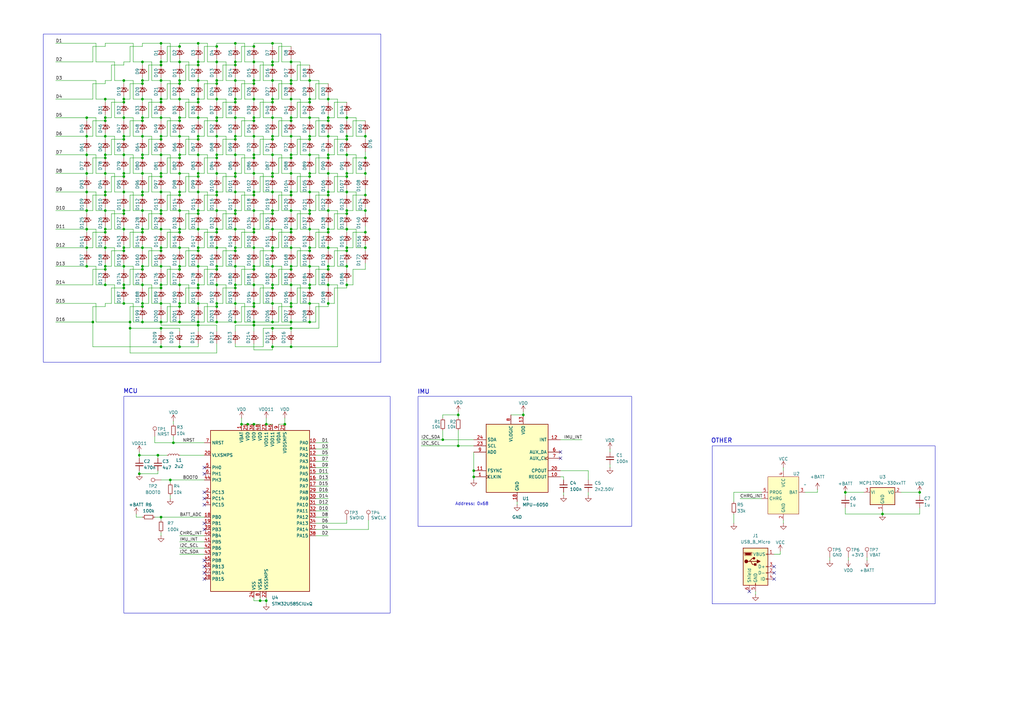
<source format=kicad_sch>
(kicad_sch (version 20231120) (generator "eeschema") (generator_version "8.0")
  (paper "A3")
  (junction (at 81.28 133.35))
  (junction (at 111.76 109.22))
  (junction (at 119.38 124.46))
  (junction (at 69.85 196.85))
  (junction (at 88.9 109.22))
  (junction (at 50.8 63.5))
  (junction (at 149.86 71.12))
  (junction (at 88.9 78.74))
  (junction (at 134.62 63.5))
  (junction (at 127 102.87))
  (junction (at 134.62 71.12))
  (junction (at 58.42 71.12))
  (junction (at 88.9 55.88))
  (junction (at 43.18 64.77))
  (junction (at 66.04 26.67))
  (junction (at 73.66 109.22))
  (junction (at 111.76 132.08))
  (junction (at 58.42 101.6))
  (junction (at 73.66 116.84))
  (junction (at 73.66 55.88))
  (junction (at 38.1 132.08))
  (junction (at 73.66 124.46))
  (junction (at 66.04 33.02))
  (junction (at 73.66 49.53))
  (junction (at 104.14 101.6))
  (junction (at 73.66 48.26))
  (junction (at 43.18 49.53))
  (junction (at 142.24 71.12))
  (junction (at 119.38 110.49))
  (junction (at 66.04 212.09))
  (junction (at 81.28 25.4))
  (junction (at 73.66 25.4))
  (junction (at 35.56 101.6))
  (junction (at 58.42 33.02))
  (junction (at 142.24 63.5))
  (junction (at 127 101.6))
  (junction (at 127 78.74))
  (junction (at 50.8 71.12))
  (junction (at 111.76 124.46))
  (junction (at 58.42 49.53))
  (junction (at 96.52 48.26))
  (junction (at 35.56 63.5))
  (junction (at 73.66 86.36))
  (junction (at 88.9 19.05))
  (junction (at 43.18 80.01))
  (junction (at 66.04 102.87))
  (junction (at 66.04 118.11))
  (junction (at 106.68 246.38))
  (junction (at 81.28 40.64))
  (junction (at 50.8 57.15))
  (junction (at 96.52 116.84))
  (junction (at 127 57.15))
  (junction (at 66.04 25.4))
  (junction (at 119.38 109.22))
  (junction (at 346.71 201.93))
  (junction (at 127 40.64))
  (junction (at 104.14 124.46))
  (junction (at 66.04 55.88))
  (junction (at 119.38 80.01))
  (junction (at 66.04 134.62))
  (junction (at 134.62 55.88))
  (junction (at 58.42 80.01))
  (junction (at 111.76 48.26))
  (junction (at 58.42 64.77))
  (junction (at 66.04 132.08))
  (junction (at 43.18 78.74))
  (junction (at 149.86 80.01))
  (junction (at 81.28 55.88))
  (junction (at 111.76 72.39))
  (junction (at 96.52 87.63))
  (junction (at 149.86 64.77))
  (junction (at 88.9 116.84))
  (junction (at 104.14 78.74))
  (junction (at 127 71.12))
  (junction (at 50.8 40.64))
  (junction (at 73.66 78.74))
  (junction (at 88.9 110.49))
  (junction (at 142.24 116.84))
  (junction (at 181.61 180.34))
  (junction (at 66.04 116.84))
  (junction (at 88.9 125.73))
  (junction (at 142.24 109.22))
  (junction (at 50.8 33.02))
  (junction (at 99.06 173.99))
  (junction (at 64.77 186.69))
  (junction (at 58.42 78.74))
  (junction (at 35.56 109.22))
  (junction (at 214.63 170.18))
  (junction (at 81.28 57.15))
  (junction (at 81.28 41.91))
  (junction (at 96.52 118.11))
  (junction (at 58.42 125.73))
  (junction (at 66.04 17.78))
  (junction (at 134.62 93.98))
  (junction (at 81.28 71.12))
  (junction (at 104.14 33.02))
  (junction (at 35.56 93.98))
  (junction (at 111.76 93.98))
  (junction (at 50.8 116.84))
  (junction (at 96.52 132.08))
  (junction (at 81.28 116.84))
  (junction (at 119.38 95.25))
  (junction (at 81.28 124.46))
  (junction (at 104.14 109.22))
  (junction (at 134.62 80.01))
  (junction (at 142.24 87.63))
  (junction (at 104.14 48.26))
  (junction (at 50.8 41.91))
  (junction (at 104.14 64.77))
  (junction (at 53.34 132.08))
  (junction (at 88.9 71.12))
  (junction (at 58.42 132.08))
  (junction (at 73.66 101.6))
  (junction (at 119.38 55.88))
  (junction (at 104.14 25.4))
  (junction (at 50.8 48.26))
  (junction (at 119.38 132.08))
  (junction (at 149.86 86.36))
  (junction (at 134.62 49.53))
  (junction (at 111.76 102.87))
  (junction (at 73.66 125.73))
  (junction (at 134.62 64.77))
  (junction (at 88.9 40.64))
  (junction (at 58.42 109.22))
  (junction (at 104.14 125.73))
  (junction (at 134.62 110.49))
  (junction (at 66.04 78.74))
  (junction (at 127 86.36))
  (junction (at 119.38 116.84))
  (junction (at 149.86 95.25))
  (junction (at 127 118.11))
  (junction (at 142.24 57.15))
  (junction (at 43.18 86.36))
  (junction (at 377.19 201.93))
  (junction (at 111.76 26.67))
  (junction (at 119.38 64.77))
  (junction (at 73.66 142.24))
  (junction (at 50.8 78.74))
  (junction (at 111.76 78.74))
  (junction (at 43.18 55.88))
  (junction (at 43.18 93.98))
  (junction (at 53.34 134.62))
  (junction (at 149.86 101.6))
  (junction (at 58.42 48.26))
  (junction (at 187.96 182.88))
  (junction (at 73.66 80.01))
  (junction (at 43.18 116.84))
  (junction (at 104.14 40.64))
  (junction (at 104.14 34.29))
  (junction (at 88.9 93.98))
  (junction (at 96.52 71.12))
  (junction (at 66.04 48.26))
  (junction (at 66.04 93.98))
  (junction (at 111.76 41.91))
  (junction (at 50.8 55.88))
  (junction (at 58.42 93.98))
  (junction (at 116.84 173.99))
  (junction (at 58.42 110.49))
  (junction (at 58.42 55.88))
  (junction (at 127 41.91))
  (junction (at 127 63.5))
  (junction (at 88.9 34.29))
  (junction (at 66.04 57.15))
  (junction (at 35.56 55.88))
  (junction (at 66.04 71.12))
  (junction (at 111.76 40.64))
  (junction (at 96.52 25.4))
  (junction (at 81.28 132.08))
  (junction (at 96.52 109.22))
  (junction (at 81.28 78.74))
  (junction (at 187.96 170.18))
  (junction (at 57.15 186.69))
  (junction (at 119.38 49.53))
  (junction (at 119.38 142.24))
  (junction (at 119.38 134.62))
  (junction (at 119.38 125.73))
  (junction (at 96.52 63.5))
  (junction (at 134.62 116.84))
  (junction (at 104.14 55.88))
  (junction (at 50.8 87.63))
  (junction (at 109.22 246.38))
  (junction (at 119.38 48.26))
  (junction (at 43.18 95.25))
  (junction (at 104.14 71.12))
  (junction (at 66.04 86.36))
  (junction (at 57.15 194.31))
  (junction (at 73.66 64.77))
  (junction (at 96.52 55.88))
  (junction (at 81.28 48.26))
  (junction (at 111.76 86.36))
  (junction (at 134.62 40.64))
  (junction (at 96.52 86.36))
  (junction (at 35.56 78.74))
  (junction (at 96.52 40.64))
  (junction (at 104.14 19.05))
  (junction (at 88.9 124.46))
  (junction (at 134.62 78.74))
  (junction (at 119.38 34.29))
  (junction (at 73.66 93.98))
  (junction (at 73.66 40.64))
  (junction (at 111.76 142.24))
  (junction (at 50.8 86.36))
  (junction (at 142.24 101.6))
  (junction (at 119.38 63.5))
  (junction (at 81.28 118.11))
  (junction (at 35.56 48.26))
  (junction (at 43.18 63.5))
  (junction (at 50.8 118.11))
  (junction (at 134.62 101.6))
  (junction (at 119.38 25.4))
  (junction (at 111.76 134.62))
  (junction (at 66.04 101.6))
  (junction (at 88.9 64.77))
  (junction (at 66.04 63.5))
  (junction (at 104.14 133.35))
  (junction (at 50.8 72.39))
  (junction (at 361.95 210.82))
  (junction (at 111.76 71.12))
  (junction (at 134.62 124.46))
  (junction (at 142.24 86.36))
  (junction (at 104.14 132.08))
  (junction (at 35.56 71.12))
  (junction (at 81.28 63.5))
  (junction (at 142.24 93.98))
  (junction (at 127 116.84))
  (junction (at 73.66 63.5))
  (junction (at 142.24 72.39))
  (junction (at 43.18 101.6))
  (junction (at 81.28 26.67))
  (junction (at 127 55.88))
  (junction (at 73.66 132.08))
  (junction (at 134.62 95.25))
  (junction (at 104.14 95.25))
  (junction (at 66.04 124.46))
  (junction (at 88.9 101.6))
  (junction (at 73.66 110.49))
  (junction (at 119.38 33.02))
  (junction (at 81.28 33.02))
  (junction (at 88.9 80.01))
  (junction (at 43.18 109.22))
  (junction (at 127 124.46))
  (junction (at 104.14 63.5))
  (junction (at 66.04 41.91))
  (junction (at 111.76 25.4))
  (junction (at 58.42 40.64))
  (junction (at 81.28 101.6))
  (junction (at 104.14 49.53))
  (junction (at 134.62 109.22))
  (junction (at 96.52 41.91))
  (junction (at 111.76 118.11))
  (junction (at 142.24 78.74))
  (junction (at 50.8 102.87))
  (junction (at 66.04 142.24))
  (junction (at 73.66 34.29))
  (junction (at 111.76 87.63))
  (junction (at 104.14 116.84))
  (junction (at 81.28 72.39))
  (junction (at 58.42 86.36))
  (junction (at 96.52 124.46))
  (junction (at 104.14 80.01))
  (junction (at 81.28 102.87))
  (junction (at 96.52 26.67))
  (junction (at 111.76 63.5))
  (junction (at 66.04 72.39))
  (junction (at 96.52 93.98))
  (junction (at 88.9 63.5))
  (junction (at 81.28 86.36))
  (junction (at 81.28 93.98))
  (junction (at 66.04 87.63))
  (junction (at 50.8 93.98))
  (junction (at 119.38 93.98))
  (junction (at 111.76 17.78))
  (junction (at 142.24 55.88))
  (junction (at 111.76 33.02))
  (junction (at 96.52 57.15))
  (junction (at 96.52 33.02))
  (junction (at 104.14 93.98))
  (junction (at 73.66 19.05))
  (junction (at 119.38 78.74))
  (junction (at 111.76 116.84))
  (junction (at 50.8 124.46))
  (junction (at 119.38 101.6))
  (junction (at 88.9 49.53))
  (junction (at 88.9 132.08))
  (junction (at 127 109.22))
  (junction (at 127 87.63))
  (junction (at 58.42 95.25))
  (junction (at 88.9 48.26))
  (junction (at 58.42 124.46))
  (junction (at 194.31 195.58))
  (junction (at 119.38 86.36))
  (junction (at 58.42 116.84))
  (junction (at 73.66 95.25))
  (junction (at 104.14 173.99))
  (junction (at 66.04 109.22))
  (junction (at 71.12 181.61))
  (junction (at 149.86 55.88))
  (junction (at 134.62 86.36))
  (junction (at 142.24 102.87))
  (junction (at 101.6 173.99))
  (junction (at 119.38 40.64))
  (junction (at 81.28 17.78))
  (junction (at 127 93.98))
  (junction (at 81.28 87.63))
  (junction (at 127 72.39))
  (junction (at 104.14 86.36))
  (junction (at 96.52 101.6))
  (junction (at 35.56 86.36))
  (junction (at 127 33.02))
  (junction (at 127 132.08))
  (junction (at 96.52 72.39))
  (junction (at 73.66 71.12))
  (junction (at 88.9 95.25))
  (junction (at 111.76 57.15))
  (junction (at 111.76 55.88))
  (junction (at 119.38 71.12))
  (junction (at 109.22 173.99))
  (junction (at 142.24 48.26))
  (junction (at 104.14 110.49))
  (junction (at 66.04 40.64))
  (junction (at 134.62 48.26))
  (junction (at 96.52 17.78))
  (junction (at 58.42 25.4))
  (junction (at 81.28 109.22))
  (junction (at 73.66 33.02))
  (junction (at 127 48.26))
  (junction (at 43.18 48.26))
  (junction (at 43.18 71.12))
  (junction (at 194.31 193.04))
  (junction (at 43.18 110.49))
  (junction (at 96.52 102.87))
  (junction (at 58.42 34.29))
  (junction (at 96.52 78.74))
  (junction (at 88.9 25.4))
  (junction (at 88.9 33.02))
  (junction (at 111.76 101.6))
  (junction (at 50.8 109.22))
  (junction (at 50.8 101.6))
  (junction (at 43.18 40.64))
  (junction (at 88.9 86.36))
  (junction (at 58.42 63.5))
  (no_connect (at 317.5 237.49))
  (no_connect (at 83.82 214.63))
  (no_connect (at 83.82 237.49))
  (no_connect (at 307.34 242.57))
  (no_connect (at 83.82 191.77))
  (no_connect (at 83.82 234.95))
  (no_connect (at 83.82 204.47))
  (no_connect (at 317.5 234.95))
  (no_connect (at 317.5 232.41))
  (no_connect (at 83.82 229.87))
  (no_connect (at 229.87 185.42))
  (no_connect (at 229.87 187.96))
  (no_connect (at 83.82 201.93))
  (no_connect (at 83.82 207.01))
  (no_connect (at 83.82 232.41))
  (no_connect (at 83.82 194.31))
  (no_connect (at 83.82 217.17))
  (wire (pts (xy 119.38 40.64) (xy 123.19 40.64)))
  (wire (pts (xy 43.18 100.33) (xy 43.18 101.6)))
  (wire (pts (xy 114.3 110.49) (xy 119.38 110.49)))
  (wire (pts (xy 50.8 69.85) (xy 50.8 71.12)))
  (wire (pts (xy 123.19 124.46) (xy 127 124.46)))
  (wire (pts (xy 92.71 86.36) (xy 92.71 93.98)))
  (wire (pts (xy 172.72 182.88) (xy 187.96 182.88)))
  (wire (pts (xy 111.76 39.37) (xy 111.76 40.64)))
  (wire (pts (xy 88.9 33.02) (xy 88.9 34.29)))
  (wire (pts (xy 303.53 204.47) (xy 312.42 204.47)))
  (wire (pts (xy 335.28 200.66) (xy 335.28 201.93)))
  (wire (pts (xy 69.85 116.84) (xy 73.66 116.84)))
  (wire (pts (xy 129.54 86.36) (xy 129.54 80.01)))
  (wire (pts (xy 138.43 116.84) (xy 138.43 142.24)))
  (wire (pts (xy 45.72 63.5) (xy 45.72 57.15)))
  (wire (pts (xy 38.1 110.49) (xy 43.18 110.49)))
  (wire (pts (xy 151.13 217.17) (xy 151.13 213.36)))
  (wire (pts (xy 88.9 55.88) (xy 92.71 55.88)))
  (wire (pts (xy 62.23 101.6) (xy 62.23 109.22)))
  (wire (pts (xy 119.38 55.88) (xy 119.38 57.15)))
  (wire (pts (xy 107.95 86.36) (xy 107.95 93.98)))
  (wire (pts (xy 58.42 93.98) (xy 58.42 95.25)))
  (wire (pts (xy 149.86 55.88) (xy 149.86 57.15)))
  (wire (pts (xy 66.04 133.35) (xy 81.28 133.35)))
  (wire (pts (xy 60.96 87.63) (xy 66.04 87.63)))
  (wire (pts (xy 88.9 115.57) (xy 88.9 116.84)))
  (wire (pts (xy 107.95 134.62) (xy 111.76 134.62)))
  (wire (pts (xy 39.37 48.26) (xy 39.37 55.88)))
  (wire (pts (xy 129.54 71.12) (xy 129.54 64.77)))
  (wire (pts (xy 39.37 124.46) (xy 39.37 132.08)))
  (wire (pts (xy 134.62 196.85) (xy 129.54 196.85)))
  (wire (pts (xy 100.33 25.4) (xy 104.14 25.4)))
  (wire (pts (xy 88.9 17.78) (xy 88.9 19.05)))
  (wire (pts (xy 134.62 93.98) (xy 137.16 93.98)))
  (wire (pts (xy 57.15 194.31) (xy 64.77 194.31)))
  (wire (pts (xy 107.95 55.88) (xy 107.95 63.5)))
  (wire (pts (xy 99.06 173.99) (xy 101.6 173.99)))
  (wire (pts (xy 85.09 55.88) (xy 88.9 55.88)))
  (wire (pts (xy 76.2 87.63) (xy 81.28 87.63)))
  (wire (pts (xy 22.86 86.36) (xy 35.56 86.36)))
  (wire (pts (xy 35.56 55.88) (xy 35.56 57.15)))
  (wire (pts (xy 231.14 196.85) (xy 231.14 195.58)))
  (wire (pts (xy 115.57 55.88) (xy 119.38 55.88)))
  (wire (pts (xy 58.42 17.78) (xy 58.42 19.05)))
  (wire (pts (xy 104.14 48.26) (xy 106.68 48.26)))
  (wire (pts (xy 73.66 31.75) (xy 73.66 33.02)))
  (wire (pts (xy 77.47 116.84) (xy 77.47 124.46)))
  (wire (pts (xy 73.66 40.64) (xy 73.66 41.91)))
  (wire (pts (xy 43.18 93.98) (xy 45.72 93.98)))
  (wire (pts (xy 92.71 71.12) (xy 92.71 78.74)))
  (wire (pts (xy 66.04 77.47) (xy 66.04 78.74)))
  (wire (pts (xy 69.85 93.98) (xy 69.85 101.6)))
  (wire (pts (xy 134.62 78.74) (xy 137.16 78.74)))
  (wire (pts (xy 63.5 212.09) (xy 66.04 212.09)))
  (wire (pts (xy 127 55.88) (xy 129.54 55.88)))
  (wire (pts (xy 46.99 63.5) (xy 50.8 63.5)))
  (wire (pts (xy 58.42 55.88) (xy 58.42 57.15)))
  (wire (pts (xy 53.34 49.53) (xy 58.42 49.53)))
  (wire (pts (xy 35.56 69.85) (xy 35.56 71.12)))
  (wire (pts (xy 181.61 180.34) (xy 194.31 180.34)))
  (wire (pts (xy 50.8 40.64) (xy 50.8 41.91)))
  (wire (pts (xy 85.09 78.74) (xy 85.09 86.36)))
  (wire (pts (xy 100.33 109.22) (xy 100.33 116.84)))
  (wire (pts (xy 88.9 93.98) (xy 91.44 93.98)))
  (wire (pts (xy 111.76 69.85) (xy 111.76 71.12)))
  (wire (pts (xy 142.24 115.57) (xy 142.24 116.84)))
  (wire (pts (xy 106.68 124.46) (xy 106.68 118.11)))
  (wire (pts (xy 85.09 93.98) (xy 85.09 101.6)))
  (wire (pts (xy 96.52 132.08) (xy 99.06 132.08)))
  (wire (pts (xy 88.9 93.98) (xy 88.9 95.25)))
  (wire (pts (xy 104.14 132.08) (xy 111.76 132.08)))
  (wire (pts (xy 369.57 201.93) (xy 377.19 201.93)))
  (wire (pts (xy 119.38 107.95) (xy 119.38 109.22)))
  (wire (pts (xy 100.33 116.84) (xy 104.14 116.84)))
  (wire (pts (xy 144.78 110.49) (xy 149.86 110.49)))
  (wire (pts (xy 111.76 124.46) (xy 111.76 125.73)))
  (wire (pts (xy 81.28 46.99) (xy 81.28 48.26)))
  (wire (pts (xy 43.18 55.88) (xy 43.18 57.15)))
  (wire (pts (xy 58.42 101.6) (xy 62.23 101.6)))
  (wire (pts (xy 121.92 78.74) (xy 121.92 72.39)))
  (wire (pts (xy 60.96 93.98) (xy 60.96 87.63)))
  (wire (pts (xy 73.66 124.46) (xy 76.2 124.46)))
  (wire (pts (xy 81.28 115.57) (xy 81.28 116.84)))
  (wire (pts (xy 134.62 39.37) (xy 134.62 40.64)))
  (wire (pts (xy 119.38 33.02) (xy 119.38 34.29)))
  (wire (pts (xy 46.99 71.12) (xy 46.99 78.74)))
  (wire (pts (xy 60.96 48.26) (xy 60.96 41.91)))
  (wire (pts (xy 83.82 116.84) (xy 83.82 110.49)))
  (wire (pts (xy 38.1 86.36) (xy 38.1 80.01)))
  (wire (pts (xy 115.57 25.4) (xy 119.38 25.4)))
  (wire (pts (xy 137.16 118.11) (xy 142.24 118.11)))
  (wire (pts (xy 50.8 109.22) (xy 50.8 110.49)))
  (wire (pts (xy 73.66 224.79) (xy 83.82 224.79)))
  (wire (pts (xy 142.24 71.12) (xy 142.24 72.39)))
  (wire (pts (xy 54.61 86.36) (xy 58.42 86.36)))
  (wire (pts (xy 81.28 48.26) (xy 85.09 48.26)))
  (wire (pts (xy 88.9 116.84) (xy 92.71 116.84)))
  (wire (pts (xy 66.04 213.36) (xy 66.04 212.09)))
  (wire (pts (xy 76.2 109.22) (xy 76.2 102.87)))
  (wire (pts (xy 127 71.12) (xy 129.54 71.12)))
  (wire (pts (xy 38.1 25.4) (xy 38.1 19.05)))
  (wire (pts (xy 114.3 125.73) (xy 119.38 125.73)))
  (wire (pts (xy 146.05 78.74) (xy 146.05 86.36)))
  (wire (pts (xy 46.99 101.6) (xy 46.99 109.22)))
  (wire (pts (xy 35.56 100.33) (xy 35.56 101.6)))
  (wire (pts (xy 88.9 39.37) (xy 88.9 40.64)))
  (wire (pts (xy 43.18 124.46) (xy 43.18 125.73)))
  (wire (pts (xy 134.62 85.09) (xy 134.62 86.36)))
  (wire (pts (xy 137.16 72.39) (xy 142.24 72.39)))
  (wire (pts (xy 69.85 78.74) (xy 69.85 86.36)))
  (wire (pts (xy 127 92.71) (xy 127 93.98)))
  (wire (pts (xy 241.3 196.85) (xy 241.3 193.04)))
  (wire (pts (xy 58.42 39.37) (xy 58.42 40.64)))
  (wire (pts (xy 146.05 63.5) (xy 146.05 71.12)))
  (wire (pts (xy 81.28 100.33) (xy 81.28 101.6)))
  (wire (pts (xy 88.9 71.12) (xy 88.9 72.39)))
  (wire (pts (xy 66.04 17.78) (xy 66.04 19.05)))
  (wire (pts (xy 66.04 54.61) (xy 66.04 55.88)))
  (wire (pts (xy 181.61 171.45) (xy 181.61 170.18)))
  (wire (pts (xy 50.8 46.99) (xy 50.8 48.26)))
  (wire (pts (xy 81.28 33.02) (xy 81.28 34.29)))
  (wire (pts (xy 119.38 124.46) (xy 121.92 124.46)))
  (wire (pts (xy 129.54 55.88) (xy 129.54 49.53)))
  (wire (pts (xy 69.85 132.08) (xy 73.66 132.08)))
  (wire (pts (xy 99.06 110.49) (xy 104.14 110.49)))
  (wire (pts (xy 50.8 62.23) (xy 50.8 63.5)))
  (wire (pts (xy 114.3 116.84) (xy 114.3 110.49)))
  (wire (pts (xy 73.66 62.23) (xy 73.66 63.5)))
  (wire (pts (xy 83.82 34.29) (xy 88.9 34.29)))
  (wire (pts (xy 107.95 124.46) (xy 111.76 124.46)))
  (wire (pts (xy 119.38 54.61) (xy 119.38 55.88)))
  (wire (pts (xy 96.52 92.71) (xy 96.52 93.98)))
  (wire (pts (xy 85.09 101.6) (xy 88.9 101.6)))
  (wire (pts (xy 68.58 95.25) (xy 73.66 95.25)))
  (wire (pts (xy 39.37 132.08) (xy 53.34 132.08)))
  (wire (pts (xy 96.52 33.02) (xy 100.33 33.02)))
  (wire (pts (xy 85.09 109.22) (xy 85.09 116.84)))
  (wire (pts (xy 43.18 78.74) (xy 45.72 78.74)))
  (wire (pts (xy 66.04 69.85) (xy 66.04 71.12)))
  (wire (pts (xy 66.04 33.02) (xy 69.85 33.02)))
  (wire (pts (xy 35.56 54.61) (xy 35.56 55.88)))
  (wire (pts (xy 53.34 86.36) (xy 53.34 80.01)))
  (wire (pts (xy 22.86 78.74) (xy 35.56 78.74)))
  (wire (pts (xy 96.52 115.57) (xy 96.52 116.84)))
  (wire (pts (xy 73.66 77.47) (xy 73.66 78.74)))
  (wire (pts (xy 66.04 63.5) (xy 66.04 64.77)))
  (wire (pts (xy 134.62 124.46) (xy 134.62 125.73)))
  (wire (pts (xy 64.77 193.04) (xy 64.77 194.31)))
  (wire (pts (xy 142.24 92.71) (xy 142.24 93.98)))
  (wire (pts (xy 50.8 85.09) (xy 50.8 86.36)))
  (wire (pts (xy 62.23 63.5) (xy 66.04 63.5)))
  (wire (pts (xy 60.96 78.74) (xy 60.96 72.39)))
  (wire (pts (xy 99.06 49.53) (xy 104.14 49.53)))
  (wire (pts (xy 73.66 85.09) (xy 73.66 86.36)))
  (wire (pts (xy 123.19 48.26) (xy 127 48.26)))
  (wire (pts (xy 142.24 55.88) (xy 144.78 55.88)))
  (wire (pts (xy 119.38 93.98) (xy 119.38 95.25)))
  (wire (pts (xy 77.47 71.12) (xy 77.47 78.74)))
  (wire (pts (xy 68.58 71.12) (xy 68.58 64.77)))
  (wire (pts (xy 46.99 124.46) (xy 50.8 124.46)))
  (wire (pts (xy 88.9 71.12) (xy 92.71 71.12)))
  (wire (pts (xy 22.86 71.12) (xy 35.56 71.12)))
  (wire (pts (xy 66.04 142.24) (xy 73.66 142.24)))
  (wire (pts (xy 81.28 130.81) (xy 81.28 132.08)))
  (wire (pts (xy 50.8 101.6) (xy 53.34 101.6)))
  (wire (pts (xy 127 31.75) (xy 127 33.02)))
  (wire (pts (xy 123.19 78.74) (xy 127 78.74)))
  (wire (pts (xy 99.06 95.25) (xy 104.14 95.25)))
  (wire (pts (xy 58.42 46.99) (xy 58.42 48.26)))
  (wire (pts (xy 50.8 77.47) (xy 50.8 78.74)))
  (wire (pts (xy 92.71 33.02) (xy 96.52 33.02)))
  (wire (pts (xy 119.38 134.62) (xy 119.38 135.89)))
  (wire (pts (xy 101.6 173.99) (xy 104.14 173.99)))
  (wire (pts (xy 81.28 25.4) (xy 83.82 25.4)))
  (wire (pts (xy 50.8 116.84) (xy 53.34 116.84)))
  (wire (pts (xy 99.06 116.84) (xy 99.06 110.49)))
  (wire (pts (xy 43.18 69.85) (xy 43.18 71.12)))
  (wire (pts (xy 104.14 133.35) (xy 96.52 133.35)))
  (wire (pts (xy 111.76 25.4) (xy 111.76 26.67)))
  (wire (pts (xy 85.09 17.78) (xy 85.09 25.4)))
  (wire (pts (xy 73.66 107.95) (xy 73.66 109.22)))
  (wire (pts (xy 54.61 55.88) (xy 58.42 55.88)))
  (wire (pts (xy 109.22 246.38) (xy 109.22 247.65)))
  (wire (pts (xy 104.14 31.75) (xy 104.14 33.02)))
  (wire (pts (xy 194.31 193.04) (xy 194.31 195.58)))
  (wire (pts (xy 127 39.37) (xy 127 40.64)))
  (wire (pts (xy 142.24 46.99) (xy 142.24 48.26)))
  (wire (pts (xy 88.9 124.46) (xy 91.44 124.46)))
  (wire (pts (xy 45.72 26.67) (xy 50.8 26.67)))
  (wire (pts (xy 66.04 140.97) (xy 66.04 142.24)))
  (wire (pts (xy 96.52 142.24) (xy 107.95 142.24)))
  (wire (pts (xy 73.66 24.13) (xy 73.66 25.4)))
  (wire (pts (xy 46.99 48.26) (xy 50.8 48.26)))
  (wire (pts (xy 66.04 92.71) (xy 66.04 93.98)))
  (wire (pts (xy 134.62 63.5) (xy 134.62 64.77)))
  (wire (pts (xy 43.18 109.22) (xy 45.72 109.22)))
  (wire (pts (xy 69.85 86.36) (xy 73.66 86.36)))
  (wire (pts (xy 91.44 72.39) (xy 96.52 72.39)))
  (wire (pts (xy 60.96 57.15) (xy 66.04 57.15)))
  (wire (pts (xy 138.43 86.36) (xy 138.43 93.98)))
  (wire (pts (xy 88.9 40.64) (xy 88.9 41.91)))
  (wire (pts (xy 142.24 77.47) (xy 142.24 78.74)))
  (wire (pts (xy 129.54 64.77) (xy 134.62 64.77)))
  (wire (pts (xy 39.37 93.98) (xy 39.37 101.6)))
  (wire (pts (xy 62.23 48.26) (xy 66.04 48.26)))
  (wire (pts (xy 104.14 173.99) (xy 106.68 173.99)))
  (wire (pts (xy 81.28 71.12) (xy 81.28 72.39)))
  (wire (pts (xy 58.42 93.98) (xy 60.96 93.98)))
  (wire (pts (xy 142.24 116.84) (xy 144.78 116.84)))
  (wire (pts (xy 119.38 78.74) (xy 119.38 80.01)))
  (wire (pts (xy 77.47 78.74) (xy 81.28 78.74)))
  (wire (pts (xy 96.52 107.95) (xy 96.52 109.22)))
  (wire (pts (xy 96.52 77.47) (xy 96.52 78.74)))
  (wire (pts (xy 81.28 92.71) (xy 81.28 93.98)))
  (wire (pts (xy 104.14 109.22) (xy 104.14 110.49)))
  (wire (pts (xy 58.42 31.75) (xy 58.42 33.02)))
  (wire (pts (xy 130.81 134.62) (xy 119.38 134.62)))
  (wire (pts (xy 100.33 71.12) (xy 104.14 71.12)))
  (wire (pts (xy 127 132.08) (xy 129.54 132.08)))
  (wire (pts (xy 119.38 86.36) (xy 119.38 87.63)))
  (wire (pts (xy 127 69.85) (xy 127 71.12)))
  (wire (pts (xy 119.38 62.23) (xy 119.38 63.5)))
  (wire (pts (xy 57.15 185.42) (xy 57.15 186.69)))
  (wire (pts (xy 76.2 93.98) (xy 76.2 87.63)))
  (wire (pts (xy 142.24 213.36) (xy 142.24 214.63)))
  (wire (pts (xy 73.66 46.99) (xy 73.66 48.26)))
  (wire (pts (xy 77.47 33.02) (xy 81.28 33.02)))
  (wire (pts (xy 100.33 33.02) (xy 100.33 40.64)))
  (wire (pts (xy 58.42 71.12) (xy 58.42 72.39)))
  (wire (pts (xy 300.99 210.82) (xy 300.99 214.63)))
  (wire (pts (xy 50.8 116.84) (xy 50.8 118.11)))
  (wire (pts (xy 73.66 33.02) (xy 76.2 33.02)))
  (wire (pts (xy 50.8 93.98) (xy 54.61 93.98)))
  (wire (pts (xy 38.1 34.29) (xy 43.18 34.29)))
  (wire (pts (xy 149.86 54.61) (xy 149.86 55.88)))
  (wire (pts (xy 104.14 63.5) (xy 106.68 63.5)))
  (wire (pts (xy 69.85 63.5) (xy 69.85 71.12)))
  (wire (pts (xy 107.95 40.64) (xy 107.95 48.26)))
  (wire (pts (xy 73.66 101.6) (xy 77.47 101.6)))
  (wire (pts (xy 119.38 71.12) (xy 123.19 71.12)))
  (wire (pts (xy 106.68 48.26) (xy 106.68 41.91)))
  (wire (pts (xy 106.68 109.22) (xy 106.68 102.87)))
  (wire (pts (xy 58.42 100.33) (xy 58.42 101.6)))
  (wire (pts (xy 111.76 54.61) (xy 111.76 55.88)))
  (wire (pts (xy 38.1 64.77) (xy 43.18 64.77)))
  (wire (pts (xy 121.92 102.87) (xy 127 102.87)))
  (wire (pts (xy 99.06 80.01) (xy 104.14 80.01)))
  (wire (pts (xy 62.23 71.12) (xy 62.23 78.74)))
  (wire (pts (xy 96.52 116.84) (xy 96.52 118.11)))
  (wire (pts (xy 119.38 63.5) (xy 121.92 63.5)))
  (wire (pts (xy 137.16 109.22) (xy 137.16 102.87)))
  (wire (pts (xy 127 40.64) (xy 129.54 40.64)))
  (wire (pts (xy 53.34 64.77) (xy 58.42 64.77)))
  (wire (pts (xy 53.34 132.08) (xy 53.34 134.62)))
  (wire (pts (xy 142.24 63.5) (xy 142.24 64.77)))
  (wire (pts (xy 35.56 85.09) (xy 35.56 86.36)))
  (wire (pts (xy 99.06 40.64) (xy 99.06 34.29)))
  (wire (pts (xy 121.92 87.63) (xy 127 87.63)))
  (wire (pts (xy 73.66 71.12) (xy 73.66 72.39)))
  (wire (pts (xy 58.42 77.47) (xy 58.42 78.74)))
  (wire (pts (xy 144.78 64.77) (xy 149.86 64.77)))
  (wire (pts (xy 127 33.02) (xy 130.81 33.02)))
  (wire (pts (xy 22.86 40.64) (xy 38.1 40.64)))
  (wire (pts (xy 50.8 101.6) (xy 50.8 102.87)))
  (wire (pts (xy 46.99 93.98) (xy 50.8 93.98)))
  (wire (pts (xy 104.14 246.38) (xy 106.68 246.38)))
  (wire (pts (xy 134.62 55.88) (xy 138.43 55.88)))
  (wire (pts (xy 104.14 25.4) (xy 104.14 26.67)))
  (wire (pts (xy 127 33.02) (xy 127 34.29)))
  (wire (pts (xy 130.81 124.46) (xy 130.81 134.62)))
  (wire (pts (xy 129.54 40.64) (xy 129.54 34.29)))
  (wire (pts (xy 83.82 110.49) (xy 88.9 110.49)))
  (wire (pts (xy 57.15 187.96) (xy 57.15 186.69)))
  (wire (pts (xy 54.61 17.78) (xy 54.61 25.4)))
  (wire (pts (xy 63.5 181.61) (xy 71.12 181.61)))
  (wire (pts (xy 43.18 48.26) (xy 43.18 49.53)))
  (wire (pts (xy 96.52 40.64) (xy 96.52 41.91)))
  (wire (pts (xy 43.18 71.12) (xy 46.99 71.12)))
  (wire (pts (xy 53.34 125.73) (xy 58.42 125.73)))
  (wire (pts (xy 43.18 17.78) (xy 43.18 19.05)))
  (wire (pts (xy 137.16 102.87) (xy 142.24 102.87)))
  (wire (pts (xy 144.78 101.6) (xy 144.78 95.25)))
  (wire (pts (xy 121.92 26.67) (xy 127 26.67)))
  (wire (pts (xy 121.92 118.11) (xy 127 118.11)))
  (wire (pts (xy 55.88 210.82) (xy 55.88 212.09)))
  (wire (pts (xy 134.62 204.47) (xy 129.54 204.47)))
  (wire (pts (xy 73.66 222.25) (xy 83.82 222.25)))
  (wire (pts (xy 92.71 63.5) (xy 96.52 63.5)))
  (wire (pts (xy 66.04 100.33) (xy 66.04 101.6)))
  (wire (pts (xy 96.52 86.36) (xy 96.52 87.63)))
  (wire (pts (xy 83.82 40.64) (xy 83.82 34.29)))
  (wire (pts (xy 91.44 93.98) (xy 91.44 87.63)))
  (wire (pts (xy 100.33 48.26) (xy 100.33 55.88)))
  (wire (pts (xy 104.14 93.98) (xy 106.68 93.98)))
  (wire (pts (xy 88.9 132.08) (xy 96.52 132.08)))
  (wire (pts (xy 134.62 124.46) (xy 137.16 124.46)))
  (wire (pts (xy 73.66 63.5) (xy 73.66 64.77)))
  (wire (pts (xy 83.82 49.53) (xy 88.9 49.53)))
  (wire (pts (xy 100.33 55.88) (xy 104.14 55.88)))
  (wire (pts (xy 66.04 55.88) (xy 68.58 55.88)))
  (wire (pts (xy 39.37 101.6) (xy 43.18 101.6)))
  (wire (pts (xy 66.04 132.08) (xy 68.58 132.08)))
  (wire (pts (xy 85.09 71.12) (xy 88.9 71.12)))
  (wire (pts (xy 144.78 80.01) (xy 149.86 80.01)))
  (wire (pts (xy 134.62 184.15) (xy 129.54 184.15)))
  (wire (pts (xy 81.28 78.74) (xy 85.09 78.74)))
  (wire (pts (xy 66.04 115.57) (xy 66.04 116.84)))
  (wire (pts (xy 53.34 19.05) (xy 58.42 19.05)))
  (wire (pts (xy 43.18 54.61) (xy 43.18 55.88)))
  (wire (pts (xy 66.04 39.37) (xy 66.04 40.64)))
  (wire (pts (xy 123.19 55.88) (xy 123.19 63.5)))
  (wire (pts (xy 146.05 71.12) (xy 149.86 71.12)))
  (wire (pts (xy 104.14 69.85) (xy 104.14 71.12)))
  (wire (pts (xy 58.42 17.78) (xy 66.04 17.78)))
  (wire (pts (xy 53.34 80.01) (xy 58.42 80.01)))
  (wire (pts (xy 111.76 71.12) (xy 111.76 72.39)))
  (wire (pts (xy 119.38 92.71) (xy 119.38 93.98)))
  (wire (pts (xy 81.28 17.78) (xy 81.28 19.05)))
  (wire (pts (xy 121.92 93.98) (xy 121.92 87.63)))
  (wire (pts (xy 119.38 124.46) (xy 119.38 125.73)))
  (wire (pts (xy 83.82 71.12) (xy 83.82 64.77)))
  (wire (pts (xy 99.06 171.45) (xy 99.06 173.99)))
  (wire (pts (xy 81.28 132.08) (xy 83.82 132.08)))
  (wire (pts (xy 347.98 228.6) (xy 347.98 229.87)))
  (wire (pts (xy 114.3 80.01) (xy 119.38 80.01)))
  (wire (pts (xy 73.66 25.4) (xy 77.47 25.4)))
  (wire (pts (xy 69.85 101.6) (xy 73.66 101.6)))
  (wire (pts (xy 45.72 33.02) (xy 45.72 26.67)))
  (wire (pts (xy 91.44 78.74) (xy 91.44 72.39)))
  (wire (pts (xy 127 130.81) (xy 127 132.08)))
  (wire (pts (xy 91.44 124.46) (xy 91.44 118.11)))
  (wire (pts (xy 73.66 132.08) (xy 81.28 132.08)))
  (wire (pts (xy 138.43 78.74) (xy 142.24 78.74)))
  (wire (pts (xy 104.14 39.37) (xy 104.14 40.64)))
  (wire (pts (xy 129.54 80.01) (xy 134.62 80.01)))
  (wire (pts (xy 104.14 107.95) (xy 104.14 109.22)))
  (wire (pts (xy 73.66 116.84) (xy 73.66 118.11)))
  (wire (pts (xy 62.23 93.98) (xy 66.04 93.98)))
  (wire (pts (xy 88.9 86.36) (xy 92.71 86.36)))
  (wire (pts (xy 115.57 101.6) (xy 119.38 101.6)))
  (wire (pts (xy 115.57 86.36) (xy 119.38 86.36)))
  (wire (pts (xy 73.66 142.24) (xy 81.28 142.24)))
  (wire (pts (xy 119.38 132.08) (xy 119.38 133.35)))
  (wire (pts (xy 77.47 93.98) (xy 81.28 93.98)))
  (wire (pts (xy 130.81 63.5) (xy 130.81 71.12)))
  (wire (pts (xy 96.52 116.84) (xy 99.06 116.84)))
  (wire (pts (xy 115.57 40.64) (xy 119.38 40.64)))
  (wire (pts (xy 35.56 101.6) (xy 38.1 101.6)))
  (wire (pts (xy 81.28 109.22) (xy 81.28 110.49)))
  (wire (pts (xy 35.56 86.36) (xy 38.1 86.36)))
  (wire (pts (xy 58.42 85.09) (xy 58.42 86.36)))
  (wire (pts (xy 114.3 55.88) (xy 114.3 49.53)))
  (wire (pts (xy 134.62 63.5) (xy 137.16 63.5)))
  (wire (pts (xy 96.52 48.26) (xy 96.52 49.53)))
  (wire (pts (xy 137.16 93.98) (xy 137.16 87.63)))
  (wire (pts (xy 127 101.6) (xy 127 102.87)))
  (wire (pts (xy 43.18 86.36) (xy 43.18 87.63)))
  (wire (pts (xy 77.47 25.4) (xy 77.47 33.02)))
  (wire (pts (xy 68.58 132.08) (xy 68.58 125.73)))
  (wire (pts (xy 119.38 55.88) (xy 123.19 55.88)))
  (wire (pts (xy 96.52 48.26) (xy 100.33 48.26)))
  (wire (pts (xy 39.37 25.4) (xy 46.99 25.4)))
  (wire (pts (xy 88.9 54.61) (xy 88.9 55.88)))
  (wire (pts (xy 68.58 80.01) (xy 73.66 80.01)))
  (wire (pts (xy 106.68 63.5) (xy 106.68 57.15)))
  (wire (pts (xy 43.18 48.26) (xy 45.72 48.26)))
  (wire (pts (xy 104.14 77.47) (xy 104.14 78.74)))
  (wire (pts (xy 99.06 19.05) (xy 104.14 19.05)))
  (wire (pts (xy 115.57 17.78) (xy 115.57 25.4)))
  (wire (pts (xy 106.68 78.74) (xy 106.68 72.39)))
  (wire (pts (xy 88.9 24.13) (xy 88.9 25.4)))
  (wire (pts (xy 100.33 86.36) (xy 104.14 86.36)))
  (wire (pts (xy 149.86 100.33) (xy 149.86 101.6)))
  (wire (pts (xy 137.16 87.63) (xy 142.24 87.63)))
  (wire (pts (xy 111.76 107.95) (xy 111.76 109.22)))
  (wire (pts (xy 115.57 63.5) (xy 115.57 71.12)))
  (wire (pts (xy 50.8 100.33) (xy 50.8 101.6)))
  (wire (pts (xy 100.33 63.5) (xy 100.33 71.12)))
  (wire (pts (xy 50.8 109.22) (xy 54.61 109.22)))
  (wire (pts (xy 100.33 132.08) (xy 104.14 132.08)))
  (wire (pts (xy 85.09 40.64) (xy 88.9 40.64)))
  (wire (pts (xy 115.57 93.98) (xy 115.57 101.6)))
  (wire (pts (xy 111.76 55.88) (xy 111.76 57.15)))
  (wire (pts (xy 127 54.61) (xy 127 55.88)))
  (wire (pts (xy 58.42 62.23) (xy 58.42 63.5)))
  (wire (pts (xy 39.37 33.02) (xy 39.37 40.64)))
  (wire (pts (xy 58.42 132.08) (xy 66.04 132.08)))
  (wire (pts (xy 144.78 49.53) (xy 149.86 49.53)))
  (wire (pts (xy 127 100.33) (xy 127 101.6)))
  (wire (pts (xy 142.24 85.09) (xy 142.24 86.36)))
  (wire (pts (xy 81.28 101.6) (xy 81.28 102.87)))
  (wire (pts (xy 46.99 33.02) (xy 50.8 33.02)))
  (wire (pts (xy 127 115.57) (xy 127 116.84)))
  (wire (pts (xy 22.86 63.5) (xy 35.56 63.5)))
  (wire (pts (xy 43.18 63.5) (xy 45.72 63.5)))
  (wire (pts (xy 300.99 201.93) (xy 312.42 201.93)))
  (wire (pts (xy 92.71 78.74) (xy 96.52 78.74)))
  (wire (pts (xy 106.68 41.91) (xy 111.76 41.91)))
  (wire (pts (xy 60.96 72.39) (xy 66.04 72.39)))
  (wire (pts (xy 106.68 245.11) (xy 106.68 246.38)))
  (wire (pts (xy 104.14 25.4) (xy 107.95 25.4)))
  (wire (pts (xy 111.76 132.08) (xy 114.3 132.08)))
  (wire (pts (xy 68.58 25.4) (xy 68.58 19.05)))
  (wire (pts (xy 123.19 116.84) (xy 123.19 124.46)))
  (wire (pts (xy 121.92 33.02) (xy 121.92 26.67)))
  (wire (pts (xy 88.9 116.84) (xy 88.9 118.11)))
  (wire (pts (xy 77.47 101.6) (xy 77.47 109.22)))
  (wire (pts (xy 111.76 101.6) (xy 111.76 102.87)))
  (wire (pts (xy 134.62 186.69) (xy 129.54 186.69)))
  (wire (pts (xy 377.19 210.82) (xy 361.95 210.82)))
  (wire (pts (xy 66.04 196.85) (xy 69.85 196.85)))
  (wire (pts (xy 127 93.98) (xy 127 95.25)))
  (wire (pts (xy 71.12 181.61) (xy 83.82 181.61)))
  (wire (pts (xy 107.95 63.5) (xy 111.76 63.5)))
  (wire (pts (xy 46.99 116.84) (xy 46.99 124.46)))
  (wire (pts (xy 39.37 86.36) (xy 43.18 86.36)))
  (wire (pts (xy 96.52 31.75) (xy 96.52 33.02)))
  (wire (pts (xy 100.33 17.78) (xy 100.33 25.4)))
  (wire (pts (xy 81.28 33.02) (xy 85.09 33.02)))
  (wire (pts (xy 73.66 54.61) (xy 73.66 55.88)))
  (wire (pts (xy 66.04 25.4) (xy 66.04 26.67)))
  (wire (pts (xy 43.18 92.71) (xy 43.18 93.98)))
  (wire (pts (xy 38.1 95.25) (xy 43.18 95.25)))
  (wire (pts (xy 134.62 115.57) (xy 134.62 116.84)))
  (wire (pts (xy 111.76 116.84) (xy 114.3 116.84)))
  (wire (pts (xy 138.43 101.6) (xy 138.43 109.22)))
  (wire (pts (xy 111.76 92.71) (xy 111.76 93.98)))
  (wire (pts (xy 69.85 17.78) (xy 69.85 25.4)))
  (wire (pts (xy 58.42 130.81) (xy 58.42 132.08)))
  (wire (pts (xy 88.9 109.22) (xy 91.44 109.22)))
  (wire (pts (xy 104.14 92.71) (xy 104.14 93.98)))
  (wire (pts (xy 114.3 64.77) (xy 119.38 64.77)))
  (wire (pts (xy 137.16 41.91) (xy 142.24 41.91)))
  (wire (pts (xy 55.88 212.09) (xy 58.42 212.09)))
  (wire (pts (xy 50.8 107.95) (xy 50.8 109.22)))
  (wire (pts (xy 104.14 33.02) (xy 104.14 34.29)))
  (wire (pts (xy 85.09 25.4) (xy 88.9 25.4)))
  (wire (pts (xy 134.62 93.98) (xy 134.62 95.25)))
  (wire (pts (xy 57.15 193.04) (xy 57.15 194.31)))
  (wire (pts (xy 129.54 132.08) (xy 129.54 125.73)))
  (wire (pts (xy 46.99 109.22) (xy 50.8 109.22)))
  (wire (pts (xy 88.9 31.75) (xy 88.9 33.02)))
  (wire (pts (xy 123.19 40.64) (xy 123.19 48.26)))
  (wire (pts (xy 50.8 25.4) (xy 53.34 25.4)))
  (wire (pts (xy 100.33 93.98) (xy 100.33 101.6)))
  (wire (pts (xy 149.86 77.47) (xy 149.86 80.01)))
  (wire (pts (xy 38.1 49.53) (xy 43.18 49.53)))
  (wire (pts (xy 127 78.74) (xy 127 80.01)))
  (wire (pts (xy 104.14 123.19) (xy 104.14 124.46)))
  (wire (pts (xy 134.62 77.47) (xy 134.62 78.74)))
  (wire (pts (xy 106.68 102.87) (xy 111.76 102.87)))
  (wire (pts (xy 73.66 78.74) (xy 76.2 78.74)))
  (wire (pts (xy 146.05 101.6) (xy 149.86 101.6)))
  (wire (pts (xy 96.52 39.37) (xy 96.52 40.64)))
  (wire (pts (xy 66.04 212.09) (xy 83.82 212.09)))
  (wire (pts (xy 46.99 40.64) (xy 46.99 48.26)))
  (wire (pts (xy 109.22 173.99) (xy 111.76 173.99)))
  (wire (pts (xy 73.66 71.12) (xy 77.47 71.12)))
  (wire (pts (xy 81.28 39.37) (xy 81.28 40.64)))
  (wire (pts (xy 134.62 62.23) (xy 134.62 63.5)))
  (wire (pts (xy 96.52 123.19) (xy 96.52 124.46)))
  (wire (pts (xy 96.52 85.09) (xy 96.52 86.36)))
  (wire (pts (xy 134.62 209.55) (xy 129.54 209.55)))
  (wire (pts (xy 100.33 40.64) (xy 104.14 40.64)))
  (wire (pts (xy 50.8 54.61) (xy 50.8 55.88)))
  (wire (pts (xy 127 86.36) (xy 129.54 86.36)))
  (wire (pts (xy 119.38 77.47) (xy 119.38 78.74)))
  (wire (pts (xy 54.61 124.46) (xy 54.61 132.08)))
  (wire (pts (xy 111.76 93.98) (xy 111.76 95.25)))
  (wire (pts (xy 104.14 86.36) (xy 104.14 87.63)))
  (wire (pts (xy 45.72 41.91) (xy 50.8 41.91)))
  (wire (pts (xy 73.66 55.88) (xy 73.66 57.15)))
  (wire (pts (xy 81.28 133.35) (xy 81.28 135.89)))
  (wire (pts (xy 187.96 176.53) (xy 187.96 182.88)))
  (wire (pts (xy 96.52 46.99) (xy 96.52 48.26)))
  (wire (pts (xy 187.96 171.45) (xy 187.96 170.18)))
  (wire (pts (xy 134.62 46.99) (xy 134.62 48.26)))
  (wire (pts (xy 57.15 186.69) (xy 64.77 186.69)))
  (wire (pts (xy 62.23 116.84) (xy 62.23 124.46)))
  (wire (pts (xy 88.9 86.36) (xy 88.9 87.63)))
  (wire (pts (xy 119.38 123.19) (xy 119.38 124.46)))
  (wire (pts (xy 149.86 86.36) (xy 149.86 87.63)))
  (wire (pts (xy 115.57 71.12) (xy 119.38 71.12)))
  (wire (pts (xy 99.06 71.12) (xy 99.06 64.77)))
  (wire (pts (xy 104.14 24.13) (xy 104.14 25.4)))
  (wire (pts (xy 58.42 63.5) (xy 60.96 63.5)))
  (wire (pts (xy 99.06 101.6) (xy 99.06 95.25)))
  (wire (pts (xy 104.14 140.97) (xy 104.14 143.51)))
  (wire (pts (xy 104.14 48.26) (xy 104.14 49.53)))
  (wire (pts (xy 134.62 92.71) (xy 134.62 93.98)))
  (wire (pts (xy 60.96 41.91) (xy 66.04 41.91)))
  (wire (pts (xy 58.42 54.61) (xy 58.42 55.88)))
  (wire (pts (xy 73.66 63.5) (xy 76.2 63.5)))
  (wire (pts (xy 111.76 109.22) (xy 115.57 109.22)))
  (wire (pts (xy 45.72 48.26) (xy 45.72 41.91)))
  (wire (pts (xy 106.68 118.11) (xy 111.76 118.11)))
  (wire (pts (xy 50.8 71.12) (xy 50.8 72.39)))
  (wire (pts (xy 88.9 101.6) (xy 92.71 101.6)))
  (wire (pts (xy 119.38 101.6) (xy 119.38 102.87)))
  (wire (pts (xy 127 109.22) (xy 130.81 109.22)))
  (wire (pts (xy 77.47 48.26) (xy 81.28 48.26)))
  (wire (pts (xy 43.18 62.23) (xy 43.18 63.5)))
  (wire (pts (xy 69.85 55.88) (xy 73.66 55.88)))
  (wire (pts (xy 76.2 57.15) (xy 81.28 57.15)))
  (wire (pts (xy 50.8 25.4) (xy 50.8 26.67)))
  (wire (pts (xy 69.85 196.85) (xy 83.82 196.85)))
  (wire (pts (xy 39.37 17.78) (xy 39.37 25.4)))
  (wire (pts (xy 35.56 71.12) (xy 35.56 72.39)))
  (wire (pts (xy 68.58 55.88) (xy 68.58 49.53)))
  (wire (pts (xy 127 85.09) (xy 127 86.36)))
  (wire (pts (xy 39.37 71.12) (xy 43.18 71.12)))
  (wire (pts (xy 81.28 93.98) (xy 81.28 95.25)))
  (wire (pts (xy 116.84 171.45) (xy 116.84 173.99)))
  (wire (pts (xy 58.42 33.02) (xy 58.42 34.29)))
  (wire (pts (xy 181.61 170.18) (xy 187.96 170.18)))
  (wire (pts (xy 241.3 193.04) (xy 229.87 193.04)))
  (wire (pts (xy 66.04 134.62) (xy 66.04 135.89)))
  (wire (pts (xy 377.19 201.93) (xy 377.19 203.2)))
  (wire (pts (xy 58.42 63.5) (xy 58.42 64.77)))
  (wire (pts (xy 111.76 85.09) (xy 111.76 86.36)))
  (wire (pts (xy 73.66 219.71) (xy 83.82 219.71)))
  (wire (pts (xy 111.76 17.78) (xy 115.57 17.78)))
  (wire (pts (xy 127 62.23) (xy 127 63.5)))
  (wire (pts (xy 66.04 40.64) (xy 68.58 40.64)))
  (wire (pts (xy 96.52 17.78) (xy 100.33 17.78)))
  (wire (pts (xy 96.52 55.88) (xy 96.52 57.15)))
  (wire (pts (xy 142.24 78.74) (xy 146.05 78.74)))
  (wire (pts (xy 88.9 78.74) (xy 91.44 78.74)))
  (wire (pts (xy 71.12 179.07) (xy 71.12 181.61)))
  (wire (pts (xy 35.56 107.95) (xy 35.56 109.22)))
  (wire (pts (xy 96.52 101.6) (xy 99.06 101.6)))
  (wire (pts (xy 127 63.5) (xy 127 64.77)))
  (wire (pts (xy 149.86 92.71) (xy 149.86 95.25)))
  (wire (pts (xy 134.62 181.61) (xy 129.54 181.61)))
  (wire (pts (xy 81.28 78.74) (xy 81.28 80.01)))
  (wire (pts (xy 123.19 101.6) (xy 123.19 109.22)))
  (wire (pts (xy 106.68 87.63) (xy 111.76 87.63)))
  (wire (pts (xy 144.78 71.12) (xy 144.78 64.77)))
  (wire (pts (xy 81.28 63.5) (xy 85.09 63.5)))
  (wire (pts (xy 88.9 55.88) (xy 88.9 57.15)))
  (wire (pts (xy 127 46.99) (xy 127 48.26)))
  (wire (pts (xy 43.18 77.47) (xy 43.18 78.74)))
  (wire (pts (xy 142.24 101.6) (xy 142.24 102.87)))
  (wire (pts (xy 54.61 25.4) (xy 58.42 25.4)))
  (wire (pts (xy 60.96 109.22) (xy 60.96 102.87)))
  (wire (pts (xy 66.04 40.64) (xy 66.04 41.91)))
  (wire (pts (xy 66.04 62.23) (xy 66.04 63.5)))
  (wire (pts (xy 76.2 78.74) (xy 76.2 72.39)))
  (wire (pts (xy 187.96 182.88) (xy 194.31 182.88)))
  (wire (pts (xy 127 116.84) (xy 127 118.11)))
  (wire (pts (xy 60.96 63.5) (xy 60.96 57.15)))
  (wire (pts (xy 91.44 118.11) (xy 96.52 118.11)))
  (wire (pts (xy 88.9 69.85) (xy 88.9 71.12)))
  (wire (pts (xy 119.38 134.62) (xy 111.76 134.62)))
  (wire (pts (xy 96.52 63.5) (xy 96.52 64.77)))
  (wire (pts (xy 88.9 46.99) (xy 88.9 48.26)))
  (wire (pts (xy 127 55.88) (xy 127 57.15)))
  (wire (pts (xy 111.76 109.22) (xy 111.76 110.49)))
  (wire (pts (xy 104.14 93.98) (xy 104.14 95.25)))
  (wire (pts (xy 96.52 33.02) (xy 96.52 34.29)))
  (wire (pts (xy 43.18 55.88) (xy 46.99 55.88)))
  (wire (pts (xy 100.33 78.74) (xy 100.33 86.36)))
  (wire (pts (xy 58.42 25.4) (xy 62.23 25.4)))
  (wire (pts (xy 96.52 24.13) (xy 96.52 25.4)))
  (wire (pts (xy 115.57 109.22) (xy 115.57 116.84)))
  (wire (pts (xy 73.66 92.71) (xy 73.66 93.98)))
  (wire (pts (xy 88.9 124.46) (xy 88.9 125.73)))
  (wire (pts (xy 76.2 41.91) (xy 81.28 41.91)))
  (wire (pts (xy 119.38 109.22) (xy 119.38 110.49)))
  (wire (pts (xy 38.1 132.08) (xy 38.1 142.24)))
  (wire (pts (xy 68.58 110.49) (xy 73.66 110.49)))
  (wire (pts (xy 129.54 49.53) (xy 134.62 49.53)))
  (wire (pts (xy 92.71 40.64) (xy 92.71 48.26)))
  (wire (pts (xy 111.76 142.24) (xy 111.76 140.97)))
  (wire (pts (xy 53.34 144.78) (xy 88.9 144.78)))
  (wire (pts (xy 83.82 95.25) (xy 88.9 95.25)))
  (wire (pts (xy 99.06 64.77) (xy 104.14 64.77)))
  (wire (pts (xy 69.85 109.22) (xy 69.85 116.84)))
  (wire (pts (xy 142.24 109.22) (xy 142.24 110.49)))
  (wire (pts (xy 138.43 93.98) (xy 142.24 93.98)))
  (wire (pts (xy 50.8 48.26) (xy 50.8 49.53)))
  (wire (pts (xy 68.58 116.84) (xy 68.58 110.49)))
  (wire (pts (xy 96.52 93.98) (xy 96.52 95.25)))
  (wire (pts (xy 85.09 86.36) (xy 88.9 86.36)))
  (wire (pts (xy 35.56 92.71) (xy 35.56 93.98)))
  (wire (pts (xy 66.04 124.46) (xy 69.85 124.46)))
  (wire (pts (xy 130.81 55.88) (xy 134.62 55.88)))
  (wire (pts (xy 377.19 208.28) (xy 377.19 210.82)))
  (wire (pts (xy 68.58 34.29) (xy 73.66 34.29)))
  (wire (pts (xy 38.1 132.08) (xy 38.1 125.73)))
  (wire (pts (xy 119.38 33.02) (xy 121.92 33.02)))
  (wire (pts (xy 134.62 71.12) (xy 138.43 71.12)))
  (wire (pts (xy 111.76 33.02) (xy 115.57 33.02)))
  (wire (pts (xy 115.57 132.08) (xy 119.38 132.08)))
  (wire (pts (xy 66.04 33.02) (xy 66.04 34.29)))
  (wire (pts (xy 114.3 132.08) (xy 114.3 125.73)))
  (wire (pts (xy 138.43 71.12) (xy 138.43 78.74)))
  (wire (pts (xy 53.34 71.12) (xy 53.34 64.77)))
  (wire (pts (xy 309.88 243.84) (xy 309.88 242.57)))
  (wire (pts (xy 111.76 115.57) (xy 111.76 116.84)))
  (wire (pts (xy 76.2 63.5) (xy 76.2 57.15)))
  (wire (pts (xy 69.85 25.4) (xy 73.66 25.4)))
  (wire (pts (xy 144.78 95.25) (xy 149.86 95.25)))
  (wire (pts (xy 96.52 63.5) (xy 100.33 63.5)))
  (wire (pts (xy 58.42 55.88) (xy 62.23 55.88)))
  (wire (pts (xy 81.28 24.13) (xy 81.28 25.4)))
  (wire (pts (xy 134.62 194.31) (xy 129.54 194.31)))
  (wire (pts (xy 88.9 48.26) (xy 91.44 48.26)))
  (wire (pts (xy 114.3 86.36) (xy 114.3 80.01)))
  (wire (pts (xy 99.06 25.4) (xy 99.06 19.05)))
  (wire (pts (xy 134.62 189.23) (xy 129.54 189.23)))
  (wire (pts (xy 99.06 55.88) (xy 99.06 49.53)))
  (wire (pts (xy 123.19 93.98) (xy 127 93.98)))
  (wire (pts (xy 121.92 41.91) (xy 127 41.91)))
  (wire (pts (xy 96.52 25.4) (xy 99.06 25.4)))
  (wire (pts (xy 35.56 63.5) (xy 39.37 63.5)))
  (wire (pts (xy 73.66 93.98) (xy 73.66 95.25)))
  (wire (pts (xy 88.9 63.5) (xy 88.9 64.77)))
  (wire (pts (xy 66.04 93.98) (xy 66.04 95.25)))
  (wire (pts (xy 43.18 101.6) (xy 43.18 102.87)))
  (wire (pts (xy 119.38 71.12) (xy 119.38 72.39)))
  (wire (pts (xy 73.66 39.37) (xy 73.66 40.64)))
  (wire (pts (xy 66.04 124.46) (xy 66.04 125.73)))
  (wire (pts (xy 96.52 54.61) (xy 96.52 55.88)))
  (wire (pts (xy 127 78.74) (xy 130.81 78.74)))
  (wire (pts (xy 134.62 48.26) (xy 137.16 48.26)))
  (wire (pts (xy 81.28 17.78) (xy 85.09 17.78)))
  (wire (pts (xy 104.14 78.74) (xy 104.14 80.01)))
  (wire (pts (xy 187.96 168.91) (xy 187.96 170.18)))
  (wire (pts (xy 85.09 124.46) (xy 85.09 132.08)))
  (wire (pts (xy 111.76 25.4) (xy 114.3 25.4)))
  (wire (pts (xy 81.28 107.95) (xy 81.28 109.22)))
  (wire (pts (xy 39.37 63.5) (xy 39.37 71.12)))
  (wire (pts (xy 58.42 78.74) (xy 58.42 80.01)))
  (wire (pts (xy 142.24 71.12) (xy 144.78 71.12)))
  (wire (pts (xy 123.19 71.12) (xy 123.19 78.74)))
  (wire (pts (xy 92.71 116.84) (xy 92.71 124.46)))
  (wire (pts (xy 50.8 63.5) (xy 54.61 63.5)))
  (wire (pts (xy 63.5 179.07) (xy 63.5 181.61)))
  (wire (pts (xy 35.56 48.26) (xy 39.37 48.26)))
  (wire (pts (xy 46.99 86.36) (xy 46.99 93.98)))
  (wire (pts (xy 129.54 116.84) (xy 129.54 110.49)))
  (wire (pts (xy 76.2 26.67) (xy 81.28 26.67)))
  (wire (pts (xy 69.85 40.64) (xy 73.66 40.64)))
  (wire (pts (xy 104.14 78.74) (xy 106.68 78.74)))
  (wire (pts (xy 119.38 69.85) (xy 119.38 71.12)))
  (wire (pts (xy 123.19 63.5) (xy 127 63.5)))
  (wire (pts (xy 62.23 86.36) (xy 62.23 93.98)))
  (wire (pts (xy 142.24 100.33) (xy 142.24 101.6)))
  (wire (pts (xy 68.58 101.6) (xy 68.58 95.25)))
  (wire (pts (xy 43.18 33.02) (xy 43.18 34.29)))
  (wire (pts (xy 73.66 100.33) (xy 73.66 101.6)))
  (wire (pts (xy 50.8 78.74) (xy 50.8 80.01)))
  (wire (pts (xy 85.09 63.5) (xy 85.09 71.12)))
  (wire (pts (xy 77.47 86.36) (xy 77.47 93.98)))
  (wire (pts (xy 43.18 115.57) (xy 43.18 116.84)))
  (wire (pts (xy 107.95 109.22) (xy 111.76 109.22)))
  (wire (pts (xy 321.31 213.36) (xy 321.31 214.63)))
  (wire (pts (xy 73.66 40.64) (xy 77.47 40.64)))
  (wire (pts (xy 81.28 25.4) (xy 81.28 26.67)))
  (wire (pts (xy 73.66 124.46) (xy 73.66 125.73)))
  (wire (pts (xy 99.06 132.08) (xy 99.06 125.73)))
  (wire (pts (xy 58.42 86.36) (xy 62.23 86.36)))
  (wire (pts (xy 96.52 71.12) (xy 96.52 72.39)))
  (wire (pts (xy 88.9 133.35) (xy 88.9 135.89)))
  (wire (pts (xy 66.04 109.22) (xy 69.85 109.22)))
  (wire (pts (xy 43.18 78.74) (xy 43.18 80.01)))
  (wire (pts (xy 81.28 140.97) (xy 81.28 142.24)))
  (wire (pts (xy 45.72 78.74) (xy 45.72 72.39)))
  (wire (pts (xy 127 124.46) (xy 130.81 124.46)))
  (wire (pts (xy 137.16 63.5) (xy 137.16 57.15)))
  (wire (pts (xy 68.58 40.64) (xy 68.58 34.29)))
  (wire (pts (xy 81.28 85.09) (xy 81.28 86.36)))
  (wire (pts (xy 104.14 40.64) (xy 107.95 40.64)))
  (wire (pts (xy 111.76 55.88) (xy 114.3 55.88)))
  (wire (pts (xy 66.04 46.99) (xy 66.04 48.26)))
  (wire (pts (xy 119.38 101.6) (xy 123.19 101.6)))
  (wire (pts (xy 81.28 101.6) (xy 83.82 101.6)))
  (wire (pts (xy 43.18 17.78) (xy 54.61 17.78)))
  (wire (pts (xy 96.52 25.4) (xy 96.52 26.67)))
  (wire (pts (xy 130.81 116.84) (xy 134.62 116.84)))
  (wire (pts (xy 144.78 116.84) (xy 144.78 110.49)))
  (wire (pts (xy 96.52 55.88) (xy 99.06 55.88)))
  (wire (pts (xy 38.1 80.01) (xy 43.18 80.01)))
  (wire (pts (xy 43.18 85.09) (xy 43.18 86.36)))
  (wire (pts (xy 127 109.22) (xy 127 110.49)))
  (wire (pts (xy 91.44 33.02) (xy 91.44 26.67)))
  (wire (pts (xy 119.38 40.64) (xy 119.38 41.91)))
  (wire (pts (xy 88.9 25.4) (xy 88.9 26.67)))
  (wire (pts (xy 142.24 93.98) (xy 146.05 93.98)))
  (wire (pts (xy 58.42 124.46) (xy 58.42 125.73)))
  (wire (pts (xy 138.43 48.26) (xy 142.24 48.26)))
  (wire (pts (xy 231.14 201.93) (xy 231.14 203.2)))
  (wire (pts (xy 119.38 130.81) (xy 119.38 132.08)))
  (wire (pts (xy 54.61 71.12) (xy 58.42 71.12)))
  (wire (pts (xy 50.8 71.12) (xy 53.34 71.12)))
  (wire (pts (xy 238.76 180.34) (xy 229.87 180.34)))
  (wire (pts (xy 115.57 116.84) (xy 119.38 116.84)))
  (wire (pts (xy 35.56 55.88) (xy 38.1 55.88)))
  (wire (pts (xy 46.99 78.74) (xy 50.8 78.74)))
  (wire (pts (xy 142.24 63.5) (xy 146.05 63.5)))
  (wire (pts (xy 134.62 199.39) (xy 129.54 199.39)))
  (wire (pts (xy 81.28 93.98) (xy 85.09 93.98)))
  (wire (pts (xy 109.22 171.45) (xy 109.22 173.99)))
  (wire (pts (xy 119.38 142.24) (xy 111.76 142.24)))
  (wire (pts (xy 111.76 33.02) (xy 111.76 34.29)))
  (wire (pts (xy 73.66 25.4) (xy 73.66 26.67)))
  (wire (pts (xy 83.82 101.6) (xy 83.82 95.25)))
  (wire (pts (xy 129.54 125.73) (xy 134.62 125.73)))
  (wire (pts (xy 106.68 246.38) (xy 109.22 246.38)))
  (wire (pts (xy 35.56 63.5) (xy 35.56 64.77)))
  (wire (pts (xy 137.16 124.46) (xy 137.16 118.11)))
  (wire (pts (xy 54.61 132.08) (xy 58.42 132.08)))
  (wire (pts (xy 38.1 116.84) (xy 38.1 110.49)))
  (wire (pts (xy 137.16 48.26) (xy 137.16 41.91)))
  (wire (pts (xy 50.8 39.37) (xy 50.8 40.64)))
  (wire (pts (xy 53.34 95.25) (xy 58.42 95.25)))
  (wire (pts (xy 83.82 19.05) (xy 88.9 19.05)))
  (wire (pts (xy 107.95 93.98) (xy 111.76 93.98)))
  (wire (pts (xy 45.72 57.15) (xy 50.8 57.15)))
  (wire (pts (xy 127 124.46) (xy 127 125.73)))
  (wire (pts (xy 35.56 86.36) (xy 35.56 87.63)))
  (wire (pts (xy 66.04 116.84) (xy 66.04 118.11)))
  (wire (pts (xy 83.82 86.36) (xy 83.82 80.01)))
  (wire (pts (xy 96.52 40.64) (xy 99.06 40.64)))
  (wire (pts (xy 73.66 101.6) (xy 73.66 102.87)))
  (wire (pts (xy 111.76 123.19) (xy 111.76 124.46)))
  (wire (pts (xy 114.3 71.12) (xy 114.3 64.77)))
  (wire (pts (xy 138.43 109.22) (xy 142.24 109.22)))
  (wire (pts (xy 66.04 55.88) (xy 66.04 57.15)))
  (wire (pts (xy 111.76 40.64) (xy 114.3 40.64)))
  (wire (pts (xy 83.82 55.88) (xy 83.82 49.53)))
  (wire (pts (xy 73.66 86.36) (xy 77.47 86.36)))
  (wire (pts (xy 104.14 54.61) (xy 104.14 55.88)))
  (wire (pts (xy 81.28 69.85) (xy 81.28 71.12)))
  (wire (pts (xy 53.34 25.4) (xy 53.34 19.05)))
  (wire (pts (xy 58.42 40.64) (xy 62.23 40.64)))
  (wire (pts (xy 104.14 100.33) (xy 104.14 101.6)))
  (wire (pts (xy 53.34 101.6) (xy 53.34 95.25)))
  (wire (pts (xy 66.04 86.36) (xy 68.58 86.36)))
  (wire (pts (xy 22.86 101.6) (xy 35.56 101.6)))
  (wire (pts (xy 83.82 25.4) (xy 83.82 19.05)))
  (wire (pts (xy 346.71 201.93) (xy 354.33 201.93)))
  (wire (pts (xy 209.55 170.18) (xy 214.63 170.18)))
  (wire (pts (xy 144.78 86.36) (xy 144.78 80.01)))
  (wire (pts (xy 111.76 78.74) (xy 111.76 80.01)))
  (wire (pts (xy 73.66 33.02) (xy 73.66 34.29)))
  (wire (pts (xy 138.43 55.88) (xy 138.43 63.5)))
  (wire (pts (xy 142.24 48.26) (xy 146.05 48.26)))
  (wire (pts (xy 361.95 209.55) (xy 361.95 210.82)))
  (wire (pts (xy 146.05 48.26) (xy 146.05 55.88)))
  (wire (pts (xy 91.44 102.87) (xy 96.52 102.87)))
  (wire (pts (xy 66.04 218.44) (xy 66.04 219.71)))
  (wire (pts (xy 43.18 63.5) (xy 43.18 64.77)))
  (wire (pts (xy 43.18 40.64) (xy 43.18 41.91)))
  (wire (pts (xy 76.2 102.87) (xy 81.28 102.87)))
  (wire (pts (xy 127 116.84) (xy 129.54 116.84)))
  (wire (pts (xy 142.24 54.61) (xy 142.24 55.88)))
  (wire (pts (xy 142.24 78.74) (xy 142.24 80.01)))
  (wire (pts (xy 71.12 172.72) (xy 71.12 173.99)))
  (wire (pts (xy 88.9 85.09) (xy 88.9 86.36)))
  (wire (pts (xy 38.1 55.88) (xy 38.1 49.53)))
  (wire (pts (xy 83.82 132.08) (xy 83.82 125.73)))
  (wire (pts (xy 114.3 101.6) (xy 114.3 95.25)))
  (wire (pts (xy 88.9 40.64) (xy 92.71 40.64)))
  (wire (pts (xy 130.81 48.26) (xy 130.81 55.88)))
  (wire (pts (xy 96.52 93.98) (xy 100.33 93.98)))
  (wire (pts (xy 66.04 86.36) (xy 66.04 87.63)))
  (wire (pts (xy 88.9 17.78) (xy 96.52 17.78)))
  (wire (pts (xy 81.28 40.64) (xy 81.28 41.91)))
  (wire (pts (xy 54.61 78.74) (xy 54.61 86.36)))
  (wire (pts (xy 76.2 72.39) (xy 81.28 72.39)))
  (wire (pts (xy 99.06 34.29) (xy 104.14 34.29)))
  (wire (pts (xy 73.66 116.84) (xy 77.47 116.84)))
  (wire (pts (xy 111.76 78.74) (xy 115.57 78.74)))
  (wire (pts (xy 38.1 71.12) (xy 38.1 64.77)))
  (wire (pts (xy 73.66 93.98) (xy 76.2 93.98)))
  (wire (pts (xy 111.76 48.26) (xy 111.76 49.53)))
  (wire (pts (xy 121.92 109.22) (xy 121.92 102.87)))
  (wire (pts (xy 22.86 25.4) (xy 38.1 25.4)))
  (wire (pts (xy 181.61 176.53) (xy 181.61 180.34)))
  (wire (pts (xy 43.18 116.84) (xy 46.99 116.84)))
  (wire (pts (xy 53.34 134.62) (xy 66.04 134.62)))
  (wire (pts (xy 77.47 124.46) (xy 81.28 124.46)))
  (wire (pts (xy 129.54 101.6) (xy 129.54 95.25)))
  (wire (pts (xy 45.72 109.22) (xy 45.72 102.87)))
  (wire (pts (xy 66.04 17.78) (xy 69.85 17.78)))
  (wire (pts (xy 119.38 39.37) (xy 119.38 40.64)))
  (wire (pts (xy 66.04 48.26) (xy 69.85 48.26)))
  (wire (pts (xy 111.76 143.51) (xy 111.76 142.24)))
  (wire (pts (xy 38.1 40.64) (xy 38.1 34.29)))
  (wire (pts (xy 111.76 86.36) (xy 114.3 86.36)))
  (wire (pts (xy 73.66 109.22) (xy 76.2 109.22)))
  (wire (pts (xy 121.92 124.46) (xy 121.92 118.11)))
  (wire (pts (xy 81.28 124.46) (xy 85.09 124.46)))
  (wire (pts (xy 111.76 40.64) (xy 111.76 41.91)))
  (wire (pts (xy 320.04 227.33) (xy 317.5 227.33)))
  (wire (pts (xy 38.1 101.6) (xy 38.1 95.25)))
  (wire (pts (xy 119.38 25.4) (xy 119.38 26.67)))
  (wire (pts (xy 22.86 109.22) (xy 35.56 109.22)))
  (wire (pts (xy 92.71 48.26) (xy 96.52 48.26)))
  (wire (pts (xy 146.05 86.36) (xy 149.86 86.36)))
  (wire (pts (xy 104.14 130.81) (xy 104.14 132.08)))
  (wire (pts (xy 58.42 109.22) (xy 60.96 109.22)))
  (wire (pts (xy 60.96 26.67) (xy 66.04 26.67)))
  (wire (pts (xy 39.37 116.84) (xy 43.18 116.84)))
  (wire (pts (xy 130.81 71.12) (xy 134.62 71.12)))
  (wire (pts (xy 130.81 101.6) (xy 134.62 101.6)))
  (wire (pts (xy 81.28 55.88) (xy 83.82 55.88)))
  (wire (pts (xy 66.04 107.95) (xy 66.04 109.22)))
  (wire (pts (xy 104.14 143.51) (xy 111.76 143.51)))
  (wire (pts (xy 142.24 86.36) (xy 142.24 87.63)))
  (wire (pts (xy 81.28 54.61) (xy 81.28 55.88)))
  (wire (pts (xy 129.54 217.17) (xy 151.13 217.17)))
  (wire (pts (xy 60.96 118.11) (xy 66.04 118.11)))
  (wire (pts (xy 81.28 40.64) (xy 83.82 40.64)))
  (wire (pts (xy 119.38 109.22) (xy 121.92 109.22)))
  (wire (pts (xy 127 48.26) (xy 130.81 48.26)))
  (wire (pts (xy 104.14 116.84) (xy 107.95 116.84)))
  (wire (pts (xy 142.24 55.88) (xy 142.24 57.15)))
  (wire (pts (xy 119.38 132.08) (xy 127 132.08)))
  (wire (pts (xy 92.71 93.98) (xy 96.52 93.98)))
  (wire (pts (xy 111.76 100.33) (xy 111.76 101.6)))
  (wire (pts (xy 172.72 180.34) (xy 181.61 180.34)))
  (wire (pts (xy 340.36 228.6) (xy 340.36 229.87)))
  (wire (pts (xy 83.82 80.01) (xy 88.9 80.01)))
  (wire (pts (xy 88.9 63.5) (xy 91.44 63.5)))
  (wire (pts (xy 138.43 63.5) (xy 142.24 63.5)))
  (wire (pts (xy 73.66 17.78) (xy 81.28 17.78)))
  (wire (pts (xy 91.44 63.5) (xy 91.44 57.15)))
  (wire (pts (xy 66.04 130.81) (xy 66.04 132.08)))
  (wire (pts (xy 104.14 124.46) (xy 106.68 124.46)))
  (wire (pts (xy 81.28 71.12) (xy 83.82 71.12)))
  (wire (pts (xy 88.9 109.22) (xy 88.9 110.49)))
  (wire (pts (xy 66.04 78.74) (xy 66.04 80.01)))
  (wire (pts (xy 73.66 186.69) (xy 83.82 186.69)))
  (wire (pts (xy 45.72 72.39) (xy 50.8 72.39)))
  (wire (pts (xy 58.42 78.74) (xy 60.96 78.74)))
  (wire (pts (xy 81.28 31.75) (xy 81.28 33.02)))
  (wire (pts (xy 66.04 101.6) (xy 68.58 101.6)))
  (wire (pts (xy 134.62 69.85) (xy 134.62 71.12)))
  (wire (pts (xy 146.05 55.88) (xy 149.86 55.88)))
  (wire (pts (xy 73.66 123.19) (xy 73.66 124.46)))
  (wire (pts (xy 104.14 101.6) (xy 107.95 101.6)))
  (wire (pts (xy 127 77.47) (xy 127 78.74)))
  (wire (pts (xy 231.14 195.58) (xy 229.87 195.58)))
  (wire (pts (xy 43.18 107.95) (xy 43.18 109.22)))
  (wire (pts (xy 142.24 107.95) (xy 142.24 109.22)))
  (wire (pts (xy 62.23 109.22) (xy 66.04 109.22)))
  (wire (pts (xy 107.95 71.12) (xy 107.95 78.74)))
  (wire (pts (xy 66.04 116.84) (xy 68.58 116.84)))
  (wire (pts (xy 142.24 116.84) (xy 142.24 118.11)))
  (wire (pts (xy 54.61 116.84) (xy 58.42 116.84)))
  (wire (pts (xy 50.8 86.36) (xy 50.8 87.63)))
  (wire (pts (xy 68.58 49.53) (xy 73.66 49.53)))
  (wire (pts (xy 96.52 130.81) (xy 96.52 132.08)))
  (wire (pts (xy 39.37 55.88) (xy 43.18 55.88)))
  (wire (pts (xy 104.14 46.99) (xy 104.14 48.26)))
  (wire (pts (xy 130.81 109.22) (xy 130.81 116.84)))
  (wire (pts (xy 77.47 40.64) (xy 77.47 48.26)))
  (wire (pts (xy 66.04 85.09) (xy 66.04 86.36)))
  (wire (pts (xy 58.42 92.71) (xy 58.42 93.98)))
  (wire (pts (xy 96.52 69.85) (xy 96.52 71.12)))
  (wire (pts (xy 81.28 116.84) (xy 83.82 116.84)))
  (wire (pts (xy 149.86 101.6) (xy 149.86 102.87)))
  (wire (pts (xy 50.8 33.02) (xy 54.61 33.02)))
  (wire (pts (xy 58.42 25.4) (xy 58.42 26.67)))
  (wire (pts (xy 194.31 185.42) (xy 194.31 193.04)))
  (wire (pts (xy 114.3 173.99) (xy 116.84 173.99)))
  (wire (pts (xy 119.38 31.75) (xy 119.38 33.02)))
  (wire (pts (xy 91.44 48.26) (xy 91.44 41.91)))
  (wire (pts (xy 111.76 63.5) (xy 111.76 64.77)))
  (wire (pts (xy 43.18 101.6) (xy 46.99 101.6)))
  (wire (pts (xy 107.95 33.02) (xy 111.76 33.02)))
  (wire (pts (xy 69.85 33.02) (xy 69.85 40.64)))
  (wire (pts (xy 81.28 62.23) (xy 81.28 63.5)))
  (wire (pts (xy 96.52 100.33) (xy 96.52 101.6)))
  (wire (pts (xy 81.28 63.5) (xy 81.28 64.77)))
  (wire (pts (xy 22.86 93.98) (xy 35.56 93.98)))
  (wire (pts (xy 50.8 78.74) (xy 54.61 78.74)))
  (wire (pts (xy 194.31 195.58) (xy 194.31 196.85)))
  (wire (pts (xy 96.52 86.36) (xy 99.06 86.36)))
  (wire (pts (xy 81.28 116.84) (xy 81.28 118.11)))
  (wire (pts (xy 149.86 69.85) (xy 149.86 71.12)))
  (wire (pts (xy 144.78 55.88) (xy 144.78 49.53)))
  (wire (pts (xy 54.61 40.64) (xy 58.42 40.64)))
  (wire (pts (xy 66.04 93.98) (xy 69.85 93.98)))
  (wire (pts (xy 96.52 140.97) (xy 96.52 142.24)))
  (wire (pts (xy 107.95 48.26) (xy 111.76 48.26)))
  (wire (pts (xy 73.66 134.62) (xy 73.66 135.89)))
  (wire (pts (xy 123.19 25.4) (xy 123.19 33.02)))
  (wire (pts (xy 50.8 86.36) (xy 53.34 86.36)))
  (wire (pts (xy 320.04 226.06) (xy 320.04 227.33)))
  (wire (pts (xy 134.62 101.6) (xy 134.62 102.87)))
  (wire (pts (xy 250.19 190.5) (xy 250.19 191.77)))
  (wire (pts (xy 111.76 62.23) (xy 111.76 63.5)))
  (wire (pts (xy 73.66 78.74) (xy 73.66 80.01)))
  (wire (pts (xy 22.86 48.26) (xy 35.56 48.26)))
  (wire (pts (xy 91.44 109.22) (xy 91.44 102.87)))
  (wire (pts (xy 111.76 24.13) (xy 111.76 25.4)))
  (wire (pts (xy 119.38 100.33) (xy 119.38 101.6)))
  (wire (pts (xy 114.3 95.25) (xy 119.38 95.25)))
  (wire (pts (xy 104.14 55.88) (xy 107.95 55.88)))
  (wire (pts (xy 129.54 95.25) (xy 134.62 95.25)))
  (wire (pts (xy 134.62 123.19) (xy 134.62 124.46)))
  (wire (pts (xy 104.14 33.02) (xy 106.68 33.02)))
  (wire (pts (xy 134.62 116.84) (xy 138.43 116.84)))
  (wire (pts (xy 66.04 24.13) (xy 66.04 25.4)))
  (wire (pts (xy 119.38 93.98) (xy 121.92 93.98)))
  (wire (pts (xy 129.54 110.49) (xy 134.62 110.49)))
  (wire (pts (xy 121.92 48.26) (xy 121.92 41.91)))
  (wire (pts (xy 62.23 25.4) (xy 62.23 33.02)))
  (wire (pts (xy 96.52 101.6) (xy 96.52 102.87)))
  (wire (pts (xy 134.62 40.64) (xy 138.43 40.64)))
  (wire (pts (xy 66.04 109.22) (xy 66.04 110.49)))
  (wire (pts (xy 142.24 101.6) (xy 144.78 101.6)))
  (wire (pts (xy 111.76 101.6) (xy 114.3 101.6)))
  (wire (pts (xy 111.76 63.5) (xy 115.57 63.5)))
  (wire (pts (xy 76.2 124.46) (xy 76.2 118.11)))
  (wire (pts (xy 107.95 116.84) (xy 107.95 124.46)))
  (wire (pts (xy 88.9 130.81) (xy 88.9 132.08)))
  (wire (pts (xy 91.44 41.91) (xy 96.52 41.91)))
  (wire (pts (xy 127 63.5) (xy 130.81 63.5)))
  (wire (pts (xy 38.1 142.24) (xy 66.04 142.24)))
  (wire (pts (xy 81.28 86.36) (xy 81.28 87.63)))
  (wire (pts (xy 43.18 124.46) (xy 45.72 124.46)))
  (wire (pts (xy 142.24 69.85) (xy 142.24 71.12)))
  (wire (pts (xy 134.62 109.22) (xy 134.62 110.49)))
  (wire (pts (xy 58.42 101.6) (xy 58.42 102.87)))
  (wire (pts (xy 50.8 63.5) (xy 50.8 64.77)))
  (wire (pts (xy 50.8 33.02) (xy 50.8 34.29)))
  (wire (pts (xy 58.42 40.64) (xy 58.42 41.91)))
  (wire (pts (xy 134.62 86.36) (xy 134.62 87.63)))
  (wire (pts (xy 91.44 87.63) (xy 96.52 87.63)))
  (wire (pts (xy 50.8 115.57) (xy 50.8 116.84)))
  (wire (pts (xy 69.85 48.26) (xy 69.85 55.88)))
  (wire (pts (xy 88.9 100.33) (xy 88.9 101.6)))
  (wire (pts (xy 104.14 71.12) (xy 104.14 72.39)))
  (wire (pts (xy 138.43 142.24) (xy 119.38 142.24)))
  (wire (pts (xy 60.96 102.87) (xy 66.04 102.87)))
  (wire (pts (xy 134.62 109.22) (xy 137.16 109.22)))
  (wire (pts (xy 45.72 124.46) (xy 45.72 118.11)))
  (wire (pts (xy 39.37 78.74) (xy 39.37 86.36)))
  (wire (pts (xy 54.61 93.98) (xy 54.61 101.6)))
  (wire (pts (xy 250.19 184.15) (xy 250.19 185.42)))
  (wire (pts (xy 346.71 201.93) (xy 346.71 203.2)))
  (wire (pts (xy 149.86 107.95) (xy 149.86 110.49)))
  (wire (pts (xy 137.16 78.74) (xy 137.16 72.39)))
  (wire (pts (xy 134.62 54.61) (xy 134.62 55.88)))
  (wire (pts (xy 58.42 123.19) (xy 58.42 124.46)))
  (wire (pts (xy 54.61 101.6) (xy 58.42 101.6)))
  (wire (pts (xy 96.52 71.12) (xy 99.06 71.12)))
  (wire (pts (xy 58.42 71.12) (xy 62.23 71.12)))
  (wire (pts (xy 127 93.98) (xy 130.81 93.98)))
  (wire (pts (xy 119.38 46.99) (xy 119.38 48.26)))
  (wire (pts (xy 38.1 125.73) (xy 43.18 125.73)))
  (wire (pts (xy 119.38 63.5) (xy 119.38 64.77)))
  (wire (pts (xy 104.14 245.11) (xy 104.14 246.38)))
  (wire (pts (xy 66.04 71.12) (xy 68.58 71.12)))
  (wire (pts (xy 111.76 124.46) (xy 115.57 124.46)))
  (wire (pts (xy 106.68 93.98) (xy 106.68 87.63)))
  (wire (pts (xy 142.24 62.23) (xy 142.24 63.5)))
  (wire (pts (xy 96.52 17.78) (xy 96.52 19.05)))
  (wire (pts (xy 60.96 33.02) (xy 60.96 26.67)))
  (wire (pts (xy 45.72 87.63) (xy 50.8 87.63)))
  (wire (pts (xy 68.58 125.73) (xy 73.66 125.73)))
  (wire (pts (xy 96.52 135.89) (xy 96.52 133.35)))
  (wire (pts (xy 119.38 85.09) (xy 119.38 86.36)))
  (wire (pts (xy 69.85 203.2) (xy 69.85 204.47)))
  (wire (pts (xy 149.86 62.23) (xy 149.86 64.77)))
  (wire (pts (xy 330.2 201.93) (xy 335.28 201.93)))
  (wire (pts (xy 53.34 40.64) (xy 53.34 34.29)))
  (wire (pts (xy 54.61 109.22) (xy 54.61 116.84)))
  (wire (pts (xy 104.14 135.89) (xy 104.14 133.35)))
  (wire (pts (xy 73.66 48.26) (xy 73.66 49.53)))
  (wire (pts (xy 119.38 24.13) (xy 119.38 25.4)))
  (wire (pts (xy 111.76 116.84) (xy 111.76 118.11)))
  (wire (pts (xy 91.44 26.67) (xy 96.52 26.67)))
  (wire (pts (xy 100.33 101.6) (xy 104.14 101.6)))
  (wire (pts (xy 35.56 78.74) (xy 35.56 80.01)))
  (wire (pts (xy 77.47 109.22) (xy 81.28 109.22)))
  (wire (pts (xy 43.18 93.98) (xy 43.18 95.25)))
  (wire (pts (xy 58.42 107.95) (xy 58.42 109.22)))
  (wire (pts (xy 107.95 78.74) (xy 111.76 78.74)))
  (wire (pts (xy 130.81 86.36) (xy 134.62 86.36)))
  (wire (pts (xy 66.04 63.5) (xy 69.85 63.5)))
  (wire (pts (xy 60.96 124.46) (xy 60.96 118.11)))
  (wire (pts (xy 35.56 101.6) (xy 35.56 102.87)))
  (wire (pts (xy 104.14 40.64) (xy 104.14 41.91)))
  (wire (pts (xy 88.9 62.23) (xy 88.9 63.5)))
  (wire (pts (xy 53.34 110.49) (xy 58.42 110.49)))
  (wire (pts (xy 69.85 124.46) (xy 69.85 132.08)))
  (wire (pts (xy 88.9 107.95) (xy 88.9 109.22)))
  (wire (pts (xy 134.62 40.64) (xy 134.62 41.91)))
  (wire (pts (xy 62.23 33.02) (xy 66.04 33.02)))
  (wire (pts (xy 91.44 57.15) (xy 96.52 57.15)))
  (wire (pts (xy 81.28 55.88) (xy 81.28 57.15)))
  (wire (pts (xy 127 48.26) (xy 127 49.53)))
  (wire (pts (xy 81.28 109.22) (xy 85.09 109.22)))
  (wire (pts (xy 58.42 86.36) (xy 58.42 87.63)))
  (wire (pts (xy 114.3 49.53) (xy 119.38 49.53)))
  (wire (pts (xy 68.58 86.36) (xy 68.58 80.01)))
  (wire (pts (xy 134.62 55.88) (xy 134.62 57.15)))
  (wire (pts (xy 96.52 109.22) (xy 100.33 109.22)))
  (wire (pts (xy 123.19 33.02) (xy 127 33.02)))
  (wire (pts (xy 58.42 116.84) (xy 62.23 116.84)))
  (wire (pts (xy 142.24 48.26) (xy 142.24 49.53)))
  (wire (pts (xy 54.61 33.02) (xy 54.61 40.64)))
  (wire (pts (xy 81.28 133.35) (xy 88.9 133.35)))
  (wire (pts (xy 69.85 196.85) (xy 69.85 198.12)))
  (wire (pts (xy 73.66 17.78) (xy 73.66 19.05)))
  (wire (pts (xy 62.23 124.46) (xy 66.04 124.46)))
  (wire (pts (xy 111.76 130.81) (xy 111.76 132.08)))
  (wire (pts (xy 88.9 33.02) (xy 91.44 33.02)))
  (wire (pts (xy 43.18 86.36) (xy 46.99 86.36)))
  (wire (pts (xy 73.66 130.81) (xy 73.66 132.08)))
  (wire (pts (xy 69.85 71.12) (xy 73.66 71.12)))
  (wire (pts (xy 134.62 100.33) (xy 134.62 101.6)))
  (wire (pts (xy 83.82 125.73) (xy 88.9 125.73)))
  (wire (pts (xy 81.28 86.36) (xy 83.82 86.36)))
  (wire (pts (xy 73.66 86.36) (xy 73.66 87.63)))
  (wire (pts (xy 321.31 191.77) (xy 321.31 193.04)))
  (wire (pts (xy 104.14 63.5) (xy 104.14 64.77)))
  (wire (pts (xy 85.09 33.02) (xy 85.09 40.64)))
  (wire (pts (xy 45.72 93.98) (xy 45.72 87.63)))
  (wire (pts (xy 35.56 93.98) (xy 35.56 95.25)))
  (wire (pts (xy 43.18 109.22) (xy 43.18 110.49)))
  (wire (pts (xy 111.76 48.26) (xy 115.57 48.26)))
  (wire (pts (xy 107.95 101.6) (xy 107.95 109.22)))
  (wire (pts (xy 39.37 109.22) (xy 39.37 116.84)))
  (wire (pts (xy 66.04 31.75) (xy 66.04 33.02)))
  (wire (pts (xy 64.77 186.69) (xy 68.58 186.69)))
  (wire (pts (xy 88.9 144.78) (xy 88.9 140.97)))
  (wire (pts (xy 96.52 109.22) (xy 96.52 110.49)))
  (wire (pts (xy 134.62 71.12) (xy 134.62 72.39)))
  (wire (pts (xy 119.38 116.84) (xy 123.19 116.84)))
  (wire (pts (xy 134.62 78.74) (xy 134.62 80.01)))
  (wire (pts (xy 45.72 102.87) (xy 50.8 102.87)))
  (wire (pts (xy 53.34 132.08) (xy 53.34 125.73)))
  (wire (pts (xy 66.04 25.4) (xy 68.58 25.4)))
  (wire (pts (xy 137.16 57.15) (xy 142.24 57.15)))
  (wire (pts (xy 104.14 17.78) (xy 111.76 17.78)))
  (wire (pts (xy 104.14 85.09) (xy 104.14 86.36)))
  (wire (pts (xy 22.86 55.88) (xy 35.56 55.88)))
  (wire (pts (xy 85.09 132.08) (xy 88.9 132.08)))
  (wire (pts (xy 241.3 201.93) (xy 241.3 203.2)))
  (wire (pts (xy 76.2 48.26) (xy 76.2 41.91)))
  (wire (pts (xy 50.8 124.46) (xy 54.61 124.46)))
  (wire (pts (xy 50.8 92.71) (xy 50.8 93.98)))
  (wire (pts (xy 35.56 62.23) (xy 35.56 63.5)))
  (wire (pts (xy 104.14 115.57) (xy 104.14 116.84)))
  (wire (pts (xy 107.95 25.4) (xy 107.95 33.02)))
  (wire (pts (xy 77.47 55.88) (xy 77.47 63.5)))
  (wire (pts (xy 35.56 77.47) (xy 35.56 78.74)))
  (wire (pts (xy 106.68 33.02) (xy 106.68 26.67)))
  (wire (pts (xy 214.63 168.91) (xy 214.63 170.18)))
  (wire (pts (xy 88.9 25.4) (xy 92.71 25.4)))
  (wire (pts (xy 53.34 55.88) (xy 53.34 49.53)))
  (wire (pts (xy 88.9 77.47) (xy 88.9 78.74)))
  (wire (pts (xy 99.06 86.36) (xy 99.06 80.01)))
  (wire (pts (xy 129.54 34.29) (xy 134.62 34.29)))
  (wire (pts (xy 45.72 118.11) (xy 50.8 118.11)))
  (wire (pts (xy 58.42 115.57) (xy 58.42 116.84)))
  (wire (pts (xy 58.42 48.26) (xy 58.42 49.53)))
  (wire (pts (xy 73.66 115.57) (xy 73.66 116.84)))
  (wire (pts (xy 62.23 78.74) (xy 66.04 78.74)))
  (wire (pts (xy 92.71 55.88) (xy 92.71 63.5)))
  (wire (pts (xy 119.38 86.36) (xy 123.19 86.36)))
  (wire (pts (xy 361.95 210.82) (xy 346.71 210.82)))
  (wire (pts (xy 130.81 40.64) (xy 134.62 40.64)))
  (wire (pts (xy 100.33 124.46) (xy 100.33 132.08)))
  (wire (pts (xy 77.47 63.5) (xy 81.28 63.5)))
  (wire (pts (xy 115.57 48.26) (xy 115.57 55.88)))
  (wire (pts (xy 73.66 109.22) (xy 73.66 110.49)))
  (wire (pts (xy 50.8 55.88) (xy 53.34 55.88)))
  (wire (pts (xy 119.38 25.4) (xy 123.19 25.4)))
  (wire (pts (xy 73.66 48.26) (xy 76.2 48.26)))
  (wire (pts (xy 104.14 62.23) (xy 104.14 63.5)))
  (wire (pts (xy 50.8 123.19) (xy 50.8 124.46)))
  (wire (pts (xy 146.05 93.98) (xy 146.05 101.6)))
  (wire (pts (xy 115.57 78.74) (xy 115.57 86.36)))
  (wire (pts (xy 92.71 124.46) (xy 96.52 124.46)))
  (wire (pts (xy 88.9 92.71) (xy 88.9 93.98)))
  (wire (pts (xy 212.09 205.74) (xy 212.09 207.01)))
  (wire (pts (xy 68.58 64.77) (xy 73.66 64.77)))
  (wire (pts (xy 76.2 33.02) (xy 76.2 26.67)))
  (wire (pts (xy 99.06 125.73) (xy 104.14 125.73)))
  (wire (pts (xy 46.99 55.88) (xy 46.99 63.5)))
  (wire (pts (xy 104.14 101.6) (xy 104.14 102.87)))
  (wire (pts (xy 134.62 107.95) (xy 134.62 109.22)))
  (wire (pts (xy 83.82 64.77) (xy 88.9 64.77)))
  (wire (pts (xy 81.28 124.46) (xy 81.28 125.73)))
  (wire (pts (xy 73.66 227.33) (xy 83.82 227.33)))
  (wire (pts (xy 111.76 93.98) (xy 115.57 93.98)))
  (wire (pts (xy 53.34 134.62) (xy 53.34 144.78)))
  (wire (pts (xy 104.14 86.36) (xy 107.95 86.36)))
  (wire (pts (xy 35.56 48.26) (xy 35.56 49.53)))
  (wire (pts (xy 58.42 48.26) (xy 60.96 48.26)))
  (wire (pts (xy 127 101.6) (xy 129.54 101.6)))
  (wire (pts (xy 119.38 48.26) (xy 119.38 49.53)))
  (wire (pts (xy 96.52 78.74) (xy 100.33 78.74)))
  (wire (pts (xy 104.14 116.84) (xy 104.14 118.11)))
  (wire (pts (xy 104.14 55.88) (xy 104.14 57.15)))
  (wire (pts (xy 66.04 123.19) (xy 66.04 124.46)))
  (wire (pts (xy 58.42 116.84) (xy 58.42 118.11)))
  (wire (pts (xy 142.24 93.98) (xy 142.24 95.25)))
  (wire (pts (xy 85.09 48.26) (xy 85.09 55.88)))
  (wire (pts (xy 73.66 142.24) (xy 73.66 140.97)))
  (wire (pts (xy 35.56 109.22) (xy 39.37 109.22)))
  (wire (pts (xy 54.61 48.26) (xy 54.61 55.88)))
  (wire (pts (xy 76.2 118.11) (xy 81.28 118.11)))
  (wire (pts (xy 22.86 17.78) (xy 39.37 17.78)))
  (wire (pts (xy 134.62 212.09) (xy 129.54 212.09)))
  (wire (pts (xy 134.62 48.26) (xy 134.62 49.53)))
  (wire (pts (xy 119.38 140.97) (xy 119.38 142.24)))
  (wire (pts (xy 111.76 31.75) (xy 111.76 33.02)))
  (wire (pts (xy 111.76 77.47) (xy 111.76 78.74)))
  (wire (pts (xy 104.14 71.12) (xy 107.95 71.12)))
  (wire (pts (xy 50.8 93.98) (xy 50.8 95.25)))
  (wire (pts (xy 121.92 57.15) (xy 127 57.15)))
  (wire (pts (xy 346.71 210.82) (xy 346.71 208.28)))
  (wire (pts (xy 35.56 93.98) (xy 39.37 93.98)))
  (wire (pts (xy 35.56 78.74) (xy 39.37 78.74)))
  (wire (pts (xy 73.66 55.88) (xy 77.47 55.88)))
  (wire (pts (xy 123.19 109.22) (xy 127 109.22)))
  (wire (pts (xy 53.34 34.29) (xy 58.42 34.29)))
  (wire (pts (xy 68.58 19.05) (xy 73.66 19.05)))
  (wire (pts (xy 109.22 245.11) (xy 109.22 246.38)))
  (wire (pts (xy 115.57 124.46) (xy 115.57 132.08)))
  (wire (pts (xy 96.52 78.74) (xy 96.52 80.01)))
  (wire (pts (xy 119.38 115.57) (xy 119.38 116.84)))
  (wire (pts (xy 81.28 77.47) (xy 81.28 78.74)))
  (wire (pts (xy 130.81 78.74) (xy 130.81 86.36)))
  (wire (pts (xy 149.86 85.09) (xy 149.86 86.36)))
  (wire (pts (xy 121.92 72.39) (xy 127 72.39)))
  (wire (pts (xy 134.62 116.84) (xy 134.62 118.11)))
  (wire (pts (xy 114.3 25.4) (xy 114.3 19.05)))
  (wire (pts (xy 111.76 17.78) (xy 111.76 19.05)))
  (wire (pts (xy 88.9 48.26) (xy 88.9 49.53)))
  (wire (pts (xy 43.18 46.99) (xy 43.18 48.26)))
  (wire (pts (xy 96.52 124.46) (xy 100.33 124.46)))
  (wire (pts (xy 46.99 25.4) (xy 46.99 33.02)))
  (wire (pts (xy 88.9 123.19) (xy 88.9 124.46)))
  (wire (pts (xy 38.1 19.05) (xy 43.18 19.05)))
  (wire (pts (xy 73.66 69.85) (xy 73.66 71.12)))
  (wire (pts (xy 58.42 124.46) (xy 60.96 124.46)))
  (wire (pts (xy 62.23 55.88) (xy 62.23 63.5)))
  (wire (pts (xy 92.71 101.6) (xy 92.71 109.22)))
  (wire (pts (xy 129.54 214.63) (xy 142.24 214.63)))
  (wire (pts (xy 127 86.36) (xy 127 87.63)))
  (wire (pts (xy 92.71 109.22) (xy 96.52 109.22)))
  (wire (pts (xy 92.71 25.4) (xy 92.71 33.02)))
  (wire (pts (xy 53.34 116.84) (xy 53.34 110.49)))
  (wire (pts (xy 66.04 71.12) (xy 66.04 72.39)))
  (wire (pts (xy 127 71.12) (xy 127 72.39)))
  (wire (pts (xy 119.38 78.74) (xy 121.92 78.74)))
  (wire (pts (xy 134.62 86.36) (xy 138.43 86.36)))
  (wire (pts (xy 106.68 26.67) (xy 111.76 26.67)))
  (wire (pts (xy 35.56 71.12) (xy 38.1 71.12)))
  (wire (pts (xy 62.23 40.64) (xy 62.23 48.26)))
  (wire (pts (xy 58.42 109.22) (xy 58.42 110.49)))
  (wire (pts (xy 134.62 201.93) (xy 129.54 201.93)))
  (wire (pts (xy 104.14 133.35) (xy 119.38 133.35)))
  (wire (pts (xy 22.86 132.08) (xy 38.1 132.08)))
  (wire (pts (xy 58.42 33.02) (xy 60.96 33.02)))
  (wire (pts (xy 119.38 48.26) (xy 121.92 48.26)))
  (wire (pts (xy 88.9 78.74) (xy 88.9 80.01)))
  (wire (pts (xy 66.04 132.08) (xy 66.04 133.35)))
  (wire (pts (xy 114.3 19.05) (xy 119.38 19.05)))
  (wire (pts (xy 134.62 207.01) (xy 129.54 207.01)))
  (wire (pts (xy 66.04 48.26) (xy 66.04 49.53)))
  (wire (pts (xy 22.86 124.46) (xy 39.37 124.46)))
  (wire (pts (xy 107.95 134.62) (xy 107.95 142.24)))
  (wire (pts (xy 81.28 48.26) (xy 81.28 49.53)))
  (wire (pts (xy 96.52 124.46) (xy 96.52 125.73)))
  (wire (pts (xy 111.76 86.36) (xy 111.76 87.63)))
  (wire (pts (xy 43.18 40.64) (xy 46.99 40.64)))
  (wire (pts (xy 104.14 124.46) (xy 104.14 125.73)))
  (wire (pts (xy 115.57 33.02) (xy 115.57 40.64)))
  (wire (pts (xy 66.04 78.74) (xy 69.85 78.74)))
  (wire (pts (xy 134.62 101.6) (xy 138.43 101.6)))
  (wire (pts (xy 121.92 63.5) (xy 121.92 57.15)))
  (wire (pts (xy 39.37 40.64) (xy 43.18 40.64)))
  (wire (pts (xy 130.81 93.98) (xy 130.81 101.6)))
  (wire (pts (xy 50.8 40.64) (xy 53.34 40.64)))
  (wire (pts (xy 54.61 63.5) (xy 54.61 71.12)))
  (wire (pts (xy 111.76 134.62) (xy 111.76 135.89)))
  (wire (pts (xy 66.04 134.62) (xy 73.66 134.62)))
  (wire (pts (xy 127 107.95) (xy 127 109.22)))
  (wire (pts (xy 138.43 40.64) (xy 138.43 48.26)))
  (wire (pts (xy 50.8 55.88) (xy 50.8 57.15)))
  (wire (pts (xy 127 40.64) (xy 127 41.91)))
  (wire (pts (xy 123.19 86.36) (xy 123.19 93.98)))
  (wire (pts (xy 43.18 71.12) (xy 43.18 72.39)))
  (wire (pts (xy 85.09 116.84) (xy 88.9 116.84)))
  (wire (pts (xy 114.3 40.64) (xy 114.3 34.29)))
  (wire (pts (xy 104.14 17.78) (xy 104.14 19.05)))
  (wire (pts (xy 22.86 33.02) (xy 39.37 33.02)))
  (wire (pts (xy 300.99 205.74) (xy 300.99 201.93)))
  (wire (pts (xy 58.42 69.85) (xy 58.42 71.12)))
  (wire (pts (xy 119.38 116.84) (xy 119.38 118.11)))
  (wire (pts (xy 64.77 187.96) (xy 64.77 186.69)))
  (wire (pts (xy 81.28 123.19) (xy 81.28 124.46)))
  (wire (pts (xy 22.86 116.84) (xy 38.1 116.84)))
  (wire (pts (xy 106.68 72.39) (xy 111.76 72.39)))
  (wire (pts (xy 111.76 46.99) (xy 111.76 48.26)))
  (wire (pts (xy 88.9 101.6) (xy 88.9 102.87)))
  (wire (pts (xy 50.8 48.26) (xy 54.61 48.26)))
  (wire (pts (xy 142.24 86.36) (xy 144.78 86.36)))
  (wire (pts (xy 134.62 219.71) (xy 129.54 219.71)))
  (wire (pts (xy 106.68 57.15) (xy 111.76 57.15)))
  (wire (pts (xy 134.62 191.77) (xy 129.54 191.77)))
  (wire (pts (xy 149.86 71.12) (xy 149.86 72.39)))
  (wire (pts (xy 66.04 101.6) (xy 66.04 102.87)))
  (wire (pts (xy 355.6 228.6) (xy 355.6 229.87)))
  (wire (pts (xy 114.3 34.29) (xy 119.38 34.29)))
  (wire (pts (xy 43.18 33.02) (xy 45.72 33.02)))
  (wire (pts (xy 104.14 109.22) (xy 106.68 109.22)))
  (wire (pts (xy 96.52 62.23) (xy 96.52 63.5)))
  (wire (pts (xy 127 123.19) (xy 127 124.46)))
  (wire (pts (xy 130.81 33.02) (xy 130.81 40.64)))
  (wire (pts (xy 111.76 71.12) (xy 114.3 71.12)))
  (rectangle (start 171.45 162.56) (end 259.08 215.9))
  (rectangle (start 17.78 13.97) (end 156.21 148.59))
  (rectangle (start 50.8 162.56) (end 160.02 251.46))
  (rectangle (start 292.1 182.88) (end 383.54 247.65))
  (text "Address: 0x68" (at 193.548 206.756 0) (effects (font (size 1.27 1.27))))
  (text "MCU" (at 50.546 160.528 0) (effects (font (size 1.778 1.778) (thickness 0.254) (bold yes)) (justify left)))
  (text "OTHER" (at 291.592 180.848 0) (effects (font (size 1.778 1.778) (thickness 0.254) (bold yes)) (justify left)))
  (text "IMU" (at 171.196 160.782 0) (effects (font (size 1.778 1.778) (thickness 0.254) (bold yes)) (justify left)))
  (label "CHRG_INT" (at 303.53 204.47 0))
  (label "D2" (at 22.86 25.4 0))
  (label "D8" (at 134.62 212.09 180))
  (label "D11" (at 134.62 194.31 180))
  (label "D5" (at 134.62 186.69 180))
  (label "D10" (at 22.86 86.36 0))
  (label "D6" (at 134.62 214.63 180))
  (label "D16" (at 22.86 132.08 0))
  (label "I2C_SDA" (at 172.72 180.34 0))
  (label "D15" (at 22.86 124.46 0))
  (label "D9" (at 134.62 191.77 180))
  (label "D13" (at 22.86 109.22 0))
  (label "D7" (at 134.62 189.23 180))
  (label "I2C_SCL" (at 73.66 224.79 0))
  (label "D10" (at 134.62 209.55 180))
  (label "D9" (at 22.86 78.74 0))
  (label "D3" (at 134.62 184.15 180))
  (label "D8" (at 22.86 71.12 0))
  (label "BATT_ADC" (at 73.66 212.09 0))
  (label "D13" (at 134.62 196.85 180))
  (label "D7" (at 22.86 63.5 0))
  (label "D12" (at 22.86 101.6 0))
  (label "D16" (at 134.62 201.93 180))
  (label "D2" (at 134.62 219.71 180))
  (label "NRST" (at 74.93 181.61 0))
  (label "BOOT0" (at 74.93 196.85 0))
  (label "D1" (at 22.86 17.78 0))
  (label "D1" (at 134.62 181.61 180))
  (label "D11" (at 22.86 93.98 0))
  (label "CHRG_INT" (at 73.66 219.71 0))
  (label "D6" (at 22.86 55.88 0))
  (label "I2C_SDA" (at 73.66 227.33 0))
  (label "D14" (at 22.86 116.84 0))
  (label "D15" (at 134.62 199.39 180))
  (label "D4" (at 22.86 40.64 0))
  (label "I2C_SCL" (at 172.72 182.88 0))
  (label "D4" (at 134.62 217.17 180))
  (label "D3" (at 22.86 33.02 0))
  (label "D5" (at 22.86 48.26 0))
  (label "IMU_INT" (at 73.66 222.25 0))
  (label "IMU_INT" (at 238.76 180.34 180))
  (label "D14" (at 134.62 204.47 180))
  (label "D12" (at 134.62 207.01 180))
  (symbol (lib_id "Device:LED_Small") (at 96.52 29.21 270) (unit 1)
    (property "Reference" "D14" (at 94.488 27.94 0) (effects (justify left)))
    (property "Value" "LED_Small" (effects (hide yes)))
    (property "Footprint" "LED_SMD:LED_0402_1005Metric_No_Ink" (effects (hide yes)))
    (property "Description" "Light emitting diode, small symbol" (effects (hide yes)))
  )
  (symbol (lib_id "Device:LED_Small") (at 43.18 52.07 270) (unit 1)
    (property "Reference" "D46" (at 41.148 50.8 0) (effects (justify left)))
    (property "Value" "LED_Small" (effects (hide yes)))
    (property "Footprint" "LED_SMD:LED_0402_1005Metric_No_Ink" (effects (hide yes)))
    (property "Description" "Light emitting diode, small symbol" (effects (hide yes)))
  )
  (symbol (lib_id "power:+BATT") (at 346.71 201.93 0) (unit 1)
    (property "Reference" "#PWR014" (effects (hide yes)))
    (property "Value" "+BATT" (at 346.71 198.374 0))
    (property "Description" "Power symbol creates a global label with name \"+BATT\"" (effects (hide yes)))
  )
  (symbol (lib_id "Device:LED_Small") (at 66.04 90.17 270) (unit 1)
    (property "Reference" "D129" (at 64.008 88.9 0) (effects (justify left)))
    (property "Value" "LED_Small" (effects (hide yes)))
    (property "Footprint" "LED_SMD:LED_0402_1005Metric_No_Ink" (effects (hide yes)))
    (property "Description" "Light emitting diode, small symbol" (effects (hide yes)))
  )
  (symbol (lib_id "Device:LED_Small") (at 81.28 44.45 270) (unit 1)
    (property "Reference" "D36" (at 79.248 43.18 0) (effects (justify left)))
    (property "Value" "LED_Small" (effects (hide yes)))
    (property "Footprint" "LED_SMD:LED_0402_1005Metric_No_Ink" (effects (hide yes)))
    (property "Description" "Light emitting diode, small symbol" (effects (hide yes)))
  )
  (symbol (lib_id "Device:C_Small") (at 241.3 199.39 0) (unit 1)
    (property "Reference" "C5" (at 243.84 198.1262 0) (effects (justify left)))
    (property "Value" "2n2.50V" (at 243.84 200.6662 0) (effects (justify left)))
    (property "Footprint" "Capacitor_SMD:C_0402_1005Metric" (effects (hide yes)))
    (property "Description" "Unpolarized capacitor, small symbol" (effects (hide yes)))
  )
  (symbol (lib_id "Device:LED_Small") (at 127 120.65 270) (unit 1)
    (property "Reference" "D197" (at 124.968 119.38 0) (effects (justify left)))
    (property "Value" "LED_Small" (effects (hide yes)))
    (property "Footprint" "LED_SMD:LED_0402_1005Metric_No_Ink" (effects (hide yes)))
    (property "Description" "Light emitting diode, small symbol" (effects (hide yes)))
  )
  (symbol (lib_id "Device:LED_Small") (at 66.04 44.45 270) (unit 1)
    (property "Reference" "D34" (at 64.008 43.18 0) (effects (justify left)))
    (property "Value" "LED_Small" (effects (hide yes)))
    (property "Footprint" "LED_SMD:LED_0402_1005Metric_No_Ink" (effects (hide yes)))
    (property "Description" "Light emitting diode, small symbol" (effects (hide yes)))
  )
  (symbol (lib_id "Device:R_Small") (at 300.99 208.28 180) (unit 1)
    (property "Reference" "R5" (at 302.26 207.01 0) (effects (justify right)))
    (property "Value" "33k" (at 302.26 209.55 0) (effects (justify right)))
    (property "Footprint" "Resistor_SMD:R_0402_1005Metric" (effects (hide yes)))
    (property "Description" "Resistor, small symbol" (effects (hide yes)))
  )
  (symbol (lib_id "Device:LED_Small") (at 104.14 113.03 270) (unit 1)
    (property "Reference" "D181" (at 102.108 111.76 0) (effects (justify left)))
    (property "Value" "LED_Small" (effects (hide yes)))
    (property "Footprint" "LED_SMD:LED_0402_1005Metric_No_Ink" (effects (hide yes)))
    (property "Description" "Light emitting diode, small symbol" (effects (hide yes)))
  )
  (symbol (lib_id "Device:LED_Small") (at 127 82.55 270) (unit 1)
    (property "Reference" "D121" (at 124.968 81.28 0) (effects (justify left)))
    (property "Value" "LED_Small" (effects (hide yes)))
    (property "Footprint" "LED_SMD:LED_0402_1005Metric_No_Ink" (effects (hide yes)))
    (property "Description" "Light emitting diode, small symbol" (effects (hide yes)))
  )
  (symbol (lib_id "Device:LED_Small") (at 104.14 21.59 270) (unit 1)
    (property "Reference" "D6" (at 102.108 20.32 0) (effects (justify left)))
    (property "Value" "LED_Small" (effects (hide yes)))
    (property "Footprint" "LED_SMD:LED_0402_1005Metric_No_Ink" (effects (hide yes)))
    (property "Description" "Light emitting diode, small symbol" (effects (hide yes)))
  )
  (symbol (lib_id "Device:LED_Small") (at 88.9 82.55 270) (unit 1)
    (property "Reference" "D116" (at 86.868 81.28 0) (effects (justify left)))
    (property "Value" "LED_Small" (effects (hide yes)))
    (property "Footprint" "LED_SMD:LED_0402_1005Metric_No_Ink" (effects (hide yes)))
    (property "Description" "Light emitting diode, small symbol" (effects (hide yes)))
  )
  (symbol (lib_id "power:GND") (at 321.31 214.63 0) (unit 1)
    (property "Reference" "#PWR023" (effects (hide yes)))
    (property "Value" "GND" (effects (hide yes)))
    (property "Description" "Power symbol creates a global label with name \"GND\" , ground" (effects (hide yes)))
  )
  (symbol (lib_id "Sensor_Motion:MPU-6050") (at 212.09 187.96 0) (unit 1)
    (property "Reference" "U1" (at 214.2841 204.47 0) (effects (justify left)))
    (property "Value" "MPU-6050" (at 214.2841 207.01 0) (effects (justify left)))
    (property "Footprint" "Sensor_Motion:InvenSense_QFN-24_4x4mm_P0.5mm" (effects (hide yes)))
    (property "Datasheet" "https://invensense.tdk.com/wp-content/uploads/2015/02/MPU-6000-Datasheet1.pdf" (effects (hide yes)))
    (property "Description" "InvenSense 6-Axis Motion Sensor, Gyroscope, Accelerometer, I2C" (effects (hide yes)))
  )
  (symbol (lib_id "power:+BATT") (at 55.88 210.82 0) (unit 1)
    (property "Reference" "#PWR020" (effects (hide yes)))
    (property "Value" "+BATT" (at 55.88 207.01 0))
    (property "Description" "Power symbol creates a global label with name \"+BATT\"" (effects (hide yes)))
  )
  (symbol (lib_id "Device:LED_Small") (at 96.52 82.55 270) (unit 1)
    (property "Reference" "D117" (at 94.488 81.28 0) (effects (justify left)))
    (property "Value" "LED_Small" (effects (hide yes)))
    (property "Footprint" "LED_SMD:LED_0402_1005Metric_No_Ink" (effects (hide yes)))
    (property "Description" "Light emitting diode, small symbol" (effects (hide yes)))
  )
  (symbol (lib_id "Device:LED_Small") (at 96.52 52.07 270) (unit 1)
    (property "Reference" "D53" (at 94.488 50.8 0) (effects (justify left)))
    (property "Value" "LED_Small" (effects (hide yes)))
    (property "Footprint" "LED_SMD:LED_0402_1005Metric_No_Ink" (effects (hide yes)))
    (property "Description" "Light emitting diode, small symbol" (effects (hide yes)))
  )
  (symbol (lib_id "Connector:USB_B_Micro") (at 309.88 232.41 0) (unit 1)
    (property "Reference" "J1" (at 309.88 219.71 0))
    (property "Value" "USB_B_Micro" (at 309.88 222.25 0))
    (property "Footprint" "Connector_USB:USB_Micro-B_Molex_47346-0001" (effects (hide yes)))
    (property "Description" "USB Micro Type B connector" (effects (hide yes)))
  )
  (symbol (lib_id "Device:LED_Small") (at 58.42 113.03 270) (unit 1)
    (property "Reference" "D175" (at 56.388 111.76 0) (effects (justify left)))
    (property "Value" "LED_Small" (effects (hide yes)))
    (property "Footprint" "LED_SMD:LED_0402_1005Metric_No_Ink" (effects (hide yes)))
    (property "Description" "Light emitting diode, small symbol" (effects (hide yes)))
  )
  (symbol (lib_id "Device:LED_Small") (at 96.52 74.93 270) (unit 1)
    (property "Reference" "D101" (at 94.488 73.66 0) (effects (justify left)))
    (property "Value" "LED_Small" (effects (hide yes)))
    (property "Footprint" "LED_SMD:LED_0402_1005Metric_No_Ink" (effects (hide yes)))
    (property "Description" "Light emitting diode, small symbol" (effects (hide yes)))
  )
  (symbol (lib_id "Regulator_Linear:MCP1700x-330xxTT") (at 361.95 201.93 0) (unit 1)
    (property "Reference" "U3" (at 361.95 195.58 0))
    (property "Value" "MCP1700x-330xxTT" (at 361.95 198.12 0))
    (property "Footprint" "Package_TO_SOT_SMD:SOT-23" (effects (hide yes)))
    (property "Datasheet" "http://ww1.microchip.com/downloads/en/DeviceDoc/20001826D.pdf" (effects (hide yes)))
    (property "Description" "250mA Low Quiscent Current LDO, 3.3V output, SOT-23" (effects (hide yes)))
  )
  (symbol (lib_id "power:GND") (at 250.19 191.77 0) (unit 1)
    (property "Reference" "#PWR09" (effects (hide yes)))
    (property "Value" "GND" (effects (hide yes)))
    (property "Description" "Power symbol creates a global label with name \"GND\" , ground" (effects (hide yes)))
  )
  (symbol (lib_id "Device:LED_Small") (at 66.04 74.93 270) (unit 1)
    (property "Reference" "D97" (at 64.008 73.66 0) (effects (justify left)))
    (property "Value" "LED_Small" (effects (hide yes)))
    (property "Footprint" "LED_SMD:LED_0402_1005Metric_No_Ink" (effects (hide yes)))
    (property "Description" "Light emitting diode, small symbol" (effects (hide yes)))
  )
  (symbol (lib_id "Device:LED_Small") (at 73.66 44.45 270) (unit 1)
    (property "Reference" "D35" (at 71.628 43.18 0) (effects (justify left)))
    (property "Value" "LED_Small" (effects (hide yes)))
    (property "Footprint" "LED_SMD:LED_0402_1005Metric_No_Ink" (effects (hide yes)))
    (property "Description" "Light emitting diode, small symbol" (effects (hide yes)))
  )
  (symbol (lib_id "Device:LED_Small") (at 81.28 29.21 270) (unit 1)
    (property "Reference" "D12" (at 79.248 27.94 0) (effects (justify left)))
    (property "Value" "LED_Small" (effects (hide yes)))
    (property "Footprint" "LED_SMD:LED_0402_1005Metric_No_Ink" (effects (hide yes)))
    (property "Description" "Light emitting diode, small symbol" (effects (hide yes)))
  )
  (symbol (lib_id "Device:LED_Small") (at 73.66 67.31 270) (unit 1)
    (property "Reference" "D82" (at 71.628 66.04 0) (effects (justify left)))
    (property "Value" "LED_Small" (effects (hide yes)))
    (property "Footprint" "LED_SMD:LED_0402_1005Metric_No_Ink" (effects (hide yes)))
    (property "Description" "Light emitting diode, small symbol" (effects (hide yes)))
  )
  (symbol (lib_id "Connector:TestPoint") (at 66.04 196.85 90) (unit 1)
    (property "Reference" "TP2" (at 62.738 199.39 90))
    (property "Value" "BOOT0" (at 62.738 201.93 90))
    (property "Footprint" "TestPoint:TestPoint_Pad_D1.0mm" (effects (hide yes)))
    (property "Description" "test point" (effects (hide yes)))
  )
  (symbol (lib_id "Device:LED_Small") (at 58.42 52.07 270) (unit 1)
    (property "Reference" "D48" (at 56.388 50.8 0) (effects (justify left)))
    (property "Value" "LED_Small" (effects (hide yes)))
    (property "Footprint" "LED_SMD:LED_0402_1005Metric_No_Ink" (effects (hide yes)))
    (property "Description" "Light emitting diode, small symbol" (effects (hide yes)))
  )
  (symbol (lib_id "power:GND") (at 69.85 204.47 0) (unit 1)
    (property "Reference" "#PWR018" (effects (hide yes)))
    (property "Value" "GND" (effects (hide yes)))
    (property "Description" "Power symbol creates a global label with name \"GND\" , ground" (effects (hide yes)))
  )
  (symbol (lib_id "power:VDD") (at 109.22 171.45 0) (unit 1)
    (property "Reference" "#PWR04" (effects (hide yes)))
    (property "Value" "VDD11" (at 109.22 167.894 0))
    (property "Description" "Power symbol creates a global label with name \"VDD\"" (effects (hide yes)))
  )
  (symbol (lib_id "Device:LED_Small") (at 50.8 97.79 270) (unit 1)
    (property "Reference" "D143" (at 48.768 96.52 0) (effects (justify left)))
    (property "Value" "LED_Small" (effects (hide yes)))
    (property "Footprint" "LED_SMD:LED_0402_1005Metric_No_Ink" (effects (hide yes)))
    (property "Description" "Light emitting diode, small symbol" (effects (hide yes)))
  )
  (symbol (lib_id "Device:LED_Small") (at 111.76 105.41 270) (unit 1)
    (property "Reference" "D167" (at 109.728 104.14 0) (effects (justify left)))
    (property "Value" "LED_Small" (effects (hide yes)))
    (property "Footprint" "LED_SMD:LED_0402_1005Metric_No_Ink" (effects (hide yes)))
    (property "Description" "Light emitting diode, small symbol" (effects (hide yes)))
  )
  (symbol (lib_id "Device:LED_Small") (at 142.24 52.07 270) (unit 1)
    (property "Reference" "D59" (at 140.208 50.8 0) (effects (justify left)))
    (property "Value" "LED_Small" (effects (hide yes)))
    (property "Footprint" "LED_SMD:LED_0402_1005Metric_No_Ink" (effects (hide yes)))
    (property "Description" "Light emitting diode, small symbol" (effects (hide yes)))
  )
  (symbol (lib_id "Device:LED_Small") (at 104.14 128.27 270) (unit 1)
    (property "Reference" "D205" (at 102.108 127 0) (effects (justify left)))
    (property "Value" "LED_Small" (effects (hide yes)))
    (property "Footprint" "LED_SMD:LED_0402_1005Metric_No_Ink" (effects (hide yes)))
    (property "Description" "Light emitting diode, small symbol" (effects (hide yes)))
  )
  (symbol (lib_id "Device:LED_Small") (at 81.28 74.93 270) (unit 1)
    (property "Reference" "D99" (at 79.248 73.66 0) (effects (justify left)))
    (property "Value" "LED_Small" (effects (hide yes)))
    (property "Footprint" "LED_SMD:LED_0402_1005Metric_No_Ink" (effects (hide yes)))
    (property "Description" "Light emitting diode, small symbol" (effects (hide yes)))
  )
  (symbol (lib_id "Device:LED_Small") (at 119.38 52.07 270) (unit 1)
    (property "Reference" "D56" (at 117.348 50.8 0) (effects (justify left)))
    (property "Value" "LED_Small" (effects (hide yes)))
    (property "Footprint" "LED_SMD:LED_0402_1005Metric_No_Ink" (effects (hide yes)))
    (property "Description" "Light emitting diode, small symbol" (effects (hide yes)))
  )
  (symbol (lib_id "Device:LED_Small") (at 81.28 113.03 270) (unit 1)
    (property "Reference" "D178" (at 79.248 111.76 0) (effects (justify left)))
    (property "Value" "LED_Small" (effects (hide yes)))
    (property "Footprint" "LED_SMD:LED_0402_1005Metric_No_Ink" (effects (hide yes)))
    (property "Description" "Light emitting diode, small symbol" (effects (hide yes)))
  )
  (symbol (lib_id "Device:LED_Small") (at 73.66 128.27 270) (unit 1)
    (property "Reference" "D201" (at 71.628 127 0) (effects (justify left)))
    (property "Value" "LED_Small" (effects (hide yes)))
    (property "Footprint" "LED_SMD:LED_0402_1005Metric_No_Ink" (effects (hide yes)))
    (property "Description" "Light emitting diode, small symbol" (effects (hide yes)))
  )
  (symbol (lib_id "Device:LED_Small") (at 50.8 44.45 270) (unit 1)
    (property "Reference" "D32" (at 48.768 43.18 0) (effects (justify left)))
    (property "Value" "LED_Small" (effects (hide yes)))
    (property "Footprint" "LED_SMD:LED_0402_1005Metric_No_Ink" (effects (hide yes)))
    (property "Description" "Light emitting diode, small symbol" (effects (hide yes)))
  )
  (symbol (lib_id "Device:LED_Small") (at 50.8 120.65 270) (unit 1)
    (property "Reference" "D187" (at 48.768 119.38 0) (effects (justify left)))
    (property "Value" "LED_Small" (effects (hide yes)))
    (property "Footprint" "LED_SMD:LED_0402_1005Metric_No_Ink" (effects (hide yes)))
    (property "Description" "Light emitting diode, small symbol" (effects (hide yes)))
  )
  (symbol (lib_id "Device:LED_Small") (at 96.52 120.65 270) (unit 1)
    (property "Reference" "D193" (at 94.488 119.38 0) (effects (justify left)))
    (property "Value" "LED_Small" (effects (hide yes)))
    (property "Footprint" "LED_SMD:LED_0402_1005Metric_No_Ink" (effects (hide yes)))
    (property "Description" "Light emitting diode, small symbol" (effects (hide yes)))
  )
  (symbol (lib_id "Device:LED_Small") (at 119.38 36.83 270) (unit 1)
    (property "Reference" "D28" (at 117.348 35.56 0) (effects (justify left)))
    (property "Value" "LED_Small" (effects (hide yes)))
    (property "Footprint" "LED_SMD:LED_0402_1005Metric_No_Ink" (effects (hide yes)))
    (property "Description" "Light emitting diode, small symbol" (effects (hide yes)))
  )
  (symbol (lib_id "Device:LED_Small") (at 149.86 67.31 270) (unit 1)
    (property "Reference" "D92" (at 147.828 66.04 0) (effects (justify left)))
    (property "Value" "LED_Small" (effects (hide yes)))
    (property "Footprint" "LED_SMD:LED_0402_1005Metric_No_Ink" (effects (hide yes)))
    (property "Description" "Light emitting diode, small symbol" (effects (hide yes)))
  )
  (symbol (lib_id "Device:LED_Small") (at 58.42 105.41 270) (unit 1)
    (property "Reference" "D160" (at 56.388 104.14 0) (effects (justify left)))
    (property "Value" "LED_Small" (effects (hide yes)))
    (property "Footprint" "LED_SMD:LED_0402_1005Metric_No_Ink" (effects (hide yes)))
    (property "Description" "Light emitting diode, small symbol" (effects (hide yes)))
  )
  (symbol (lib_id "Device:LED_Small") (at 73.66 138.43 90) (unit 1)
    (property "Reference" "D210" (at 70.358 140.97 0) (effects (justify left)))
    (property "Value" "LED_Small" (effects (hide yes)))
    (property "Footprint" "LED_SMD:LED_0402_1005Metric_No_Ink" (effects (hide yes)))
    (property "Description" "Light emitting diode, small symbol" (effects (hide yes)))
  )
  (symbol (lib_id "Connector:TestPoint") (at 63.5 179.07 0) (unit 1)
    (property "Reference" "TP1" (at 64.516 176.022 0) (effects (justify left)))
    (property "Value" "NRST" (at 64.516 178.054 0) (effects (justify left)))
    (property "Footprint" "TestPoint:TestPoint_Pad_D1.0mm" (effects (hide yes)))
    (property "Description" "test point" (effects (hide yes)))
  )
  (symbol (lib_id "Device:LED_Small") (at 88.9 36.83 270) (unit 1)
    (property "Reference" "D24" (at 86.868 35.56 0) (effects (justify left)))
    (property "Value" "LED_Small" (effects (hide yes)))
    (property "Footprint" "LED_SMD:LED_0402_1005Metric_No_Ink" (effects (hide yes)))
    (property "Description" "Light emitting diode, small symbol" (effects (hide yes)))
  )
  (symbol (lib_id "Device:LED_Small") (at 66.04 82.55 270) (unit 1)
    (property "Reference" "D113" (at 64.008 81.28 0) (effects (justify left)))
    (property "Value" "LED_Small" (effects (hide yes)))
    (property "Footprint" "LED_SMD:LED_0402_1005Metric_No_Ink" (effects (hide yes)))
    (property "Description" "Light emitting diode, small symbol" (effects (hide yes)))
  )
  (symbol (lib_id "Device:LED_Small") (at 111.76 36.83 270) (unit 1)
    (property "Reference" "D27" (at 109.728 35.56 0) (effects (justify left)))
    (property "Value" "LED_Small" (effects (hide yes)))
    (property "Footprint" "LED_SMD:LED_0402_1005Metric_No_Ink" (effects (hide yes)))
    (property "Description" "Light emitting diode, small symbol" (effects (hide yes)))
  )
  (symbol (lib_id "Device:LED_Small") (at 50.8 113.03 270) (unit 1)
    (property "Reference" "D174" (at 48.768 111.76 0) (effects (justify left)))
    (property "Value" "LED_Small" (effects (hide yes)))
    (property "Footprint" "LED_SMD:LED_0402_1005Metric_No_Ink" (effects (hide yes)))
    (property "Description" "Light emitting diode, small symbol" (effects (hide yes)))
  )
  (symbol (lib_id "Device:LED_Small") (at 127 74.93 270) (unit 1)
    (property "Reference" "D105" (at 124.968 73.66 0) (effects (justify left)))
    (property "Value" "LED_Small" (effects (hide yes)))
    (property "Footprint" "LED_SMD:LED_0402_1005Metric_No_Ink" (effects (hide yes)))
    (property "Description" "Light emitting diode, small symbol" (effects (hide yes)))
  )
  (symbol (lib_id "Device:LED_Small") (at 104.14 90.17 270) (unit 1)
    (property "Reference" "D134" (at 102.108 88.9 0) (effects (justify left)))
    (property "Value" "LED_Small" (effects (hide yes)))
    (property "Footprint" "LED_SMD:LED_0402_1005Metric_No_Ink" (effects (hide yes)))
    (property "Description" "Light emitting diode, small symbol" (effects (hide yes)))
  )
  (symbol (lib_id "Device:LED_Small") (at 73.66 29.21 270) (unit 1)
    (property "Reference" "D11" (at 71.628 27.94 0) (effects (justify left)))
    (property "Value" "LED_Small" (effects (hide yes)))
    (property "Footprint" "LED_SMD:LED_0402_1005Metric_No_Ink" (effects (hide yes)))
    (property "Description" "Light emitting diode, small symbol" (effects (hide yes)))
  )
  (symbol (lib_id "Device:C_Small") (at 231.14 199.39 0) (unit 1)
    (property "Reference" "C4" (at 233.68 198.1262 0) (effects (justify left)))
    (property "Value" "100n" (at 233.68 200.6662 0) (effects (justify left)))
    (property "Footprint" "Capacitor_SMD:C_0402_1005Metric" (effects (hide yes)))
    (property "Description" "Unpolarized capacitor, small symbol" (effects (hide yes)))
  )
  (symbol (lib_id "power:VCC") (at 321.31 191.77 0) (unit 1)
    (property "Reference" "#PWR010" (effects (hide yes)))
    (property "Value" "VCC" (at 321.31 188.214 0))
    (property "Description" "Power symbol creates a global label with name \"VCC\"" (effects (hide yes)))
  )
  (symbol (lib_id "Device:LED_Small") (at 127 36.83 270) (unit 1)
    (property "Reference" "D29" (at 124.968 35.56 0) (effects (justify left)))
    (property "Value" "LED_Small" (effects (hide yes)))
    (property "Footprint" "LED_SMD:LED_0402_1005Metric_No_Ink" (effects (hide yes)))
    (property "Description" "Light emitting diode, small symbol" (effects (hide yes)))
  )
  (symbol (lib_id "power:GND") (at 194.31 196.85 0) (unit 1)
    (property "Reference" "#PWR012" (effects (hide yes)))
    (property "Value" "GND" (effects (hide yes)))
    (property "Description" "Power symbol creates a global label with name \"GND\" , ground" (effects (hide yes)))
  )
  (symbol (lib_id "Device:LED_Small") (at 104.14 120.65 270) (unit 1)
    (property "Reference" "D194" (at 102.108 119.38 0) (effects (justify left)))
    (property "Value" "LED_Small" (effects (hide yes)))
    (property "Footprint" "LED_SMD:LED_0402_1005Metric_No_Ink" (effects (hide yes)))
    (property "Description" "Light emitting diode, small symbol" (effects (hide yes)))
  )
  (symbol (lib_id "Device:LED_Small") (at 104.14 44.45 270) (unit 1)
    (property "Reference" "D39" (at 102.108 43.18 0) (effects (justify left)))
    (property "Value" "LED_Small" (effects (hide yes)))
    (property "Footprint" "LED_SMD:LED_0402_1005Metric_No_Ink" (effects (hide yes)))
    (property "Description" "Light emitting diode, small symbol" (effects (hide yes)))
  )
  (symbol (lib_id "Device:LED_Small") (at 149.86 52.07 270) (unit 1)
    (property "Reference" "D60" (at 147.828 50.8 0) (effects (justify left)))
    (property "Value" "LED_Small" (effects (hide yes)))
    (property "Footprint" "LED_SMD:LED_0402_1005Metric_No_Ink" (effects (hide yes)))
    (property "Description" "Light emitting diode, small symbol" (effects (hide yes)))
  )
  (symbol (lib_id "Device:LED_Small") (at 73.66 21.59 270) (unit 1)
    (property "Reference" "D2" (at 71.628 20.32 0) (effects (justify left)))
    (property "Value" "LED_Small" (effects (hide yes)))
    (property "Footprint" "LED_SMD:LED_0402_1005Metric_No_Ink" (effects (hide yes)))
    (property "Description" "Light emitting diode, small symbol" (effects (hide yes)))
  )
  (symbol (lib_id "Device:LED_Small") (at 142.24 90.17 270) (unit 1)
    (property "Reference" "D139" (at 140.208 88.9 0) (effects (justify left)))
    (property "Value" "LED_Small" (effects (hide yes)))
    (property "Footprint" "LED_SMD:LED_0402_1005Metric_No_Ink" (effects (hide yes)))
    (property "Description" "Light emitting diode, small symbol" (effects (hide yes)))
  )
  (symbol (lib_id "Device:LED_Small") (at 50.8 52.07 270) (unit 1)
    (property "Reference" "D47" (at 48.768 50.8 0) (effects (justify left)))
    (property "Value" "LED_Small" (effects (hide yes)))
    (property "Footprint" "LED_SMD:LED_0402_1005Metric_No_Ink" (effects (hide yes)))
    (property "Description" "Light emitting diode, small symbol" (effects (hide yes)))
  )
  (symbol (lib_id "Device:C_Small") (at 377.19 205.74 0) (unit 1)
    (property "Reference" "C7" (at 378.968 204.47 0) (effects (justify left)))
    (property "Value" "1u" (at 378.968 207.01 0) (effects (justify left)))
    (property "Footprint" "Capacitor_SMD:C_0603_1608Metric" (effects (hide yes)))
    (property "Description" "Unpolarized capacitor, small symbol" (effects (hide yes)))
  )
  (symbol (lib_id "power:VDD") (at 187.96 168.91 0) (unit 1)
    (property "Reference" "#PWR01" (effects (hide yes)))
    (property "Value" "VDD" (at 187.96 165.1 0))
    (property "Description" "Power symbol creates a global label with name \"VDD\"" (effects (hide yes)))
  )
  (symbol (lib_id "power:GND") (at 109.22 247.65 0) (unit 1)
    (property "Reference" "#PWR030" (effects (hide yes)))
    (property "Value" "GND" (effects (hide yes)))
    (property "Description" "Power symbol creates a global label with name \"GND\" , ground" (effects (hide yes)))
  )
  (symbol (lib_id "Device:LED_Small") (at 88.9 128.27 270) (unit 1)
    (property "Reference" "D203" (at 86.868 127 0) (effects (justify left)))
    (property "Value" "LED_Small" (effects (hide yes)))
    (property "Footprint" "LED_SMD:LED_0402_1005Metric_No_Ink" (effects (hide yes)))
    (property "Description" "Light emitting diode, small symbol" (effects (hide yes)))
  )
  (symbol (lib_id "Device:LED_Small") (at 134.62 59.69 270) (unit 1)
    (property "Reference" "D74" (at 132.588 58.42 0) (effects (justify left)))
    (property "Value" "LED_Small" (effects (hide yes)))
    (property "Footprint" "LED_SMD:LED_0402_1005Metric_No_Ink" (effects (hide yes)))
    (property "Description" "Light emitting diode, small symbol" (effects (hide yes)))
  )
  (symbol (lib_id "Device:LED_Small") (at 43.18 59.69 270) (unit 1)
    (property "Reference" "D62" (at 41.148 58.42 0) (effects (justify left)))
    (property "Value" "LED_Small" (effects (hide yes)))
    (property "Footprint" "LED_SMD:LED_0402_1005Metric_No_Ink" (effects (hide yes)))
    (property "Description" "Light emitting diode, small symbol" (effects (hide yes)))
  )
  (symbol (lib_id "Device:LED_Small") (at 96.52 44.45 270) (unit 1)
    (property "Reference" "D38" (at 94.488 43.18 0) (effects (justify left)))
    (property "Value" "LED_Small" (effects (hide yes)))
    (property "Footprint" "LED_SMD:LED_0402_1005Metric_No_Ink" (effects (hide yes)))
    (property "Description" "Light emitting diode, small symbol" (effects (hide yes)))
  )
  (symbol (lib_id "Device:LED_Small") (at 66.04 67.31 270) (unit 1)
    (property "Reference" "D81" (at 64.008 66.04 0) (effects (justify left)))
    (property "Value" "LED_Small" (effects (hide yes)))
    (property "Footprint" "LED_SMD:LED_0402_1005Metric_No_Ink" (effects (hide yes)))
    (property "Description" "Light emitting diode, small symbol" (effects (hide yes)))
  )
  (symbol (lib_id "Device:LED_Small") (at 73.66 36.83 270) (unit 1)
    (property "Reference" "D22" (at 71.628 35.56 0) (effects (justify left)))
    (property "Value" "LED_Small" (effects (hide yes)))
    (property "Footprint" "LED_SMD:LED_0402_1005Metric_No_Ink" (effects (hide yes)))
    (property "Description" "Light emitting diode, small symbol" (effects (hide yes)))
  )
  (symbol (lib_id "Device:LED_Small") (at 119.38 44.45 270) (unit 1)
    (property "Reference" "D41" (at 117.348 43.18 0) (effects (justify left)))
    (property "Value" "LED_Small" (effects (hide yes)))
    (property "Footprint" "LED_SMD:LED_0402_1005Metric_No_Ink" (effects (hide yes)))
    (property "Description" "Light emitting diode, small symbol" (effects (hide yes)))
  )
  (symbol (lib_id "Device:LED_Small") (at 50.8 59.69 270) (unit 1)
    (property "Reference" "D63" (at 48.768 58.42 0) (effects (justify left)))
    (property "Value" "LED_Small" (effects (hide yes)))
    (property "Footprint" "LED_SMD:LED_0402_1005Metric_No_Ink" (effects (hide yes)))
    (property "Description" "Light emitting diode, small symbol" (effects (hide yes)))
  )
  (symbol (lib_id "Device:LED_Small") (at 134.62 105.41 270) (unit 1)
    (property "Reference" "D170" (at 132.588 104.14 0) (effects (justify left)))
    (property "Value" "LED_Small" (effects (hide yes)))
    (property "Footprint" "LED_SMD:LED_0402_1005Metric_No_Ink" (effects (hide yes)))
    (property "Description" "Light emitting diode, small symbol" (effects (hide yes)))
  )
  (symbol (lib_id "power:GND") (at 340.36 229.87 0) (unit 1)
    (property "Reference" "#PWR026" (effects (hide yes)))
    (property "Value" "GND" (effects (hide yes)))
    (property "Description" "Power symbol creates a global label with name \"GND\" , ground" (effects (hide yes)))
  )
  (symbol (lib_id "power:VDD") (at 250.19 184.15 0) (unit 1)
    (property "Reference" "#PWR07" (effects (hide yes)))
    (property "Value" "VDD" (at 250.19 180.594 0))
    (property "Description" "Power symbol creates a global label with name \"VDD\"" (effects (hide yes)))
  )
  (symbol (lib_id "power:+BATT") (at 377.19 201.93 0) (unit 1)
    (property "Reference" "#PWR015" (effects (hide yes)))
    (property "Value" "VDD" (at 377.19 198.374 0))
    (property "Description" "Power symbol creates a global label with name \"+BATT\"" (effects (hide yes)))
  )
  (symbol (lib_id "Device:LED_Small") (at 88.9 138.43 270) (unit 1)
    (property "Reference" "D212" (at 86.868 135.89 0) (effects (justify left)))
    (property "Value" "LED_Small" (effects (hide yes)))
    (property "Footprint" "LED_SMD:LED_0402_1005Metric_No_Ink" (effects (hide yes)))
    (property "Description" "Light emitting diode, small symbol" (effects (hide yes)))
  )
  (symbol (lib_id "Device:LED_Small") (at 35.56 90.17 270) (unit 1)
    (property "Reference" "D125" (at 33.528 88.9 0) (effects (justify left)))
    (property "Value" "LED_Small" (effects (hide yes)))
    (property "Footprint" "LED_SMD:LED_0402_1005Metric_No_Ink" (effects (hide yes)))
    (property "Description" "Light emitting diode, small symbol" (effects (hide yes)))
  )
  (symbol (lib_id "Device:LED_Small") (at 119.38 29.21 270) (unit 1)
    (property "Reference" "D17" (at 117.348 27.94 0) (effects (justify left)))
    (property "Value" "LED_Small" (effects (hide yes)))
    (property "Footprint" "LED_SMD:LED_0402_1005Metric_No_Ink" (effects (hide yes)))
    (property "Description" "Light emitting diode, small symbol" (effects (hide yes)))
  )
  (symbol (lib_id "Device:LED_Small") (at 134.62 44.45 270) (unit 1)
    (property "Reference" "D43" (at 132.588 43.18 0) (effects (justify left)))
    (property "Value" "LED_Small" (effects (hide yes)))
    (property "Footprint" "LED_SMD:LED_0402_1005Metric_No_Ink" (effects (hide yes)))
    (property "Description" "Light emitting diode, small symbol" (effects (hide yes)))
  )
  (symbol (lib_id "Device:LED_Small") (at 134.62 120.65 270) (unit 1)
    (property "Reference" "D198" (at 132.588 119.38 0) (effects (justify left)))
    (property "Value" "LED_Small" (effects (hide yes)))
    (property "Footprint" "LED_SMD:LED_0402_1005Metric_No_Ink" (effects (hide yes)))
    (property "Description" "Light emitting diode, small symbol" (effects (hide yes)))
  )
  (symbol (lib_id "Device:LED_Small") (at 111.76 113.03 270) (unit 1)
    (property "Reference" "D182" (at 109.728 111.76 0) (effects (justify left)))
    (property "Value" "LED_Small" (effects (hide yes)))
    (property "Footprint" "LED_SMD:LED_0402_1005Metric_No_Ink" (effects (hide yes)))
    (property "Description" "Light emitting diode, small symbol" (effects (hide yes)))
  )
  (symbol (lib_id "Device:LED_Small") (at 81.28 97.79 270) (unit 1)
    (property "Reference" "D147" (at 79.248 96.52 0) (effects (justify left)))
    (property "Value" "LED_Small" (effects (hide yes)))
    (property "Footprint" "LED_SMD:LED_0402_1005Metric_No_Ink" (effects (hide yes)))
    (property "Description" "Light emitting diode, small symbol" (effects (hide yes)))
  )
  (symbol (lib_id "Device:LED_Small") (at 43.18 105.41 270) (unit 1)
    (property "Reference" "D158" (at 41.148 104.14 0) (effects (justify left)))
    (property "Value" "LED_Small" (effects (hide yes)))
    (property "Footprint" "LED_SMD:LED_0402_1005Metric_No_Ink" (effects (hide yes)))
    (property "Description" "Light emitting diode, small symbol" (effects (hide yes)))
  )
  (symbol (lib_id "Device:LED_Small") (at 111.76 74.93 270) (unit 1)
    (property "Reference" "D103" (at 109.728 73.66 0) (effects (justify left)))
    (property "Value" "LED_Small" (effects (hide yes)))
    (property "Footprint" "LED_SMD:LED_0402_1005Metric_No_Ink" (effects (hide yes)))
    (property "Description" "Light emitting diode, small symbol" (effects (hide yes)))
  )
  (symbol (lib_id "Device:LED_Small") (at 142.24 44.45 270) (unit 1)
    (property "Reference" "D44" (at 140.208 43.18 0) (effects (justify left)))
    (property "Value" "LED_Small" (effects (hide yes)))
    (property "Footprint" "LED_SMD:LED_0402_1005Metric_No_Ink" (effects (hide yes)))
    (property "Description" "Light emitting diode, small symbol" (effects (hide yes)))
  )
  (symbol (lib_id "Device:LED_Small") (at 35.56 82.55 270) (unit 1)
    (property "Reference" "D109" (at 33.528 81.28 0) (effects (justify left)))
    (property "Value" "LED_Small" (effects (hide yes)))
    (property "Footprint" "LED_SMD:LED_0402_1005Metric_No_Ink" (effects (hide yes)))
    (property "Description" "Light emitting diode, small symbol" (effects (hide yes)))
  )
  (symbol (lib_id "Device:C_Small") (at 346.71 205.74 0) (unit 1)
    (property "Reference" "C6" (at 348.488 204.47 0) (effects (justify left)))
    (property "Value" "1u" (at 348.488 207.01 0) (effects (justify left)))
    (property "Footprint" "Capacitor_SMD:C_0603_1608Metric" (effects (hide yes)))
    (property "Description" "Unpolarized capacitor, small symbol" (effects (hide yes)))
  )
  (symbol (lib_id "Device:LED_Small") (at 43.18 44.45 270) (unit 1)
    (property "Reference" "D31" (at 41.148 43.18 0) (effects (justify left)))
    (property "Value" "LED_Small" (effects (hide yes)))
    (property "Footprint" "LED_SMD:LED_0402_1005Metric_No_Ink" (effects (hide yes)))
    (property "Description" "Light emitting diode, small symbol" (effects (hide yes)))
  )
  (symbol (lib_id "Device:LED_Small") (at 73.66 82.55 270) (unit 1)
    (property "Reference" "D114" (at 71.628 81.28 0) (effects (justify left)))
    (property "Value" "LED_Small" (effects (hide yes)))
    (property "Footprint" "LED_SMD:LED_0402_1005Metric_No_Ink" (effects (hide yes)))
    (property "Description" "Light emitting diode, small symbol" (effects (hide yes)))
  )
  (symbol (lib_id "Device:LED_Small") (at 142.24 82.55 270) (unit 1)
    (property "Reference" "D123" (at 140.208 81.28 0) (effects (justify left)))
    (property "Value" "LED_Small" (effects (hide yes)))
    (property "Footprint" "LED_SMD:LED_0402_1005Metric_No_Ink" (effects (hide yes)))
    (property "Description" "Light emitting diode, small symbol" (effects (hide yes)))
  )
  (symbol (lib_id "Device:LED_Small") (at 43.18 74.93 270) (unit 1)
    (property "Reference" "D94" (at 41.148 73.66 0) (effects (justify left)))
    (property "Value" "LED_Small" (effects (hide yes)))
    (property "Footprint" "LED_SMD:LED_0402_1005Metric_No_Ink" (effects (hide yes)))
    (property "Description" "Light emitting diode, small symbol" (effects (hide yes)))
  )
  (symbol (lib_id "Device:LED_Small") (at 111.76 59.69 270) (unit 1)
    (property "Reference" "D71" (at 109.728 58.42 0) (effects (justify left)))
    (property "Value" "LED_Small" (effects (hide yes)))
    (property "Footprint" "LED_SMD:LED_0402_1005Metric_No_Ink" (effects (hide yes)))
    (property "Description" "Light emitting diode, small symbol" (effects (hide yes)))
  )
  (symbol (lib_id "Connector:TestPoint") (at 142.24 213.36 0) (unit 1)
    (property "Reference" "TP3" (at 143.256 210.312 0) (effects (justify left)))
    (property "Value" "SWDIO" (at 143.256 212.344 0) (effects (justify left)))
    (property "Footprint" "TestPoint:TestPoint_Pad_D1.0mm" (effects (hide yes)))
    (property "Description" "test point" (effects (hide yes)))
  )
  (symbol (lib_id "Device:LED_Small") (at 88.9 44.45 270) (unit 1)
    (property "Reference" "D37" (at 86.868 43.18 0) (effects (justify left)))
    (property "Value" "LED_Small" (effects (hide yes)))
    (property "Footprint" "LED_SMD:LED_0402_1005Metric_No_Ink" (effects (hide yes)))
    (property "Description" "Light emitting diode, small symbol" (effects (hide yes)))
  )
  (symbol (lib_id "Device:LED_Small") (at 96.52 138.43 270) (unit 1)
    (property "Reference" "D213" (at 94.234 135.89 0) (effects (justify left)))
    (property "Value" "LED_Small" (effects (hide yes)))
    (property "Footprint" "LED_SMD:LED_0402_1005Metric_No_Ink" (effects (hide yes)))
    (property "Description" "Light emitting diode, small symbol" (effects (hide yes)))
  )
  (symbol (lib_id "Device:LED_Small") (at 111.76 82.55 270) (unit 1)
    (property "Reference" "D119" (at 109.728 81.28 0) (effects (justify left)))
    (property "Value" "LED_Small" (effects (hide yes)))
    (property "Footprint" "LED_SMD:LED_0402_1005Metric_No_Ink" (effects (hide yes)))
    (property "Description" "Light emitting diode, small symbol" (effects (hide yes)))
  )
  (symbol (lib_id "Device:LED_Small") (at 104.14 29.21 270) (unit 1)
    (property "Reference" "D15" (at 102.108 27.94 0) (effects (justify left)))
    (property "Value" "LED_Small" (effects (hide yes)))
    (property "Footprint" "LED_SMD:LED_0402_1005Metric_No_Ink" (effects (hide yes)))
    (property "Description" "Light emitting diode, small symbol" (effects (hide yes)))
  )
  (symbol (lib_id "Device:LED_Small") (at 35.56 74.93 270) (unit 1)
    (property "Reference" "D93" (at 33.528 73.66 0) (effects (justify left)))
    (property "Value" "LED_Small" (effects (hide yes)))
    (property "Footprint" "LED_SMD:LED_0402_1005Metric_No_Ink" (effects (hide yes)))
    (property "Description" "Light emitting diode, small symbol" (effects (hide yes)))
  )
  (symbol (lib_id "Device:LED_Small") (at 43.18 82.55 270) (unit 1)
    (property "Reference" "D110" (at 41.148 81.28 0) (effects (justify left)))
    (property "Value" "LED_Small" (effects (hide yes)))
    (property "Footprint" "LED_SMD:LED_0402_1005Metric_No_Ink" (effects (hide yes)))
    (property "Description" "Light emitting diode, small symbol" (effects (hide yes)))
  )
  (symbol (lib_id "Device:C_Small") (at 57.15 190.5 0) (unit 1)
    (property "Reference" "C2" (at 58.928 189.23 0) (effects (justify left)))
    (property "Value" "470n" (at 58.928 191.77 0) (effects (justify left)))
    (property "Footprint" "Capacitor_SMD:C_0402_1005Metric" (effects (hide yes)))
    (property "Description" "Unpolarized capacitor, small symbol" (effects (hide yes)))
  )
  (symbol (lib_id "Device:LED_Small") (at 81.28 52.07 270) (unit 1)
    (property "Reference" "D51" (at 79.248 50.8 0) (effects (justify left)))
    (property "Value" "LED_Small" (effects (hide yes)))
    (property "Footprint" "LED_SMD:LED_0402_1005Metric_No_Ink" (effects (hide yes)))
    (property "Description" "Light emitting diode, small symbol" (effects (hide yes)))
  )
  (symbol (lib_id "Device:LED_Small") (at 81.28 67.31 270) (unit 1)
    (property "Reference" "D83" (at 79.248 66.04 0) (effects (justify left)))
    (property "Value" "LED_Small" (effects (hide yes)))
    (property "Footprint" "LED_SMD:LED_0402_1005Metric_No_Ink" (effects (hide yes)))
    (property "Description" "Light emitting diode, small symbol" (effects (hide yes)))
  )
  (symbol (lib_id "Device:LED_Small") (at 96.52 128.27 270) (unit 1)
    (property "Reference" "D204" (at 94.488 127 0) (effects (justify left)))
    (property "Value" "LED_Small" (effects (hide yes)))
    (property "Footprint" "LED_SMD:LED_0402_1005Metric_No_Ink" (effects (hide yes)))
    (property "Description" "Light emitting diode, small symbol" (effects (hide yes)))
  )
  (symbol (lib_id "Device:LED_Small") (at 119.38 128.27 270) (unit 1)
    (property "Reference" "D207" (at 117.348 127 0) (effects (justify left)))
    (property "Value" "LED_Small" (effects (hide yes)))
    (property "Footprint" "LED_SMD:LED_0402_1005Metric_No_Ink" (effects (hide yes)))
    (property "Description" "Light emitting diode, small symbol" (effects (hide yes)))
  )
  (symbol (lib_id "Device:LED_Small") (at 35.56 105.41 270) (unit 1)
    (property "Reference" "D157" (at 33.528 104.14 0) (effects (justify left)))
    (property "Value" "LED_Small" (effects (hide yes)))
    (property "Footprint" "LED_SMD:LED_0402_1005Metric_No_Ink" (effects (hide yes)))
    (property "Description" "Light emitting diode, small symbol" (effects (hide yes)))
  )
  (symbol (lib_id "Device:LED_Small") (at 142.24 67.31 270) (unit 1)
    (property "Reference" "D91" (at 140.208 66.04 0) (effects (justify left)))
    (property "Value" "LED_Small" (effects (hide yes)))
    (property "Footprint" "LED_SMD:LED_0402_1005Metric_No_Ink" (effects (hide yes)))
    (property "Description" "Light emitting diode, small symbol" (effects (hide yes)))
  )
  (symbol (lib_id "Device:LED_Small") (at 111.76 52.07 270) (unit 1)
    (property "Reference" "D55" (at 109.728 50.8 0) (effects (justify left)))
    (property "Value" "LED_Small" (effects (hide yes)))
    (property "Footprint" "LED_SMD:LED_0402_1005Metric_No_Ink" (effects (hide yes)))
    (property "Description" "Light emitting diode, small symbol" (effects (hide yes)))
  )
  (symbol (lib_id "Device:LED_Small") (at 96.52 67.31 270) (unit 1)
    (property "Reference" "D85" (at 94.488 66.04 0) (effects (justify left)))
    (property "Value" "LED_Small" (effects (hide yes)))
    (property "Footprint" "LED_SMD:LED_0402_1005Metric_No_Ink" (effects (hide yes)))
    (property "Description" "Light emitting diode, small symbol" (effects (hide yes)))
  )
  (symbol (lib_id "Device:LED_Small") (at 88.9 105.41 270) (unit 1)
    (property "Reference" "D164" (at 86.868 104.14 0) (effects (justify left)))
    (property "Value" "LED_Small" (effects (hide yes)))
    (property "Footprint" "LED_SMD:LED_0402_1005Metric_No_Ink" (effects (hide yes)))
    (property "Description" "Light emitting diode, small symbol" (effects (hide yes)))
  )
  (symbol (lib_id "Device:LED_Small") (at 149.86 105.41 90) (unit 1)
    (property "Reference" "D172" (at 147.066 109.22 0) (effects (justify left)))
    (property "Value" "LED_Small" (effects (hide yes)))
    (property "Footprint" "LED_SMD:LED_0402_1005Metric_No_Ink" (effects (hide yes)))
    (property "Description" "Light emitting diode, small symbol" (effects (hide yes)))
  )
  (symbol (lib_id "Device:LED_Small") (at 149.86 82.55 270) (unit 1)
    (property "Reference" "D124" (at 147.828 81.28 0) (effects (justify left)))
    (property "Value" "LED_Small" (effects (hide yes)))
    (property "Footprint" "LED_SMD:LED_0402_1005Metric_No_Ink" (effects (hide yes)))
    (property "Description" "Light emitting diode, small symbol" (effects (hide yes)))
  )
  (symbol (lib_id "Device:LED_Small") (at 119.38 67.31 270) (unit 1)
    (property "Reference" "D88" (at 117.348 66.04 0) (effects (justify left)))
    (property "Value" "LED_Small" (effects (hide yes)))
    (property "Footprint" "LED_SMD:LED_0402_1005Metric_No_Ink" (effects (hide yes)))
    (property "Description" "Light emitting diode, small symbol" (effects (hide yes)))
  )
  (symbol (lib_id "Device:LED_Small") (at 104.14 67.31 270) (unit 1)
    (property "Reference" "D86" (at 102.108 66.04 0) (effects (justify left)))
    (property "Value" "LED_Small" (effects (hide yes)))
    (property "Footprint" "LED_SMD:LED_0402_1005Metric_No_Ink" (effects (hide yes)))
    (property "Description" "Light emitting diode, small symbol" (effects (hide yes)))
  )
  (symbol (lib_id "Device:LED_Small") (at 134.62 74.93 270) (unit 1)
    (property "Reference" "D106" (at 132.588 73.66 0) (effects (justify left)))
    (property "Value" "LED_Small" (effects (hide yes)))
    (property "Footprint" "LED_SMD:LED_0402_1005Metric_No_Ink" (effects (hide yes)))
    (property "Description" "Light emitting diode, small symbol" (effects (hide yes)))
  )
  (symbol (lib_id "Device:C_Small") (at 64.77 190.5 0) (unit 1)
    (property "Reference" "C3" (at 66.548 189.23 0) (effects (justify left)))
    (property "Value" "4u7" (at 66.548 191.77 0) (effects (justify left)))
    (property "Footprint" "Capacitor_SMD:C_0603_1608Metric" (effects (hide yes)))
    (property "Description" "Unpolarized capacitor, small symbol" (effects (hide yes)))
  )
  (symbol (lib_id "Device:LED_Small") (at 96.52 59.69 270) (unit 1)
    (property "Reference" "D69" (at 94.488 58.42 0) (effects (justify left)))
    (property "Value" "LED_Small" (effects (hide yes)))
    (property "Footprint" "LED_SMD:LED_0402_1005Metric_No_Ink" (effects (hide yes)))
    (property "Description" "Light emitting diode, small symbol" (effects (hide yes)))
  )
  (symbol (lib_id "Device:L_Small") (at 71.12 186.69 90) (unit 1)
    (property "Reference" "L1" (at 73.406 188.722 90))
    (property "Value" "2u2" (at 73.406 191.262 90))
    (property "Footprint" "Inductor_SMD:L_1206_3216Metric" (effects (hide yes)))
    (property "Description" "Inductor, small symbol" (effects (hide yes)))
  )
  (symbol (lib_id "Device:LED_Small") (at 96.52 113.03 270) (unit 1)
    (property "Reference" "D180" (at 94.488 111.76 0) (effects (justify left)))
    (property "Value" "LED_Small" (effects (hide yes)))
    (property "Footprint" "LED_SMD:LED_0402_1005Metric_No_Ink" (effects (hide yes)))
    (property "Description" "Light emitting diode, small symbol" (effects (hide yes)))
  )
  (symbol (lib_id "power:VDD") (at 116.84 171.45 0) (unit 1)
    (property "Reference" "#PWR05" (effects (hide yes)))
    (property "Value" "VDD" (at 116.84 167.894 0))
    (property "Description" "Power symbol creates a global label with name \"VDD\"" (effects (hide yes)))
  )
  (symbol (lib_id "Device:R_Small") (at 66.04 215.9 180) (unit 1)
    (property "Reference" "R7" (at 68.58 214.6299 0) (effects (justify right)))
    (property "Value" "100k" (at 68.58 217.1699 0) (effects (justify right)))
    (property "Footprint" "Resistor_SMD:R_0402_1005Metric" (effects (hide yes)))
    (property "Description" "Resistor, small symbol" (effects (hide yes)))
  )
  (symbol (lib_id "Device:R_Small") (at 181.61 173.99 0) (unit 1)
    (property "Reference" "R1" (at 178.054 172.974 0) (effects (justify left)))
    (property "Value" "10k" (at 177.038 175.006 0) (effects (justify left)))
    (property "Footprint" "Resistor_SMD:R_0402_1005Metric" (effects (hide yes)))
    (property "Description" "Resistor, small symbol" (effects (hide yes)))
  )
  (symbol (lib_id "Device:LED_Small") (at 50.8 105.41 270) (unit 1)
    (property "Reference" "D159" (at 48.768 104.14 0) (effects (justify left)))
    (property "Value" "LED_Small" (effects (hide yes)))
    (property "Footprint" "LED_SMD:LED_0402_1005Metric_No_Ink" (effects (hide yes)))
    (property "Description" "Light emitting diode, small symbol" (effects (hide yes)))
  )
  (symbol (lib_id "power:GND") (at 212.09 207.01 0) (unit 1)
    (property "Reference" "#PWR019" (effects (hide yes)))
    (property "Value" "GND" (at 212.09 212.09 0))
    (property "Description" "Power symbol creates a global label with name \"GND\" , ground" (effects (hide yes)))
  )
  (symbol (lib_id "Device:LED_Small") (at 134.62 67.31 270) (unit 1)
    (property "Reference" "D90" (at 132.588 66.04 0) (effects (justify left)))
    (property "Value" "LED_Small" (effects (hide yes)))
    (property "Footprint" "LED_SMD:LED_0402_1005Metric_No_Ink" (effects (hide yes)))
    (property "Description" "Light emitting diode, small symbol" (effects (hide yes)))
  )
  (symbol (lib_id "Device:LED_Small") (at 58.42 74.93 270) (unit 1)
    (property "Reference" "D96" (at 56.388 73.66 0) (effects (justify left)))
    (property "Value" "LED_Small" (effects (hide yes)))
    (property "Footprint" "LED_SMD:LED_0402_1005Metric_No_Ink" (effects (hide yes)))
    (property "Description" "Light emitting diode, small symbol" (effects (hide yes)))
  )
  (symbol (lib_id "Device:LED_Small") (at 73.66 74.93 270) (unit 1)
    (property "Reference" "D98" (at 71.628 73.66 0) (effects (justify left)))
    (property "Value" "LED_Small" (effects (hide yes)))
    (property "Footprint" "LED_SMD:LED_0402_1005Metric_No_Ink" (effects (hide yes)))
    (property "Description" "Light emitting diode, small symbol" (effects (hide yes)))
  )
  (symbol (lib_id "Device:LED_Small") (at 66.04 36.83 270) (unit 1)
    (property "Reference" "D21" (at 64.008 35.56 0) (effects (justify left)))
    (property "Value" "LED_Small" (effects (hide yes)))
    (property "Footprint" "LED_SMD:LED_0402_1005Metric_No_Ink" (effects (hide yes)))
    (property "Description" "Light emitting diode, small symbol" (effects (hide yes)))
  )
  (symbol (lib_id "Device:LED_Small") (at 81.28 90.17 270) (unit 1)
    (property "Reference" "D131" (at 79.248 88.9 0) (effects (justify left)))
    (property "Value" "LED_Small" (effects (hide yes)))
    (property "Footprint" "LED_SMD:LED_0402_1005Metric_No_Ink" (effects (hide yes)))
    (property "Description" "Light emitting diode, small symbol" (effects (hide yes)))
  )
  (symbol (lib_id "power:VDD") (at 71.12 172.72 0) (unit 1)
    (property "Reference" "#PWR06" (effects (hide yes)))
    (property "Value" "VDD" (at 71.12 169.164 0))
    (property "Description" "Power symbol creates a global label with name \"VDD\"" (effects (hide yes)))
  )
  (symbol (lib_id "Device:LED_Small") (at 35.56 52.07 270) (unit 1)
    (property "Reference" "D45" (at 33.528 50.8 0) (effects (justify left)))
    (property "Value" "LED_Small" (effects (hide yes)))
    (property "Footprint" "LED_SMD:LED_0402_1005Metric_No_Ink" (effects (hide yes)))
    (property "Description" "Light emitting diode, small symbol" (effects (hide yes)))
  )
  (symbol (lib_id "Device:LED_Small") (at 43.18 67.31 270) (unit 1)
    (property "Reference" "D78" (at 41.148 66.04 0) (effects (justify left)))
    (property "Value" "LED_Small" (effects (hide yes)))
    (property "Footprint" "LED_SMD:LED_0402_1005Metric_No_Ink" (effects (hide yes)))
    (property "Description" "Light emitting diode, small symbol" (effects (hide yes)))
  )
  (symbol (lib_id "Device:LED_Small") (at 119.38 105.41 270) (unit 1)
    (property "Reference" "D168" (at 117.348 104.14 0) (effects (justify left)))
    (property "Value" "LED_Small" (effects (hide yes)))
    (property "Footprint" "LED_SMD:LED_0402_1005Metric_No_Ink" (effects (hide yes)))
    (property "Description" "Light emitting diode, small symbol" (effects (hide yes)))
  )
  (symbol (lib_id "Device:LED_Small") (at 119.38 74.93 270) (unit 1)
    (property "Reference" "D104" (at 117.348 73.66 0) (effects (justify left)))
    (property "Value" "LED_Small" (effects (hide yes)))
    (property "Footprint" "LED_SMD:LED_0402_1005Metric_No_Ink" (effects (hide yes)))
    (property "Description" "Light emitting diode, small symbol" (effects (hide yes)))
  )
  (symbol (lib_id "power:+BATT") (at 355.6 229.87 180) (unit 1)
    (property "Reference" "#PWR028" (effects (hide yes)))
    (property "Value" "+BATT" (at 355.6 233.934 0))
    (property "Description" "Power symbol creates a global label with name \"+BATT\"" (effects (hide yes)))
  )
  (symbol (lib_id "Device:LED_Small") (at 58.42 97.79 270) (unit 1)
    (property "Reference" "D144" (at 56.388 96.52 0) (effects (justify left)))
    (property "Value" "LED_Small" (effects (hide yes)))
    (property "Footprint" "LED_SMD:LED_0402_1005Metric_No_Ink" (effects (hide yes)))
    (property "Description" "Light emitting diode, small symbol" (effects (hide yes)))
  )
  (symbol (lib_id "Device:LED_Small") (at 35.56 97.79 270) (unit 1)
    (property "Reference" "D141" (at 33.528 96.52 0) (effects (justify left)))
    (property "Value" "LED_Small" (effects (hide yes)))
    (property "Footprint" "LED_SMD:LED_0402_1005Metric_No_Ink" (effects (hide yes)))
    (property "Description" "Light emitting diode, small symbol" (effects (hide yes)))
  )
  (symbol (lib_id "Device:LED_Small") (at 73.66 90.17 270) (unit 1)
    (property "Reference" "D130" (at 71.628 88.9 0) (effects (justify left)))
    (property "Value" "LED_Small" (effects (hide yes)))
    (property "Footprint" "LED_SMD:LED_0402_1005Metric_No_Ink" (effects (hide yes)))
    (property "Description" "Light emitting diode, small symbol" (effects (hide yes)))
  )
  (symbol (lib_id "Device:LED_Small") (at 81.28 59.69 270) (unit 1)
    (property "Reference" "D67" (at 79.248 58.42 0) (effects (justify left)))
    (property "Value" "LED_Small" (effects (hide yes)))
    (property "Footprint" "LED_SMD:LED_0402_1005Metric_No_Ink" (effects (hide yes)))
    (property "Description" "Light emitting diode, small symbol" (effects (hide yes)))
  )
  (symbol (lib_id "Device:LED_Small") (at 134.62 97.79 270) (unit 1)
    (property "Reference" "D154" (at 132.588 96.52 0) (effects (justify left)))
    (property "Value" "LED_Small" (effects (hide yes)))
    (property "Footprint" "LED_SMD:LED_0402_1005Metric_No_Ink" (effects (hide yes)))
    (property "Description" "Light emitting diode, small symbol" (effects (hide yes)))
  )
  (symbol (lib_id "Device:LED_Small") (at 111.76 67.31 270) (unit 1)
    (property "Reference" "D87" (at 109.728 66.04 0) (effects (justify left)))
    (property "Value" "LED_Small" (effects (hide yes)))
    (property "Footprint" "LED_SMD:LED_0402_1005Metric_No_Ink" (effects (hide yes)))
    (property "Description" "Light emitting diode, small symbol" (effects (hide yes)))
  )
  (symbol (lib_id "Device:LED_Small") (at 149.86 97.79 270) (unit 1)
    (property "Reference" "D156" (at 147.32 96.52 0) (effects (justify left)))
    (property "Value" "LED_Small" (effects (hide yes)))
    (property "Footprint" "LED_SMD:LED_0402_1005Metric_No_Ink" (effects (hide yes)))
    (property "Description" "Light emitting diode, small symbol" (effects (hide yes)))
  )
  (symbol (lib_id "Device:LED_Small") (at 149.86 90.17 90) (unit 1)
    (property "Reference" "D140" (at 147.066 93.98 0) (effects (justify left)))
    (property "Value" "LED_Small" (effects (hide yes)))
    (property "Footprint" "LED_SMD:LED_0402_1005Metric_No_Ink" (effects (hide yes)))
    (property "Description" "Light emitting diode, small symbol" (effects (hide yes)))
  )
  (symbol (lib_id "Device:LED_Small") (at 119.38 21.59 270) (unit 1)
    (property "Reference" "D8" (at 117.348 20.32 0) (effects (justify left)))
    (property "Value" "LED_Small" (effects (hide yes)))
    (property "Footprint" "LED_SMD:LED_0402_1005Metric_No_Ink" (effects (hide yes)))
    (property "Description" "Light emitting diode, small symbol" (effects (hide yes)))
  )
  (symbol (lib_id "Device:LED_Small") (at 73.66 105.41 270) (unit 1)
    (property "Reference" "D162" (at 71.628 104.14 0) (effects (justify left)))
    (property "Value" "LED_Small" (effects (hide yes)))
    (property "Footprint" "LED_SMD:LED_0402_1005Metric_No_Ink" (effects (hide yes)))
    (property "Description" "Light emitting diode, small symbol" (effects (hide yes)))
  )
  (symbol (lib_id "power:VDD") (at 99.06 171.45 0) (unit 1)
    (property "Reference" "#PWR03" (effects (hide yes)))
    (property "Value" "VDD" (at 99.06 167.894 0))
    (property "Description" "Power symbol creates a global label with name \"VDD\"" (effects (hide yes)))
  )
  (symbol (lib_id "Device:LED_Small") (at 66.04 97.79 270) (unit 1)
    (property "Reference" "D145" (at 64.008 96.52 0) (effects (justify left)))
    (property "Value" "LED_Small" (effects (hide yes)))
    (property "Footprint" "LED_SMD:LED_0402_1005Metric_No_Ink" (effects (hide yes)))
    (property "Description" "Light emitting diode, small symbol" (effects (hide yes)))
  )
  (symbol (lib_id "Device:LED_Small") (at 88.9 21.59 270) (unit 1)
    (property "Reference" "D4" (at 86.868 20.32 0) (effects (justify left)))
    (property "Value" "LED_Small" (effects (hide yes)))
    (property "Footprint" "LED_SMD:LED_0402_1005Metric_No_Ink" (effects (hide yes)))
    (property "Description" "Light emitting diode, small symbol" (effects (hide yes)))
  )
  (symbol (lib_id "Device:LED_Small") (at 66.04 52.07 270) (unit 1)
    (property "Reference" "D49" (at 64.008 50.8 0) (effects (justify left)))
    (property "Value" "LED_Small" (effects (hide yes)))
    (property "Footprint" "LED_SMD:LED_0402_1005Metric_No_Ink" (effects (hide yes)))
    (property "Description" "Light emitting diode, small symbol" (effects (hide yes)))
  )
  (symbol (lib_id "Device:LED_Small") (at 88.9 113.03 270) (unit 1)
    (property "Reference" "D179" (at 86.868 111.76 0) (effects (justify left)))
    (property "Value" "LED_Small" (effects (hide yes)))
    (property "Footprint" "LED_SMD:LED_0402_1005Metric_No_Ink" (effects (hide yes)))
    (property "Description" "Light emitting diode, small symbol" (effects (hide yes)))
  )
  (symbol (lib_id "power:GND") (at 66.04 219.71 0) (unit 1)
    (property "Reference" "#PWR024" (effects (hide yes)))
    (property "Value" "GND" (effects (hide yes)))
    (property "Description" "Power symbol creates a global label with name \"GND\" , ground" (effects (hide yes)))
  )
  (symbol (lib_id "Device:LED_Small") (at 50.8 36.83 270) (unit 1)
    (property "Reference" "D19" (at 48.768 35.56 0) (effects (justify left)))
    (property "Value" "LED_Small" (effects (hide yes)))
    (property "Footprint" "LED_SMD:LED_0402_1005Metric_No_Ink" (effects (hide yes)))
    (property "Description" "Light emitting diode, small symbol" (effects (hide yes)))
  )
  (symbol (lib_id "power:VCC") (at 320.04 226.06 0) (unit 1)
    (property "Reference" "#PWR025" (effects (hide yes)))
    (property "Value" "VCC" (at 320.04 222.504 0))
    (property "Description" "Power symbol creates a global label with name \"VCC\"" (effects (hide yes)))
  )
  (symbol (lib_id "MCU_ST_STM32U5:STM32U585CIUxQ") (at 106.68 209.55 0) (unit 1)
    (property "Reference" "U4" (at 111.4141 245.11 0) (effects (justify left)))
    (property "Value" "STM32U585CIUxQ" (at 111.4141 247.65 0) (effects (justify left)))
    (property "Footprint" "Package_DFN_QFN:QFN-48-1EP_7x7mm_P0.5mm_Small_EP" (effects (hide yes)))
    (property "Datasheet" "https://www.st.com/resource/en/datasheet/stm32u585ci.pdf" (effects (hide yes)))
    (property "Description" "STMicroelectronics Arm Cortex-M33 MCU, 2048KB flash, 786KB RAM, 160 MHz, 1.71-3.6V, 33 GPIO, UFQFPN48" (effects (hide yes)))
  )
  (symbol (lib_id "Device:LED_Small") (at 104.14 138.43 270) (unit 1)
    (property "Reference" "D214" (at 101.854 135.89 0) (effects (justify left)))
    (property "Value" "LED_Small" (effects (hide yes)))
    (property "Footprint" "LED_SMD:LED_0402_1005Metric_No_Ink" (effects (hide yes)))
    (property "Description" "Light emitting diode, small symbol" (effects (hide yes)))
  )
  (symbol (lib_id "Device:LED_Small") (at 104.14 105.41 270) (unit 1)
    (property "Reference" "D166" (at 102.108 104.14 0) (effects (justify left)))
    (property "Value" "LED_Small" (effects (hide yes)))
    (property "Footprint" "LED_SMD:LED_0402_1005Metric_No_Ink" (effects (hide yes)))
    (property "Description" "Light emitting diode, small symbol" (effects (hide yes)))
  )
  (symbol (lib_id "Device:LED_Small") (at 88.9 97.79 270) (unit 1)
    (property "Reference" "D148" (at 86.868 96.52 0) (effects (justify left)))
    (property "Value" "LED_Small" (effects (hide yes)))
    (property "Footprint" "LED_SMD:LED_0402_1005Metric_No_Ink" (effects (hide yes)))
    (property "Description" "Light emitting diode, small symbol" (effects (hide yes)))
  )
  (symbol (lib_id "Device:LED_Small") (at 58.42 59.69 270) (unit 1)
    (property "Reference" "D64" (at 56.388 58.42 0) (effects (justify left)))
    (property "Value" "LED_Small" (effects (hide yes)))
    (property "Footprint" "LED_SMD:LED_0402_1005Metric_No_Ink" (effects (hide yes)))
    (property "Description" "Light emitting diode, small symbol" (effects (hide yes)))
  )
  (symbol (lib_id "Device:R_Small") (at 69.85 200.66 0) (unit 1)
    (property "Reference" "R4" (at 71.12 199.39 0) (effects (justify left)))
    (property "Value" "10k" (at 71.12 201.93 0) (effects (justify left)))
    (property "Footprint" "Resistor_SMD:R_0402_1005Metric" (effects (hide yes)))
    (property "Description" "Resistor, small symbol" (effects (hide yes)))
  )
  (symbol (lib_id "Device:LED_Small") (at 119.38 90.17 270) (unit 1)
    (property "Reference" "D136" (at 117.348 88.9 0) (effects (justify left)))
    (property "Value" "LED_Small" (effects (hide yes)))
    (property "Footprint" "LED_SMD:LED_0402_1005Metric_No_Ink" (effects (hide yes)))
    (property "Description" "Light emitting diode, small symbol" (effects (hide yes)))
  )
  (symbol (lib_id "Device:LED_Small") (at 58.42 44.45 270) (unit 1)
    (property "Reference" "D33" (at 56.388 43.18 0) (effects (justify left)))
    (property "Value" "LED_Small" (effects (hide yes)))
    (property "Footprint" "LED_SMD:LED_0402_1005Metric_No_Ink" (effects (hide yes)))
    (property "Description" "Light emitting diode, small symbol" (effects (hide yes)))
  )
  (symbol (lib_id "Device:LED_Small") (at 127 44.45 270) (unit 1)
    (property "Reference" "D42" (at 124.968 43.18 0) (effects (justify left)))
    (property "Value" "LED_Small" (effects (hide yes)))
    (property "Footprint" "LED_SMD:LED_0402_1005Metric_No_Ink" (effects (hide yes)))
    (property "Description" "Light emitting diode, small symbol" (effects (hide yes)))
  )
  (symbol (lib_id "Device:LED_Small") (at 104.14 82.55 270) (unit 1)
    (property "Reference" "D118" (at 102.108 81.28 0) (effects (justify left)))
    (property "Value" "LED_Small" (effects (hide yes)))
    (property "Footprint" "LED_SMD:LED_0402_1005Metric_No_Ink" (effects (hide yes)))
    (property "Description" "Light emitting diode, small symbol" (effects (hide yes)))
  )
  (symbol (lib_id "Device:LED_Small") (at 81.28 36.83 270) (unit 1)
    (property "Reference" "D23" (at 79.248 35.56 0) (effects (justify left)))
    (property "Value" "LED_Small" (effects (hide yes)))
    (property "Footprint" "LED_SMD:LED_0402_1005Metric_No_Ink" (effects (hide yes)))
    (property "Description" "Light emitting diode, small symbol" (effects (hide yes)))
  )
  (symbol (lib_id "Device:LED_Small") (at 50.8 74.93 270) (unit 1)
    (property "Reference" "D95" (at 48.768 73.66 0) (effects (justify left)))
    (property "Value" "LED_Small" (effects (hide yes)))
    (property "Footprint" "LED_SMD:LED_0402_1005Metric_No_Ink" (effects (hide yes)))
    (property "Description" "Light emitting diode, small symbol" (effects (hide yes)))
  )
  (symbol (lib_id "power:GND") (at 300.99 214.63 0) (unit 1)
    (property "Reference" "#PWR022" (effects (hide yes)))
    (property "Value" "GND" (effects (hide yes)))
    (property "Description" "Power symbol creates a global label with name \"GND\" , ground" (effects (hide yes)))
  )
  (symbol (lib_id "Device:LED_Small") (at 142.24 105.41 270) (unit 1)
    (property "Reference" "D171" (at 140.208 104.14 0) (effects (justify left)))
    (property "Value" "LED_Small" (effects (hide yes)))
    (property "Footprint" "LED_SMD:LED_0402_1005Metric_No_Ink" (effects (hide yes)))
    (property "Description" "Light emitting diode, small symbol" (effects (hide yes)))
  )
  (symbol (lib_id "Device:LED_Small") (at 88.9 52.07 270) (unit 1)
    (property "Reference" "D52" (at 86.868 50.8 0) (effects (justify left)))
    (property "Value" "LED_Small" (effects (hide yes)))
    (property "Footprint" "LED_SMD:LED_0402_1005Metric_No_Ink" (effects (hide yes)))
    (property "Description" "Light emitting diode, small symbol" (effects (hide yes)))
  )
  (symbol (lib_id "Device:LED_Small") (at 127 67.31 270) (unit 1)
    (property "Reference" "D89" (at 124.968 66.04 0) (effects (justify left)))
    (property "Value" "LED_Small" (effects (hide yes)))
    (property "Footprint" "LED_SMD:LED_0402_1005Metric_No_Ink" (effects (hide yes)))
    (property "Description" "Light emitting diode, small symbol" (effects (hide yes)))
  )
  (symbol (lib_id "Device:LED_Small") (at 134.62 90.17 270) (unit 1)
    (property "Reference" "D138" (at 132.588 88.9 0) (effects (justify left)))
    (property "Value" "LED_Small" (effects (hide yes)))
    (property "Footprint" "LED_SMD:LED_0402_1005Metric_No_Ink" (effects (hide yes)))
    (property "Description" "Light emitting diode, small symbol" (effects (hide yes)))
  )
  (symbol (lib_id "Device:LED_Small") (at 43.18 97.79 270) (unit 1)
    (property "Reference" "D142" (at 41.148 96.52 0) (effects (justify left)))
    (property "Value" "LED_Small" (effects (hide yes)))
    (property "Footprint" "LED_SMD:LED_0402_1005Metric_No_Ink" (effects (hide yes)))
    (property "Description" "Light emitting diode, small symbol" (effects (hide yes)))
  )
  (symbol (lib_id "Device:LED_Small") (at 96.52 97.79 270) (unit 1)
    (property "Reference" "D149" (at 94.488 96.52 0) (effects (justify left)))
    (property "Value" "LED_Small" (effects (hide yes)))
    (property "Footprint" "LED_SMD:LED_0402_1005Metric_No_Ink" (effects (hide yes)))
    (property "Description" "Light emitting diode, small symbol" (effects (hide yes)))
  )
  (symbol (lib_id "Device:LED_Small") (at 96.52 105.41 270) (unit 1)
    (property "Reference" "D165" (at 94.488 104.14 0) (effects (justify left)))
    (property "Value" "LED_Small" (effects (hide yes)))
    (property "Footprint" "LED_SMD:LED_0402_1005Metric_No_Ink" (effects (hide yes)))
    (property "Description" "Light emitting diode, small symbol" (effects (hide yes)))
  )
  (symbol (lib_id "Device:R_Small") (at 71.12 176.53 0) (unit 1)
    (property "Reference" "R3" (at 72.39 175.26 0) (effects (justify left)))
    (property "Value" "10k" (at 72.39 177.8 0) (effects (justify left)))
    (property "Footprint" "Resistor_SMD:R_0402_1005Metric" (effects (hide yes)))
    (property "Description" "Resistor, small symbol" (effects (hide yes)))
  )
  (symbol (lib_id "Device:LED_Small") (at 111.76 138.43 270) (unit 1)
    (property "Reference" "D215" (at 109.728 135.89 0) (effects (justify left)))
    (property "Value" "LED_Small" (effects (hide yes)))
    (property "Footprint" "LED_SMD:LED_0402_1005Metric_No_Ink" (effects (hide yes)))
    (property "Description" "Light emitting diode, small symbol" (effects (hide yes)))
  )
  (symbol (lib_id "Connector:TestPoint") (at 340.36 228.6 0) (unit 1)
    (property "Reference" "TP5" (at 341.376 225.552 0) (effects (justify left)))
    (property "Value" "GND" (at 341.376 227.584 0) (effects (justify left)))
    (property "Footprint" "TestPoint:TestPoint_Pad_D1.0mm" (effects (hide yes)))
    (property "Description" "test point" (effects (hide yes)))
  )
  (symbol (lib_id "Device:LED_Small") (at 134.62 113.03 270) (unit 1)
    (property "Reference" "D185" (at 132.588 111.76 0) (effects (justify left)))
    (property "Value" "LED_Small" (effects (hide yes)))
    (property "Footprint" "LED_SMD:LED_0402_1005Metric_No_Ink" (effects (hide yes)))
    (property "Description" "Light emitting diode, small symbol" (effects (hide yes)))
  )
  (symbol (lib_id "Device:LED_Small") (at 127 105.41 270) (unit 1)
    (property "Reference" "D169" (at 124.968 104.14 0) (effects (justify left)))
    (property "Value" "LED_Small" (effects (hide yes)))
    (property "Footprint" "LED_SMD:LED_0402_1005Metric_No_Ink" (effects (hide yes)))
    (property "Description" "Light emitting diode, small symbol" (effects (hide yes)))
  )
  (symbol (lib_id "Device:LED_Small") (at 104.14 74.93 270) (unit 1)
    (property "Reference" "D102" (at 102.108 73.66 0) (effects (justify left)))
    (property "Value" "LED_Small" (effects (hide yes)))
    (property "Footprint" "LED_SMD:LED_0402_1005Metric_No_Ink" (effects (hide yes)))
    (property "Description" "Light emitting diode, small symbol" (effects (hide yes)))
  )
  (symbol (lib_id "Device:LED_Small") (at 88.9 74.93 270) (unit 1)
    (property "Reference" "D100" (at 86.868 73.66 0) (effects (justify left)))
    (property "Value" "LED_Small" (effects (hide yes)))
    (property "Footprint" "LED_SMD:LED_0402_1005Metric_No_Ink" (effects (hide yes)))
    (property "Description" "Light emitting diode, small symbol" (effects (hide yes)))
  )
  (symbol (lib_id "Device:LED_Small") (at 119.38 59.69 270) (unit 1)
    (property "Reference" "D72" (at 117.348 58.42 0) (effects (justify left)))
    (property "Value" "LED_Small" (effects (hide yes)))
    (property "Footprint" "LED_SMD:LED_0402_1005Metric_No_Ink" (effects (hide yes)))
    (property "Description" "Light emitting diode, small symbol" (effects (hide yes)))
  )
  (symbol (lib_id "Device:LED_Small") (at 119.38 120.65 270) (unit 1)
    (property "Reference" "D196" (at 117.348 119.38 0) (effects (justify left)))
    (property "Value" "LED_Small" (effects (hide yes)))
    (property "Footprint" "LED_SMD:LED_0402_1005Metric_No_Ink" (effects (hide yes)))
    (property "Description" "Light emitting diode, small symbol" (effects (hide yes)))
  )
  (symbol (lib_id "Device:LED_Small") (at 119.38 138.43 90) (unit 1)
    (property "Reference" "D216" (at 116.332 140.97 0) (effects (justify left)))
    (property "Value" "LED_Small" (effects (hide yes)))
    (property "Footprint" "LED_SMD:LED_0402_1005Metric_No_Ink" (effects (hide yes)))
    (property "Description" "Light emitting diode, small symbol" (effects (hide yes)))
  )
  (symbol (lib_id "Device:LED_Small") (at 43.18 113.03 270) (unit 1)
    (property "Reference" "D173" (at 41.148 111.76 0) (effects (justify left)))
    (property "Value" "LED_Small" (effects (hide yes)))
    (property "Footprint" "LED_SMD:LED_0402_1005Metric_No_Ink" (effects (hide yes)))
    (property "Description" "Light emitting diode, small symbol" (effects (hide yes)))
  )
  (symbol (lib_id "Device:LED_Small") (at 81.28 105.41 270) (unit 1)
    (property "Reference" "D163" (at 79.248 104.14 0) (effects (justify left)))
    (property "Value" "LED_Small" (effects (hide yes)))
    (property "Footprint" "LED_SMD:LED_0402_1005Metric_No_Ink" (effects (hide yes)))
    (property "Description" "Light emitting diode, small symbol" (effects (hide yes)))
  )
  (symbol (lib_id "Device:LED_Small") (at 96.52 21.59 270) (unit 1)
    (property "Reference" "D5" (at 94.488 20.32 0) (effects (justify left)))
    (property "Value" "LED_Small" (effects (hide yes)))
    (property "Footprint" "LED_SMD:LED_0402_1005Metric_No_Ink" (effects (hide yes)))
    (property "Description" "Light emitting diode, small symbol" (effects (hide yes)))
  )
  (symbol (lib_id "Device:LED_Small") (at 66.04 29.21 270) (unit 1)
    (property "Reference" "D10" (at 64.008 27.94 0) (effects (justify left)))
    (property "Value" "LED_Small" (effects (hide yes)))
    (property "Footprint" "LED_SMD:LED_0402_1005Metric_No_Ink" (effects (hide yes)))
    (property "Description" "Light emitting diode, small symbol" (effects (hide yes)))
  )
  (symbol (lib_id "Device:LED_Small") (at 96.52 90.17 270) (unit 1)
    (property "Reference" "D133" (at 94.488 88.9 0) (effects (justify left)))
    (property "Value" "LED_Small" (effects (hide yes)))
    (property "Footprint" "LED_SMD:LED_0402_1005Metric_No_Ink" (effects (hide yes)))
    (property "Description" "Light emitting diode, small symbol" (effects (hide yes)))
  )
  (symbol (lib_id "Device:LED_Small") (at 134.62 82.55 270) (unit 1)
    (property "Reference" "D122" (at 132.588 81.28 0) (effects (justify left)))
    (property "Value" "LED_Small" (effects (hide yes)))
    (property "Footprint" "LED_SMD:LED_0402_1005Metric_No_Ink" (effects (hide yes)))
    (property "Description" "Light emitting diode, small symbol" (effects (hide yes)))
  )
  (symbol (lib_id "Connector:TestPoint") (at 151.13 213.36 0) (unit 1)
    (property "Reference" "TP4" (at 152.146 210.312 0) (effects (justify left)))
    (property "Value" "SWCLK" (at 152.146 212.344 0) (effects (justify left)))
    (property "Footprint" "TestPoint:TestPoint_Pad_D1.0mm" (effects (hide yes)))
    (property "Description" "test point" (effects (hide yes)))
  )
  (symbol (lib_id "power:VDD") (at 347.98 229.87 180) (unit 1)
    (property "Reference" "#PWR027" (effects (hide yes)))
    (property "Value" "VDD" (at 347.98 233.934 0))
    (property "Description" "Power symbol creates a global label with name \"VDD\"" (effects (hide yes)))
  )
  (symbol (lib_id "Device:LED_Small") (at 142.24 74.93 270) (unit 1)
    (property "Reference" "D107" (at 140.208 73.66 0) (effects (justify left)))
    (property "Value" "LED_Small" (effects (hide yes)))
    (property "Footprint" "LED_SMD:LED_0402_1005Metric_No_Ink" (effects (hide yes)))
    (property "Description" "Light emitting diode, small symbol" (effects (hide yes)))
  )
  (symbol (lib_id "power:GND") (at 57.15 194.31 0) (unit 1)
    (property "Reference" "#PWR011" (effects (hide yes)))
    (property "Value" "GND" (effects (hide yes)))
    (property "Description" "Power symbol creates a global label with name \"GND\" , ground" (effects (hide yes)))
  )
  (symbol (lib_id "Device:LED_Small") (at 73.66 120.65 270) (unit 1)
    (property "Reference" "D190" (at 71.628 119.38 0) (effects (justify left)))
    (property "Value" "LED_Small" (effects (hide yes)))
    (property "Footprint" "LED_SMD:LED_0402_1005Metric_No_Ink" (effects (hide yes)))
    (property "Description" "Light emitting diode, small symbol" (effects (hide yes)))
  )
  (symbol (lib_id "Device:LED_Small") (at 142.24 59.69 270) (unit 1)
    (property "Reference" "D75" (at 140.208 58.42 0) (effects (justify left)))
    (property "Value" "LED_Small" (effects (hide yes)))
    (property "Footprint" "LED_SMD:LED_0402_1005Metric_No_Ink" (effects (hide yes)))
    (property "Description" "Light emitting diode, small symbol" (effects (hide yes)))
  )
  (symbol (lib_id "Device:LED_Small") (at 111.76 90.17 270) (unit 1)
    (property "Reference" "D135" (at 109.728 88.9 0) (effects (justify left)))
    (property "Value" "LED_Small" (effects (hide yes)))
    (property "Footprint" "LED_SMD:LED_0402_1005Metric_No_Ink" (effects (hide yes)))
    (property "Description" "Light emitting diode, small symbol" (effects (hide yes)))
  )
  (symbol (lib_id "Device:LED_Small") (at 66.04 120.65 270) (unit 1)
    (property "Reference" "D189" (at 64.008 119.38 0) (effects (justify left)))
    (property "Value" "LED_Small" (effects (hide yes)))
    (property "Footprint" "LED_SMD:LED_0402_1005Metric_No_Ink" (effects (hide yes)))
    (property "Description" "Light emitting diode, small symbol" (effects (hide yes)))
  )
  (symbol (lib_id "Device:LED_Small") (at 111.76 44.45 270) (unit 1)
    (property "Reference" "D40" (at 109.728 43.18 0) (effects (justify left)))
    (property "Value" "LED_Small" (effects (hide yes)))
    (property "Footprint" "LED_SMD:LED_0402_1005Metric_No_Ink" (effects (hide yes)))
    (property "Description" "Light emitting diode, small symbol" (effects (hide yes)))
  )
  (symbol (lib_id "Device:LED_Small") (at 50.8 90.17 270) (unit 1)
    (property "Reference" "D127" (at 48.768 88.9 0) (effects (justify left)))
    (property "Value" "LED_Small" (effects (hide yes)))
    (property "Footprint" "LED_SMD:LED_0402_1005Metric_No_Ink" (effects (hide yes)))
    (property "Description" "Light emitting diode, small symbol" (effects (hide yes)))
  )
  (symbol (lib_id "Device:LED_Small") (at 43.18 90.17 270) (unit 1)
    (property "Reference" "D126" (at 41.148 88.9 0) (effects (justify left)))
    (property "Value" "LED_Small" (effects (hide yes)))
    (property "Footprint" "LED_SMD:LED_0402_1005Metric_No_Ink" (effects (hide yes)))
    (property "Description" "Light emitting diode, small symbol" (effects (hide yes)))
  )
  (symbol (lib_id "Device:LED_Small") (at 127 59.69 270) (unit 1)
    (property "Reference" "D73" (at 124.968 58.42 0) (effects (justify left)))
    (property "Value" "LED_Small" (effects (hide yes)))
    (property "Footprint" "LED_SMD:LED_0402_1005Metric_No_Ink" (effects (hide yes)))
    (property "Description" "Light emitting diode, small symbol" (effects (hide yes)))
  )
  (symbol (lib_id "power:+BATT") (at 335.28 200.66 0) (unit 1)
    (property "Reference" "#PWR013" (effects (hide yes)))
    (property "Value" "+BATT" (at 335.28 195.58 0))
    (property "Description" "Power symbol creates a global label with name \"+BATT\"" (effects (hide yes)))
  )
  (symbol (lib_id "Device:LED_Small") (at 66.04 113.03 270) (unit 1)
    (property "Reference" "D176" (at 64.008 111.76 0) (effects (justify left)))
    (property "Value" "LED_Small" (effects (hide yes)))
    (property "Footprint" "LED_SMD:LED_0402_1005Metric_No_Ink" (effects (hide yes)))
    (property "Description" "Light emitting diode, small symbol" (effects (hide yes)))
  )
  (symbol (lib_id "power:GND") (at 241.3 203.2 0) (unit 1)
    (property "Reference" "#PWR017" (effects (hide yes)))
    (property "Value" "GND" (effects (hide yes)))
    (property "Description" "Power symbol creates a global label with name \"GND\" , ground" (effects (hide yes)))
  )
  (symbol (lib_id "Device:LED_Small") (at 73.66 59.69 270) (unit 1)
    (property "Reference" "D66" (at 71.628 58.42 0) (effects (justify left)))
    (property "Value" "LED_Small" (effects (hide yes)))
    (property "Footprint" "LED_SMD:LED_0402_1005Metric_No_Ink" (effects (hide yes)))
    (property "Description" "Light emitting diode, small symbol" (effects (hide yes)))
  )
  (symbol (lib_id "Device:LED_Small") (at 58.42 36.83 270) (unit 1)
    (property "Reference" "D20" (at 56.388 35.56 0) (effects (justify left)))
    (property "Value" "LED_Small" (effects (hide yes)))
    (property "Footprint" "LED_SMD:LED_0402_1005Metric_No_Ink" (effects (hide yes)))
    (property "Description" "Light emitting diode, small symbol" (effects (hide yes)))
  )
  (symbol (lib_id "Device:LED_Small") (at 127 90.17 270) (unit 1)
    (property "Reference" "D137" (at 124.968 88.9 0) (effects (justify left)))
    (property "Value" "LED_Small" (effects (hide yes)))
    (property "Footprint" "LED_SMD:LED_0402_1005Metric_No_Ink" (effects (hide yes)))
    (property "Description" "Light emitting diode, small symbol" (effects (hide yes)))
  )
  (symbol (lib_id "Device:LED_Small") (at 96.52 36.83 270) (unit 1)
    (property "Reference" "D25" (at 94.488 35.56 0) (effects (justify left)))
    (property "Value" "LED_Small" (effects (hide yes)))
    (property "Footprint" "LED_SMD:LED_0402_1005Metric_No_Ink" (effects (hide yes)))
    (property "Description" "Light emitting diode, small symbol" (effects (hide yes)))
  )
  (symbol (lib_id "Device:LED_Small") (at 88.9 59.69 270) (unit 1)
    (property "Reference" "D68" (at 86.868 58.42 0) (effects (justify left)))
    (property "Value" "LED_Small" (effects (hide yes)))
    (property "Footprint" "LED_SMD:LED_0402_1005Metric_No_Ink" (effects (hide yes)))
    (property "Description" "Light emitting diode, small symbol" (effects (hide yes)))
  )
  (symbol (lib_id "Device:LED_Small") (at 111.76 128.27 270) (unit 1)
    (property "Reference" "D206" (at 109.728 127 0) (effects (justify left)))
    (property "Value" "LED_Small" (effects (hide yes)))
    (property "Footprint" "LED_SMD:LED_0402_1005Metric_No_Ink" (effects (hide yes)))
    (property "Description" "Light emitting diode, small symbol" (effects (hide yes)))
  )
  (symbol (lib_id "Device:LED_Small") (at 104.14 36.83 270) (unit 1)
    (property "Reference" "D26" (at 102.108 35.56 0) (effects (justify left)))
    (property "Value" "LED_Small" (effects (hide yes)))
    (property "Footprint" "LED_SMD:LED_0402_1005Metric_No_Ink" (effects (hide yes)))
    (property "Description" "Light emitting diode, small symbol" (effects (hide yes)))
  )
  (symbol (lib_id "power:GND") (at 309.88 243.84 0) (unit 1)
    (property "Reference" "#PWR029" (effects (hide yes)))
    (property "Value" "GND" (effects (hide yes)))
    (property "Description" "Power symbol creates a global label with name \"GND\" , ground" (effects (hide yes)))
  )
  (symbol (lib_id "Device:LED_Small") (at 58.42 29.21 270) (unit 1)
    (property "Reference" "D9" (at 56.388 27.94 0) (effects (justify left)))
    (property "Value" "LED_Small" (effects (hide yes)))
    (property "Footprint" "LED_SMD:LED_0402_1005Metric_No_Ink" (effects (hide yes)))
    (property "Description" "Light emitting diode, small symbol" (effects (hide yes)))
  )
  (symbol (lib_id "Device:LED_Small") (at 73.66 97.79 270) (unit 1)
    (property "Reference" "D146" (at 71.628 96.52 0) (effects (justify left)))
    (property "Value" "LED_Small" (effects (hide yes)))
    (property "Footprint" "LED_SMD:LED_0402_1005Metric_No_Ink" (effects (hide yes)))
    (property "Description" "Light emitting diode, small symbol" (effects (hide yes)))
  )
  (symbol (lib_id "Device:LED_Small") (at 127 128.27 270) (unit 1)
    (property "Reference" "D208" (at 124.968 127 0) (effects (justify left)))
    (property "Value" "LED_Small" (effects (hide yes)))
    (property "Footprint" "LED_SMD:LED_0402_1005Metric_No_Ink" (effects (hide yes)))
    (property "Description" "Light emitting diode, small symbol" (effects (hide yes)))
  )
  (symbol (lib_id "Device:LED_Small") (at 142.24 113.03 270) (unit 1)
    (property "Reference" "D186" (at 140.208 111.76 0) (effects (justify left)))
    (property "Value" "LED_Small" (effects (hide yes)))
    (property "Footprint" "LED_SMD:LED_0402_1005Metric_No_Ink" (effects (hide yes)))
    (property "Description" "Light emitting diode, small symbol" (effects (hide yes)))
  )
  (symbol (lib_id "Device:LED_Small") (at 66.04 138.43 270) (unit 1)
    (property "Reference" "D209" (at 63.5 135.89 0) (effects (justify left)))
    (property "Value" "LED_Small" (effects (hide yes)))
    (property "Footprint" "LED_SMD:LED_0402_1005Metric_No_Ink" (effects (hide yes)))
    (property "Description" "Light emitting diode, small symbol" (effects (hide yes)))
  )
  (symbol (lib_id "power:GND") (at 361.95 210.82 0) (unit 1)
    (property "Reference" "#PWR021" (effects (hide yes)))
    (property "Value" "GND" (effects (hide yes)))
    (property "Description" "Power symbol creates a global label with name \"GND\" , ground" (effects (hide yes)))
  )
  (symbol (lib_id "Device:LED_Small") (at 111.76 21.59 270) (unit 1)
    (property "Reference" "D7" (at 109.728 20.32 0) (effects (justify left)))
    (property "Value" "LED_Small" (effects (hide yes)))
    (property "Footprint" "LED_SMD:LED_0402_1005Metric_No_Ink" (effects (hide yes)))
    (property "Description" "Light emitting diode, small symbol" (effects (hide yes)))
  )
  (symbol (lib_id "Device:LED_Small") (at 111.76 97.79 270) (unit 1)
    (property "Reference" "D151" (at 109.728 96.52 0) (effects (justify left)))
    (property "Value" "LED_Small" (effects (hide yes)))
    (property "Footprint" "LED_SMD:LED_0402_1005Metric_No_Ink" (effects (hide yes)))
    (property "Description" "Light emitting diode, small symbol" (effects (hide yes)))
  )
  (symbol (lib_id "Device:LED_Small") (at 127 97.79 270) (unit 1)
    (property "Reference" "D153" (at 124.968 96.52 0) (effects (justify left)))
    (property "Value" "LED_Small" (effects (hide yes)))
    (property "Footprint" "LED_SMD:LED_0402_1005Metric_No_Ink" (effects (hide yes)))
    (property "Description" "Light emitting diode, small symbol" (effects (hide yes)))
  )
  (symbol (lib_id "Device:LED_Small") (at 127 52.07 270) (unit 1)
    (property "Reference" "D57" (at 124.968 50.8 0) (effects (justify left)))
    (property "Value" "LED_Small" (effects (hide yes)))
    (property "Footprint" "LED_SMD:LED_0402_1005Metric_No_Ink" (effects (hide yes)))
    (property "Description" "Light emitting diode, small symbol" (effects (hide yes)))
  )
  (symbol (lib_id "Device:LED_Small") (at 58.42 67.31 270) (unit 1)
    (property "Reference" "D80" (at 56.388 66.04 0) (effects (justify left)))
    (property "Value" "LED_Small" (effects (hide yes)))
    (property "Footprint" "LED_SMD:LED_0402_1005Metric_No_Ink" (effects (hide yes)))
    (property "Description" "Light emitting diode, small symbol" (effects (hide yes)))
  )
  (symbol (lib_id "Device:LED_Small") (at 35.56 67.31 270) (unit 1)
    (property "Reference" "D77" (at 33.528 66.04 0) (effects (justify left)))
    (property "Value" "LED_Small" (effects (hide yes)))
    (property "Footprint" "LED_SMD:LED_0402_1005Metric_No_Ink" (effects (hide yes)))
    (property "Description" "Light emitting diode, small symbol" (effects (hide yes)))
  )
  (symbol (lib_id "Device:LED_Small") (at 104.14 59.69 270) (unit 1)
    (property "Reference" "D70" (at 102.108 58.42 0) (effects (justify left)))
    (property "Value" "LED_Small" (effects (hide yes)))
    (property "Footprint" "LED_SMD:LED_0402_1005Metric_No_Ink" (effects (hide yes)))
    (property "Description" "Light emitting diode, small symbol" (effects (hide yes)))
  )
  (symbol (lib_id "Device:LED_Small") (at 149.86 74.93 90) (unit 1)
    (property "Reference" "D108" (at 147.066 78.74 0) (effects (justify left)))
    (property "Value" "LED_Small" (effects (hide yes)))
    (property "Footprint" "LED_SMD:LED_0402_1005Metric_No_Ink" (effects (hide yes)))
    (property "Description" "Light emitting diode, small symbol" (effects (hide yes)))
  )
  (symbol (lib_id "Device:LED_Small") (at 127 113.03 270) (unit 1)
    (property "Reference" "D184" (at 124.968 111.76 0) (effects (justify left)))
    (property "Value" "LED_Small" (effects (hide yes)))
    (property "Footprint" "LED_SMD:LED_0402_1005Metric_No_Ink" (effects (hide yes)))
    (property "Description" "Light emitting diode, small symbol" (effects (hide yes)))
  )
  (symbol (lib_id "Device:C_Small") (at 250.19 187.96 0) (unit 1)
    (property "Reference" "C1" (at 252.73 186.6962 0) (effects (justify left)))
    (property "Value" "100n" (at 252.73 189.2362 0) (effects (justify left)))
    (property "Footprint" "Capacitor_SMD:C_0402_1005Metric" (effects (hide yes)))
    (property "Description" "Unpolarized capacitor, small symbol" (effects (hide yes)))
  )
  (symbol (lib_id "Device:LED_Small") (at 149.86 59.69 90) (unit 1)
    (property "Reference" "D76" (at 151.892 60.96 0) (effects (justify left)))
    (property "Value" "LED_Small" (effects (hide yes)))
    (property "Footprint" "LED_SMD:LED_0402_1005Metric_No_Ink" (effects (hide yes)))
    (property "Description" "Light emitting diode, small symbol" (effects (hide yes)))
  )
  (symbol (lib_id "Device:R_Small") (at 187.96 173.99 0) (unit 1)
    (property "Reference" "R2" (at 184.404 172.974 0) (effects (justify left)))
    (property "Value" "10k" (at 183.388 175.006 0) (effects (justify left)))
    (property "Footprint" "Resistor_SMD:R_0402_1005Metric" (effects (hide yes)))
    (property "Description" "Resistor, small symbol" (effects (hide yes)))
  )
  (symbol (lib_id "Device:LED_Small") (at 35.56 59.69 270) (unit 1)
    (property "Reference" "D61" (at 33.528 58.42 0) (effects (justify left)))
    (property "Value" "LED_Small" (effects (hide yes)))
    (property "Footprint" "LED_SMD:LED_0402_1005Metric_No_Ink" (effects (hide yes)))
    (property "Description" "Light emitting diode, small symbol" (effects (hide yes)))
  )
  (symbol (lib_id "Device:LED_Small") (at 58.42 128.27 270) (unit 1)
    (property "Reference" "D199" (at 56.388 127 0) (effects (justify left)))
    (property "Value" "LED_Small" (effects (hide yes)))
    (property "Footprint" "LED_SMD:LED_0402_1005Metric_No_Ink" (effects (hide yes)))
    (property "Description" "Light emitting diode, small symbol" (effects (hide yes)))
  )
  (symbol (lib_id "Device:LED_Small") (at 58.42 82.55 270) (unit 1)
    (property "Reference" "D112" (at 56.388 81.28 0) (effects (justify left)))
    (property "Value" "LED_Small" (effects (hide yes)))
    (property "Footprint" "LED_SMD:LED_0402_1005Metric_No_Ink" (effects (hide yes)))
    (property "Description" "Light emitting diode, small symbol" (effects (hide yes)))
  )
  (symbol (lib_id "Device:LED_Small") (at 119.38 113.03 270) (unit 1)
    (property "Reference" "D183" (at 117.348 111.76 0) (effects (justify left)))
    (property "Value" "LED_Small" (effects (hide yes)))
    (property "Footprint" "LED_SMD:LED_0402_1005Metric_No_Ink" (effects (hide yes)))
    (property "Description" "Light emitting diode, small symbol" (effects (hide yes)))
  )
  (symbol (lib_id "Device:LED_Small") (at 66.04 105.41 270) (unit 1)
    (property "Reference" "D161" (at 64.008 104.14 0) (effects (justify left)))
    (property "Value" "LED_Small" (effects (hide yes)))
    (property "Footprint" "LED_SMD:LED_0402_1005Metric_No_Ink" (effects (hide yes)))
    (property "Description" "Light emitting diode, small symbol" (effects (hide yes)))
  )
  (symbol (lib_id "Device:LED_Small") (at 88.9 90.17 270) (unit 1)
    (property "Reference" "D132" (at 86.868 88.9 0) (effects (justify left)))
    (property "Value" "LED_Small" (effects (hide yes)))
    (property "Footprint" "LED_SMD:LED_0402_1005Metric_No_Ink" (effects (hide yes)))
    (property "Description" "Light emitting diode, small symbol" (effects (hide yes)))
  )
  (symbol (lib_id "Device:LED_Small") (at 88.9 29.21 270) (unit 1)
    (property "Reference" "D13" (at 86.868 27.94 0) (effects (justify left)))
    (property "Value" "LED_Small" (effects (hide yes)))
    (property "Footprint" "LED_SMD:LED_0402_1005Metric_No_Ink" (effects (hide yes)))
    (property "Description" "Light emitting diode, small symbol" (effects (hide yes)))
  )
  (symbol (lib_id "power:VDD") (at 57.15 185.42 0) (unit 1)
    (property "Reference" "#PWR08" (effects (hide yes)))
    (property "Value" "VDD11" (at 57.15 181.864 0))
    (property "Description" "Power symbol creates a global label with name \"VDD\"" (effects (hide yes)))
  )
  (symbol (lib_id "Device:LED_Small") (at 66.04 128.27 270) (unit 1)
    (property "Reference" "D200" (at 64.008 127 0) (effects (justify left)))
    (property "Value" "LED_Small" (effects (hide yes)))
    (property "Footprint" "LED_SMD:LED_0402_1005Metric_No_Ink" (effects (hide yes)))
    (property "Description" "Light emitting diode, small symbol" (effects (hide yes)))
  )
  (symbol (lib_id "Device:LED_Small") (at 119.38 82.55 270) (unit 1)
    (property "Reference" "D120" (at 117.348 81.28 0) (effects (justify left)))
    (property "Value" "LED_Small" (effects (hide yes)))
    (property "Footprint" "LED_SMD:LED_0402_1005Metric_No_Ink" (effects (hide yes)))
    (property "Description" "Light emitting diode, small symbol" (effects (hide yes)))
  )
  (symbol (lib_id "Device:LED_Small") (at 73.66 52.07 270) (unit 1)
    (property "Reference" "D50" (at 71.628 50.8 0) (effects (justify left)))
    (property "Value" "LED_Small" (effects (hide yes)))
    (property "Footprint" "LED_SMD:LED_0402_1005Metric_No_Ink" (effects (hide yes)))
    (property "Description" "Light emitting diode, small symbol" (effects (hide yes)))
  )
  (symbol (lib_id "Connector:TestPoint") (at 355.6 228.6 0) (unit 1)
    (property "Reference" "TP7" (at 356.616 225.552 0) (effects (justify left)))
    (property "Value" "VBAT" (at 356.616 227.584 0) (effects (justify left)))
    (property "Footprint" "TestPoint:TestPoint_Pad_D1.0mm" (effects (hide yes)))
    (property "Description" "test point" (effects (hide yes)))
  )
  (symbol (lib_id "power:GND") (at 231.14 203.2 0) (unit 1)
    (property "Reference" "#PWR016" (effects (hide yes)))
    (property "Value" "GND" (effects (hide yes)))
    (property "Description" "Power symbol creates a global label with name \"GND\" , ground" (effects (hide yes)))
  )
  (symbol (lib_id "Device:LED_Small") (at 119.38 97.79 270) (unit 1)
    (property "Reference" "D152" (at 117.348 96.52 0) (effects (justify left)))
    (property "Value" "LED_Small" (effects (hide yes)))
    (property "Footprint" "LED_SMD:LED_0402_1005Metric_No_Ink" (effects (hide yes)))
    (property "Description" "Light emitting diode, small symbol" (effects (hide yes)))
  )
  (symbol (lib_id "Regulator_Linear:TP4054") (at 314.96 195.58 0) (unit 1)
    (property "Reference" "U2" (at 326.644 194.31 0))
    (property "Value" "~" (at 330.2 198.7865 0))
    (property "Footprint" "Package_TO_SOT_SMD:SOT-23-5" (effects (hide yes)))
  )
  (symbol (lib_id "power:VDD") (at 214.63 168.91 0) (unit 1)
    (property "Reference" "#PWR02" (effects (hide yes)))
    (property "Value" "VDD" (at 214.63 165.354 0))
    (property "Description" "Power symbol creates a global label with name \"VDD\"" (effects (hide yes)))
  )
  (symbol (lib_id "Device:LED_Small") (at 58.42 90.17 270) (unit 1)
    (property "Reference" "D128" (at 56.388 88.9 0) (effects (justify left)))
    (property "Value" "LED_Small" (effects (hide yes)))
    (property "Footprint" "LED_SMD:LED_0402_1005Metric_No_Ink" (effects (hide yes)))
    (property "Description" "Light emitting diode, small symbol" (effects (hide yes)))
  )
  (symbol (lib_id "Device:LED_Small") (at 81.28 138.43 270) (unit 1)
    (property "Reference" "D211" (at 78.994 135.89 0) (effects (justify left)))
    (property "Value" "LED_Small" (effects (hide yes)))
    (property "Footprint" "LED_SMD:LED_0402_1005Metric_No_Ink" (effects (hide yes)))
    (property "Description" "Light emitting diode, small symbol" (effects (hide yes)))
  )
  (symbol (lib_id "Device:LED_Small") (at 104.14 97.79 270) (unit 1)
    (property "Reference" "D150" (at 102.108 96.52 0) (effects (justify left)))
    (property "Value" "LED_Small" (effects (hide yes)))
    (property "Footprint" "LED_SMD:LED_0402_1005Metric_No_Ink" (effects (hide yes)))
    (property "Description" "Light emitting diode, small symbol" (effects (hide yes)))
  )
  (symbol (lib_id "Device:LED_Small") (at 66.04 59.69 270) (unit 1)
    (property "Reference" "D65" (at 64.008 58.42 0) (effects (justify left)))
    (property "Value" "LED_Small" (effects (hide yes)))
    (property "Footprint" "LED_SMD:LED_0402_1005Metric_No_Ink" (effects (hide yes)))
    (property "Description" "Light emitting diode, small symbol" (effects (hide yes)))
  )
  (symbol (lib_id "Device:LED_Small") (at 50.8 67.31 270) (unit 1)
    (property "Reference" "D79" (at 48.768 66.04 0) (effects (justify left)))
    (property "Value" "LED_Small" (effects (hide yes)))
    (property "Footprint" "LED_SMD:LED_0402_1005Metric_No_Ink" (effects (hide yes)))
    (property "Description" "Light emitting diode, small symbol" (effects (hide yes)))
  )
  (symbol (lib_id "Device:LED_Small") (at 58.42 120.65 270) (unit 1)
    (property "Reference" "D188" (at 56.388 119.38 0) (effects (justify left)))
    (property "Value" "LED_Small" (effects (hide yes)))
    (property "Footprint" "LED_SMD:LED_0402_1005Metric_No_Ink" (effects (hide yes)))
    (property "Description" "Light emitting diode, small symbol" (effects (hide yes)))
  )
  (symbol (lib_id "Device:LED_Small") (at 88.9 67.31 270) (unit 1)
    (property "Reference" "D84" (at 86.868 66.04 0) (effects (justify left)))
    (property "Value" "LED_Small" (effects (hide yes)))
    (property "Footprint" "LED_SMD:LED_0402_1005Metric_No_Ink" (effects (hide yes)))
    (property "Description" "Light emitting diode, small symbol" (effects (hide yes)))
  )
  (symbol (lib_id "Device:LED_Small") (at 81.28 128.27 270) (unit 1)
    (property "Reference" "D202" (at 79.248 127 0) (effects (justify left)))
    (property "Value" "LED_Small" (effects (hide yes)))
    (property "Footprint" "LED_SMD:LED_0402_1005Metric_No_Ink" (effects (hide yes)))
    (property "Description" "Light emitting diode, small symbol" (effects (hide yes)))
  )
  (symbol (lib_id "Device:LED_Small") (at 81.28 21.59 270) (unit 1)
    (property "Reference" "D3" (at 79.248 20.32 0) (effects (justify left)))
    (property "Value" "LED_Small" (effects (hide yes)))
    (property "Footprint" "LED_SMD:LED_0402_1005Metric_No_Ink" (effects (hide yes)))
    (property "Description" "Light emitting diode, small symbol" (effects (hide yes)))
  )
  (symbol (lib_id "Device:LED_Small") (at 66.04 21.59 270) (unit 1)
    (property "Reference" "D1" (at 64.008 20.32 0) (effects (justify left)))
    (property "Value" "LED_Small" (effects (hide yes)))
    (property "Footprint" "LED_SMD:LED_0402_1005Metric_No_Ink" (effects (hide yes)))
    (property "Description" "Light emitting diode, small symbol" (effects (hide yes)))
  )
  (symbol (lib_id "Device:LED_Small") (at 134.62 36.83 270) (unit 1)
    (property "Reference" "D30" (at 132.588 35.56 0) (effects (justify left)))
    (property "Value" "LED_Small" (effects (hide yes)))
    (property "Footprint" "LED_SMD:LED_0402_1005Metric_No_Ink" (effects (hide yes)))
    (property "Description" "Light emitting diode, small symbol" (effects (hide yes)))
  )
  (symbol (lib_id "Device:LED_Small") (at 81.28 82.55 270) (unit 1)
    (property "Reference" "D115" (at 79.248 81.28 0) (effects (justify left)))
    (property "Value" "LED_Small" (effects (hide yes)))
    (property "Footprint" "LED_SMD:LED_0402_1005Metric_No_Ink" (effects (hide yes)))
    (property "Description" "Light emitting diode, small symbol" (effects (hide yes)))
  )
  (symbol (lib_id "Device:LED_Small") (at 104.14 52.07 270) (unit 1)
    (property "Reference" "D54" (at 102.108 50.8 0) (effects (justify left)))
    (property "Value" "LED_Small" (effects (hide yes)))
    (property "Footprint" "LED_SMD:LED_0402_1005Metric_No_Ink" (effects (hide yes)))
    (property "Description" "Light emitting diode, small symbol" (effects (hide yes)))
  )
  (symbol (lib_id "Device:LED_Small") (at 142.24 97.79 270) (unit 1)
    (property "Reference" "D155" (at 140.208 96.52 0) (effects (justify left)))
    (property "Value" "LED_Small" (effects (hide yes)))
    (property "Footprint" "LED_SMD:LED_0402_1005Metric_No_Ink" (effects (hide yes)))
    (property "Description" "Light emitting diode, small symbol" (effects (hide yes)))
  )
  (symbol (lib_id "Connector:TestPoint") (at 347.98 228.6 0) (unit 1)
    (property "Reference" "TP6" (at 348.996 225.552 0) (effects (justify left)))
    (property "Value" "+3V3" (at 348.996 227.584 0) (effects (justify left)))
    (property "Footprint" "TestPoint:TestPoint_Pad_D1.0mm" (effects (hide yes)))
    (property "Description" "test point" (effects (hide yes)))
  )
  (symbol (lib_id "Device:LED_Small") (at 88.9 120.65 270) (unit 1)
    (property "Reference" "D192" (at 86.868 119.38 0) (effects (justify left)))
    (property "Value" "LED_Small" (effects (hide yes)))
    (property "Footprint" "LED_SMD:LED_0402_1005Metric_No_Ink" (effects (hide yes)))
    (property "Description" "Light emitting diode, small symbol" (effects (hide yes)))
  )
  (symbol (lib_id "Device:LED_Small") (at 134.62 52.07 270) (unit 1)
    (property "Reference" "D58" (at 132.588 50.8 0) (effects (justify left)))
    (property "Value" "LED_Small" (effects (hide yes)))
    (property "Footprint" "LED_SMD:LED_0402_1005Metric_No_Ink" (effects (hide yes)))
    (property "Description" "Light emitting diode, small symbol" (effects (hide yes)))
  )
  (symbol (lib_id "Device:LED_Small") (at 81.28 120.65 270) (unit 1)
    (property "Reference" "D191" (at 79.248 119.38 0) (effects (justify left)))
    (property "Value" "LED_Small" (effects (hide yes)))
    (property "Footprint" "LED_SMD:LED_0402_1005Metric_No_Ink" (effects (hide yes)))
    (property "Description" "Light emitting diode, small symbol" (effects (hide yes)))
  )
  (symbol (lib_id "Device:LED_Small") (at 127 29.21 270) (unit 1)
    (property "Reference" "D18" (at 124.968 27.94 0) (effects (justify left)))
    (property "Value" "LED_Small" (effects (hide yes)))
    (property "Footprint" "LED_SMD:LED_0402_1005Metric_No_Ink" (effects (hide yes)))
    (property "Description" "Light emitting diode, small symbol" (effects (hide yes)))
  )
  (symbol (lib_id "Device:LED_Small") (at 50.8 82.55 270) (unit 1)
    (property "Reference" "D111" (at 48.768 81.28 0) (effects (justify left)))
    (property "Value" "LED_Small" (effects (hide yes)))
    (property "Footprint" "LED_SMD:LED_0402_1005Metric_No_Ink" (effects (hide yes)))
    (property "Description" "Light emitting diode, small symbol" (effects (hide yes)))
  )
  (symbol (lib_id "Device:R_Small") (at 60.96 212.09 90) (unit 1)
    (property "Reference" "R6" (at 60.96 207.01 90))
    (property "Value" "100k" (at 60.96 209.55 90))
    (property "Footprint" "Resistor_SMD:R_0402_1005Metric" (effects (hide yes)))
    (property "Description" "Resistor, small symbol" (effects (hide yes)))
  )
  (symbol (lib_id "Device:LED_Small") (at 111.76 29.21 270) (unit 1)
    (property "Reference" "D16" (at 109.728 27.94 0) (effects (justify left)))
    (property "Value" "LED_Small" (effects (hide yes)))
    (property "Footprint" "LED_SMD:LED_0402_1005Metric_No_Ink" (effects (hide yes)))
    (property "Description" "Light emitting diode, small symbol" (effects (hide yes)))
  )
  (symbol (lib_id "Device:LED_Small") (at 111.76 120.65 270) (unit 1)
    (property "Reference" "D195" (at 109.728 119.38 0) (effects (justify left)))
    (property "Value" "LED_Small" (effects (hide yes)))
    (property "Footprint" "LED_SMD:LED_0402_1005Metric_No_Ink" (effects (hide yes)))
    (property "Description" "Light emitting diode, small symbol" (effects (hide yes)))
  )
  (symbol (lib_id "Device:LED_Small") (at 73.66 113.03 270) (unit 1)
    (property "Reference" "D177" (at 71.628 111.76 0) (effects (justify left)))
    (property "Value" "LED_Small" (effects (hide yes)))
    (property "Footprint" "LED_SMD:LED_0402_1005Metric_No_Ink" (effects (hide yes)))
    (property "Description" "Light emitting diode, small symbol" (effects (hide yes)))
  )
)
</source>
